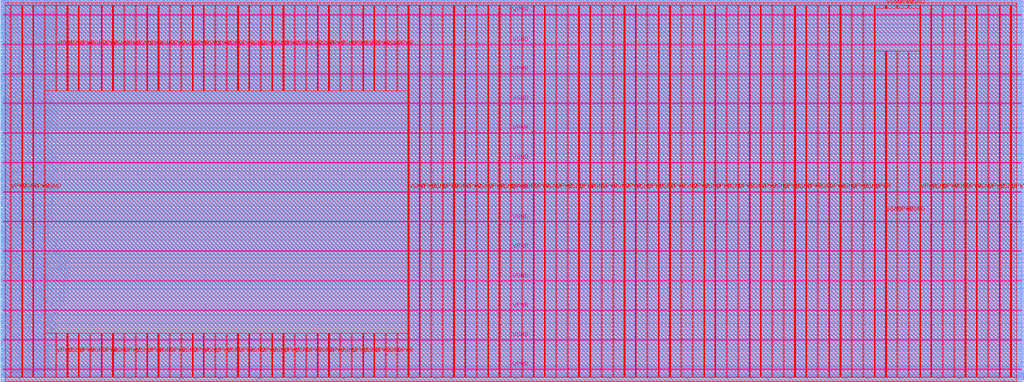
<source format=lef>
VERSION 5.7 ;
  NOWIREEXTENSIONATPIN ON ;
  DIVIDERCHAR "/" ;
  BUSBITCHARS "[]" ;
MACRO mgmt_core
  CLASS BLOCK ;
  FOREIGN mgmt_core ;
  ORIGIN 0.000 0.000 ;
  SIZE 2250.000 BY 840.000 ;
  PIN clock
    DIRECTION INPUT ;
    USE SIGNAL ;
    PORT
      LAYER met2 ;
        RECT 129.810 0.000 130.090 4.000 ;
    END
  END clock
  PIN core_clk
    DIRECTION OUTPUT TRISTATE ;
    USE SIGNAL ;
    PORT
      LAYER met2 ;
        RECT 1.930 836.000 2.210 840.000 ;
    END
  END core_clk
  PIN core_rstn
    DIRECTION OUTPUT TRISTATE ;
    USE SIGNAL ;
    PORT
      LAYER met2 ;
        RECT 5.610 836.000 5.890 840.000 ;
    END
  END core_rstn
  PIN flash_clk
    DIRECTION OUTPUT TRISTATE ;
    USE SIGNAL ;
    PORT
      LAYER met2 ;
        RECT 995.070 0.000 995.350 4.000 ;
    END
  END flash_clk
  PIN flash_clk_ieb
    DIRECTION OUTPUT TRISTATE ;
    USE SIGNAL ;
    PORT
      LAYER met2 ;
        RECT 1081.550 0.000 1081.830 4.000 ;
    END
  END flash_clk_ieb
  PIN flash_clk_oeb
    DIRECTION OUTPUT TRISTATE ;
    USE SIGNAL ;
    PORT
      LAYER met2 ;
        RECT 1168.030 0.000 1168.310 4.000 ;
    END
  END flash_clk_oeb
  PIN flash_csb
    DIRECTION OUTPUT TRISTATE ;
    USE SIGNAL ;
    PORT
      LAYER met2 ;
        RECT 735.170 0.000 735.450 4.000 ;
    END
  END flash_csb
  PIN flash_csb_ieb
    DIRECTION OUTPUT TRISTATE ;
    USE SIGNAL ;
    PORT
      LAYER met2 ;
        RECT 822.110 0.000 822.390 4.000 ;
    END
  END flash_csb_ieb
  PIN flash_csb_oeb
    DIRECTION OUTPUT TRISTATE ;
    USE SIGNAL ;
    PORT
      LAYER met2 ;
        RECT 908.590 0.000 908.870 4.000 ;
    END
  END flash_csb_oeb
  PIN flash_io0_di
    DIRECTION INPUT ;
    USE SIGNAL ;
    PORT
      LAYER met2 ;
        RECT 1254.510 0.000 1254.790 4.000 ;
    END
  END flash_io0_di
  PIN flash_io0_do
    DIRECTION OUTPUT TRISTATE ;
    USE SIGNAL ;
    PORT
      LAYER met2 ;
        RECT 1340.990 0.000 1341.270 4.000 ;
    END
  END flash_io0_do
  PIN flash_io0_ieb
    DIRECTION OUTPUT TRISTATE ;
    USE SIGNAL ;
    PORT
      LAYER met2 ;
        RECT 1427.470 0.000 1427.750 4.000 ;
    END
  END flash_io0_ieb
  PIN flash_io0_oeb
    DIRECTION OUTPUT TRISTATE ;
    USE SIGNAL ;
    PORT
      LAYER met2 ;
        RECT 1513.950 0.000 1514.230 4.000 ;
    END
  END flash_io0_oeb
  PIN flash_io1_di
    DIRECTION INPUT ;
    USE SIGNAL ;
    PORT
      LAYER met2 ;
        RECT 1600.890 0.000 1601.170 4.000 ;
    END
  END flash_io1_di
  PIN flash_io1_do
    DIRECTION OUTPUT TRISTATE ;
    USE SIGNAL ;
    PORT
      LAYER met2 ;
        RECT 1687.370 0.000 1687.650 4.000 ;
    END
  END flash_io1_do
  PIN flash_io1_ieb
    DIRECTION OUTPUT TRISTATE ;
    USE SIGNAL ;
    PORT
      LAYER met2 ;
        RECT 1773.850 0.000 1774.130 4.000 ;
    END
  END flash_io1_ieb
  PIN flash_io1_oeb
    DIRECTION OUTPUT TRISTATE ;
    USE SIGNAL ;
    PORT
      LAYER met2 ;
        RECT 1860.330 0.000 1860.610 4.000 ;
    END
  END flash_io1_oeb
  PIN flash_io2_oeb
    DIRECTION OUTPUT TRISTATE ;
    USE SIGNAL ;
    PORT
      LAYER met3 ;
        RECT 0.000 601.160 4.000 601.760 ;
    END
  END flash_io2_oeb
  PIN flash_io3_oeb
    DIRECTION OUTPUT TRISTATE ;
    USE SIGNAL ;
    PORT
      LAYER met3 ;
        RECT 0.000 597.760 4.000 598.360 ;
    END
  END flash_io3_oeb
  PIN gpio_in_pad
    DIRECTION INPUT ;
    USE SIGNAL ;
    PORT
      LAYER met2 ;
        RECT 216.290 0.000 216.570 4.000 ;
    END
  END gpio_in_pad
  PIN gpio_inenb_pad
    DIRECTION OUTPUT TRISTATE ;
    USE SIGNAL ;
    PORT
      LAYER met2 ;
        RECT 302.770 0.000 303.050 4.000 ;
    END
  END gpio_inenb_pad
  PIN gpio_mode0_pad
    DIRECTION OUTPUT TRISTATE ;
    USE SIGNAL ;
    PORT
      LAYER met2 ;
        RECT 389.250 0.000 389.530 4.000 ;
    END
  END gpio_mode0_pad
  PIN gpio_mode1_pad
    DIRECTION OUTPUT TRISTATE ;
    USE SIGNAL ;
    PORT
      LAYER met2 ;
        RECT 475.730 0.000 476.010 4.000 ;
    END
  END gpio_mode1_pad
  PIN gpio_out_pad
    DIRECTION OUTPUT TRISTATE ;
    USE SIGNAL ;
    PORT
      LAYER met2 ;
        RECT 562.210 0.000 562.490 4.000 ;
    END
  END gpio_out_pad
  PIN gpio_outenb_pad
    DIRECTION OUTPUT TRISTATE ;
    USE SIGNAL ;
    PORT
      LAYER met2 ;
        RECT 648.690 0.000 648.970 4.000 ;
    END
  END gpio_outenb_pad
  PIN jtag_out
    DIRECTION OUTPUT TRISTATE ;
    USE SIGNAL ;
    PORT
      LAYER met3 ;
        RECT 2246.000 319.640 2250.000 320.240 ;
    END
  END jtag_out
  PIN jtag_outenb
    DIRECTION OUTPUT TRISTATE ;
    USE SIGNAL ;
    PORT
      LAYER met3 ;
        RECT 2246.000 329.160 2250.000 329.760 ;
    END
  END jtag_outenb
  PIN la_iena[0]
    DIRECTION OUTPUT TRISTATE ;
    USE SIGNAL ;
    PORT
      LAYER met2 ;
        RECT 12.970 836.000 13.250 840.000 ;
    END
  END la_iena[0]
  PIN la_iena[100]
    DIRECTION OUTPUT TRISTATE ;
    USE SIGNAL ;
    PORT
      LAYER met2 ;
        RECT 1523.150 836.000 1523.430 840.000 ;
    END
  END la_iena[100]
  PIN la_iena[101]
    DIRECTION OUTPUT TRISTATE ;
    USE SIGNAL ;
    PORT
      LAYER met2 ;
        RECT 1537.870 836.000 1538.150 840.000 ;
    END
  END la_iena[101]
  PIN la_iena[102]
    DIRECTION OUTPUT TRISTATE ;
    USE SIGNAL ;
    PORT
      LAYER met2 ;
        RECT 1553.050 836.000 1553.330 840.000 ;
    END
  END la_iena[102]
  PIN la_iena[103]
    DIRECTION OUTPUT TRISTATE ;
    USE SIGNAL ;
    PORT
      LAYER met2 ;
        RECT 1568.230 836.000 1568.510 840.000 ;
    END
  END la_iena[103]
  PIN la_iena[104]
    DIRECTION OUTPUT TRISTATE ;
    USE SIGNAL ;
    PORT
      LAYER met2 ;
        RECT 1583.410 836.000 1583.690 840.000 ;
    END
  END la_iena[104]
  PIN la_iena[105]
    DIRECTION OUTPUT TRISTATE ;
    USE SIGNAL ;
    PORT
      LAYER met2 ;
        RECT 1598.590 836.000 1598.870 840.000 ;
    END
  END la_iena[105]
  PIN la_iena[106]
    DIRECTION OUTPUT TRISTATE ;
    USE SIGNAL ;
    PORT
      LAYER met2 ;
        RECT 1613.770 836.000 1614.050 840.000 ;
    END
  END la_iena[106]
  PIN la_iena[107]
    DIRECTION OUTPUT TRISTATE ;
    USE SIGNAL ;
    PORT
      LAYER met2 ;
        RECT 1628.490 836.000 1628.770 840.000 ;
    END
  END la_iena[107]
  PIN la_iena[108]
    DIRECTION OUTPUT TRISTATE ;
    USE SIGNAL ;
    PORT
      LAYER met2 ;
        RECT 1643.670 836.000 1643.950 840.000 ;
    END
  END la_iena[108]
  PIN la_iena[109]
    DIRECTION OUTPUT TRISTATE ;
    USE SIGNAL ;
    PORT
      LAYER met2 ;
        RECT 1658.850 836.000 1659.130 840.000 ;
    END
  END la_iena[109]
  PIN la_iena[10]
    DIRECTION OUTPUT TRISTATE ;
    USE SIGNAL ;
    PORT
      LAYER met2 ;
        RECT 163.850 836.000 164.130 840.000 ;
    END
  END la_iena[10]
  PIN la_iena[110]
    DIRECTION OUTPUT TRISTATE ;
    USE SIGNAL ;
    PORT
      LAYER met2 ;
        RECT 1674.030 836.000 1674.310 840.000 ;
    END
  END la_iena[110]
  PIN la_iena[111]
    DIRECTION OUTPUT TRISTATE ;
    USE SIGNAL ;
    PORT
      LAYER met2 ;
        RECT 1689.210 836.000 1689.490 840.000 ;
    END
  END la_iena[111]
  PIN la_iena[112]
    DIRECTION OUTPUT TRISTATE ;
    USE SIGNAL ;
    PORT
      LAYER met2 ;
        RECT 1704.390 836.000 1704.670 840.000 ;
    END
  END la_iena[112]
  PIN la_iena[113]
    DIRECTION OUTPUT TRISTATE ;
    USE SIGNAL ;
    PORT
      LAYER met2 ;
        RECT 1719.110 836.000 1719.390 840.000 ;
    END
  END la_iena[113]
  PIN la_iena[114]
    DIRECTION OUTPUT TRISTATE ;
    USE SIGNAL ;
    PORT
      LAYER met2 ;
        RECT 1734.290 836.000 1734.570 840.000 ;
    END
  END la_iena[114]
  PIN la_iena[115]
    DIRECTION OUTPUT TRISTATE ;
    USE SIGNAL ;
    PORT
      LAYER met2 ;
        RECT 1749.470 836.000 1749.750 840.000 ;
    END
  END la_iena[115]
  PIN la_iena[116]
    DIRECTION OUTPUT TRISTATE ;
    USE SIGNAL ;
    PORT
      LAYER met2 ;
        RECT 1764.650 836.000 1764.930 840.000 ;
    END
  END la_iena[116]
  PIN la_iena[117]
    DIRECTION OUTPUT TRISTATE ;
    USE SIGNAL ;
    PORT
      LAYER met2 ;
        RECT 1779.830 836.000 1780.110 840.000 ;
    END
  END la_iena[117]
  PIN la_iena[118]
    DIRECTION OUTPUT TRISTATE ;
    USE SIGNAL ;
    PORT
      LAYER met2 ;
        RECT 1795.010 836.000 1795.290 840.000 ;
    END
  END la_iena[118]
  PIN la_iena[119]
    DIRECTION OUTPUT TRISTATE ;
    USE SIGNAL ;
    PORT
      LAYER met2 ;
        RECT 1809.730 836.000 1810.010 840.000 ;
    END
  END la_iena[119]
  PIN la_iena[11]
    DIRECTION OUTPUT TRISTATE ;
    USE SIGNAL ;
    PORT
      LAYER met2 ;
        RECT 179.030 836.000 179.310 840.000 ;
    END
  END la_iena[11]
  PIN la_iena[120]
    DIRECTION OUTPUT TRISTATE ;
    USE SIGNAL ;
    PORT
      LAYER met2 ;
        RECT 1824.910 836.000 1825.190 840.000 ;
    END
  END la_iena[120]
  PIN la_iena[121]
    DIRECTION OUTPUT TRISTATE ;
    USE SIGNAL ;
    PORT
      LAYER met2 ;
        RECT 1840.090 836.000 1840.370 840.000 ;
    END
  END la_iena[121]
  PIN la_iena[122]
    DIRECTION OUTPUT TRISTATE ;
    USE SIGNAL ;
    PORT
      LAYER met2 ;
        RECT 1855.270 836.000 1855.550 840.000 ;
    END
  END la_iena[122]
  PIN la_iena[123]
    DIRECTION OUTPUT TRISTATE ;
    USE SIGNAL ;
    PORT
      LAYER met2 ;
        RECT 1870.450 836.000 1870.730 840.000 ;
    END
  END la_iena[123]
  PIN la_iena[124]
    DIRECTION OUTPUT TRISTATE ;
    USE SIGNAL ;
    PORT
      LAYER met2 ;
        RECT 1885.170 836.000 1885.450 840.000 ;
    END
  END la_iena[124]
  PIN la_iena[125]
    DIRECTION OUTPUT TRISTATE ;
    USE SIGNAL ;
    PORT
      LAYER met2 ;
        RECT 1900.350 836.000 1900.630 840.000 ;
    END
  END la_iena[125]
  PIN la_iena[126]
    DIRECTION OUTPUT TRISTATE ;
    USE SIGNAL ;
    PORT
      LAYER met2 ;
        RECT 1915.530 836.000 1915.810 840.000 ;
    END
  END la_iena[126]
  PIN la_iena[127]
    DIRECTION OUTPUT TRISTATE ;
    USE SIGNAL ;
    PORT
      LAYER met2 ;
        RECT 1930.710 836.000 1930.990 840.000 ;
    END
  END la_iena[127]
  PIN la_iena[12]
    DIRECTION OUTPUT TRISTATE ;
    USE SIGNAL ;
    PORT
      LAYER met2 ;
        RECT 194.210 836.000 194.490 840.000 ;
    END
  END la_iena[12]
  PIN la_iena[13]
    DIRECTION OUTPUT TRISTATE ;
    USE SIGNAL ;
    PORT
      LAYER met2 ;
        RECT 209.390 836.000 209.670 840.000 ;
    END
  END la_iena[13]
  PIN la_iena[14]
    DIRECTION OUTPUT TRISTATE ;
    USE SIGNAL ;
    PORT
      LAYER met2 ;
        RECT 224.570 836.000 224.850 840.000 ;
    END
  END la_iena[14]
  PIN la_iena[15]
    DIRECTION OUTPUT TRISTATE ;
    USE SIGNAL ;
    PORT
      LAYER met2 ;
        RECT 239.750 836.000 240.030 840.000 ;
    END
  END la_iena[15]
  PIN la_iena[16]
    DIRECTION OUTPUT TRISTATE ;
    USE SIGNAL ;
    PORT
      LAYER met2 ;
        RECT 254.470 836.000 254.750 840.000 ;
    END
  END la_iena[16]
  PIN la_iena[17]
    DIRECTION OUTPUT TRISTATE ;
    USE SIGNAL ;
    PORT
      LAYER met2 ;
        RECT 269.650 836.000 269.930 840.000 ;
    END
  END la_iena[17]
  PIN la_iena[18]
    DIRECTION OUTPUT TRISTATE ;
    USE SIGNAL ;
    PORT
      LAYER met2 ;
        RECT 284.830 836.000 285.110 840.000 ;
    END
  END la_iena[18]
  PIN la_iena[19]
    DIRECTION OUTPUT TRISTATE ;
    USE SIGNAL ;
    PORT
      LAYER met2 ;
        RECT 300.010 836.000 300.290 840.000 ;
    END
  END la_iena[19]
  PIN la_iena[1]
    DIRECTION OUTPUT TRISTATE ;
    USE SIGNAL ;
    PORT
      LAYER met2 ;
        RECT 28.150 836.000 28.430 840.000 ;
    END
  END la_iena[1]
  PIN la_iena[20]
    DIRECTION OUTPUT TRISTATE ;
    USE SIGNAL ;
    PORT
      LAYER met2 ;
        RECT 315.190 836.000 315.470 840.000 ;
    END
  END la_iena[20]
  PIN la_iena[21]
    DIRECTION OUTPUT TRISTATE ;
    USE SIGNAL ;
    PORT
      LAYER met2 ;
        RECT 329.910 836.000 330.190 840.000 ;
    END
  END la_iena[21]
  PIN la_iena[22]
    DIRECTION OUTPUT TRISTATE ;
    USE SIGNAL ;
    PORT
      LAYER met2 ;
        RECT 345.090 836.000 345.370 840.000 ;
    END
  END la_iena[22]
  PIN la_iena[23]
    DIRECTION OUTPUT TRISTATE ;
    USE SIGNAL ;
    PORT
      LAYER met2 ;
        RECT 360.270 836.000 360.550 840.000 ;
    END
  END la_iena[23]
  PIN la_iena[24]
    DIRECTION OUTPUT TRISTATE ;
    USE SIGNAL ;
    PORT
      LAYER met2 ;
        RECT 375.450 836.000 375.730 840.000 ;
    END
  END la_iena[24]
  PIN la_iena[25]
    DIRECTION OUTPUT TRISTATE ;
    USE SIGNAL ;
    PORT
      LAYER met2 ;
        RECT 390.630 836.000 390.910 840.000 ;
    END
  END la_iena[25]
  PIN la_iena[26]
    DIRECTION OUTPUT TRISTATE ;
    USE SIGNAL ;
    PORT
      LAYER met2 ;
        RECT 405.810 836.000 406.090 840.000 ;
    END
  END la_iena[26]
  PIN la_iena[27]
    DIRECTION OUTPUT TRISTATE ;
    USE SIGNAL ;
    PORT
      LAYER met2 ;
        RECT 420.530 836.000 420.810 840.000 ;
    END
  END la_iena[27]
  PIN la_iena[28]
    DIRECTION OUTPUT TRISTATE ;
    USE SIGNAL ;
    PORT
      LAYER met2 ;
        RECT 435.710 836.000 435.990 840.000 ;
    END
  END la_iena[28]
  PIN la_iena[29]
    DIRECTION OUTPUT TRISTATE ;
    USE SIGNAL ;
    PORT
      LAYER met2 ;
        RECT 450.890 836.000 451.170 840.000 ;
    END
  END la_iena[29]
  PIN la_iena[2]
    DIRECTION OUTPUT TRISTATE ;
    USE SIGNAL ;
    PORT
      LAYER met2 ;
        RECT 43.330 836.000 43.610 840.000 ;
    END
  END la_iena[2]
  PIN la_iena[30]
    DIRECTION OUTPUT TRISTATE ;
    USE SIGNAL ;
    PORT
      LAYER met2 ;
        RECT 466.070 836.000 466.350 840.000 ;
    END
  END la_iena[30]
  PIN la_iena[31]
    DIRECTION OUTPUT TRISTATE ;
    USE SIGNAL ;
    PORT
      LAYER met2 ;
        RECT 481.250 836.000 481.530 840.000 ;
    END
  END la_iena[31]
  PIN la_iena[32]
    DIRECTION OUTPUT TRISTATE ;
    USE SIGNAL ;
    PORT
      LAYER met2 ;
        RECT 496.430 836.000 496.710 840.000 ;
    END
  END la_iena[32]
  PIN la_iena[33]
    DIRECTION OUTPUT TRISTATE ;
    USE SIGNAL ;
    PORT
      LAYER met2 ;
        RECT 511.150 836.000 511.430 840.000 ;
    END
  END la_iena[33]
  PIN la_iena[34]
    DIRECTION OUTPUT TRISTATE ;
    USE SIGNAL ;
    PORT
      LAYER met2 ;
        RECT 526.330 836.000 526.610 840.000 ;
    END
  END la_iena[34]
  PIN la_iena[35]
    DIRECTION OUTPUT TRISTATE ;
    USE SIGNAL ;
    PORT
      LAYER met2 ;
        RECT 541.510 836.000 541.790 840.000 ;
    END
  END la_iena[35]
  PIN la_iena[36]
    DIRECTION OUTPUT TRISTATE ;
    USE SIGNAL ;
    PORT
      LAYER met2 ;
        RECT 556.690 836.000 556.970 840.000 ;
    END
  END la_iena[36]
  PIN la_iena[37]
    DIRECTION OUTPUT TRISTATE ;
    USE SIGNAL ;
    PORT
      LAYER met2 ;
        RECT 571.870 836.000 572.150 840.000 ;
    END
  END la_iena[37]
  PIN la_iena[38]
    DIRECTION OUTPUT TRISTATE ;
    USE SIGNAL ;
    PORT
      LAYER met2 ;
        RECT 586.590 836.000 586.870 840.000 ;
    END
  END la_iena[38]
  PIN la_iena[39]
    DIRECTION OUTPUT TRISTATE ;
    USE SIGNAL ;
    PORT
      LAYER met2 ;
        RECT 601.770 836.000 602.050 840.000 ;
    END
  END la_iena[39]
  PIN la_iena[3]
    DIRECTION OUTPUT TRISTATE ;
    USE SIGNAL ;
    PORT
      LAYER met2 ;
        RECT 58.510 836.000 58.790 840.000 ;
    END
  END la_iena[3]
  PIN la_iena[40]
    DIRECTION OUTPUT TRISTATE ;
    USE SIGNAL ;
    PORT
      LAYER met2 ;
        RECT 616.950 836.000 617.230 840.000 ;
    END
  END la_iena[40]
  PIN la_iena[41]
    DIRECTION OUTPUT TRISTATE ;
    USE SIGNAL ;
    PORT
      LAYER met2 ;
        RECT 632.130 836.000 632.410 840.000 ;
    END
  END la_iena[41]
  PIN la_iena[42]
    DIRECTION OUTPUT TRISTATE ;
    USE SIGNAL ;
    PORT
      LAYER met2 ;
        RECT 647.310 836.000 647.590 840.000 ;
    END
  END la_iena[42]
  PIN la_iena[43]
    DIRECTION OUTPUT TRISTATE ;
    USE SIGNAL ;
    PORT
      LAYER met2 ;
        RECT 662.490 836.000 662.770 840.000 ;
    END
  END la_iena[43]
  PIN la_iena[44]
    DIRECTION OUTPUT TRISTATE ;
    USE SIGNAL ;
    PORT
      LAYER met2 ;
        RECT 677.210 836.000 677.490 840.000 ;
    END
  END la_iena[44]
  PIN la_iena[45]
    DIRECTION OUTPUT TRISTATE ;
    USE SIGNAL ;
    PORT
      LAYER met2 ;
        RECT 692.390 836.000 692.670 840.000 ;
    END
  END la_iena[45]
  PIN la_iena[46]
    DIRECTION OUTPUT TRISTATE ;
    USE SIGNAL ;
    PORT
      LAYER met2 ;
        RECT 707.570 836.000 707.850 840.000 ;
    END
  END la_iena[46]
  PIN la_iena[47]
    DIRECTION OUTPUT TRISTATE ;
    USE SIGNAL ;
    PORT
      LAYER met2 ;
        RECT 722.750 836.000 723.030 840.000 ;
    END
  END la_iena[47]
  PIN la_iena[48]
    DIRECTION OUTPUT TRISTATE ;
    USE SIGNAL ;
    PORT
      LAYER met2 ;
        RECT 737.930 836.000 738.210 840.000 ;
    END
  END la_iena[48]
  PIN la_iena[49]
    DIRECTION OUTPUT TRISTATE ;
    USE SIGNAL ;
    PORT
      LAYER met2 ;
        RECT 753.110 836.000 753.390 840.000 ;
    END
  END la_iena[49]
  PIN la_iena[4]
    DIRECTION OUTPUT TRISTATE ;
    USE SIGNAL ;
    PORT
      LAYER met2 ;
        RECT 73.230 836.000 73.510 840.000 ;
    END
  END la_iena[4]
  PIN la_iena[50]
    DIRECTION OUTPUT TRISTATE ;
    USE SIGNAL ;
    PORT
      LAYER met2 ;
        RECT 767.830 836.000 768.110 840.000 ;
    END
  END la_iena[50]
  PIN la_iena[51]
    DIRECTION OUTPUT TRISTATE ;
    USE SIGNAL ;
    PORT
      LAYER met2 ;
        RECT 783.010 836.000 783.290 840.000 ;
    END
  END la_iena[51]
  PIN la_iena[52]
    DIRECTION OUTPUT TRISTATE ;
    USE SIGNAL ;
    PORT
      LAYER met2 ;
        RECT 798.190 836.000 798.470 840.000 ;
    END
  END la_iena[52]
  PIN la_iena[53]
    DIRECTION OUTPUT TRISTATE ;
    USE SIGNAL ;
    PORT
      LAYER met2 ;
        RECT 813.370 836.000 813.650 840.000 ;
    END
  END la_iena[53]
  PIN la_iena[54]
    DIRECTION OUTPUT TRISTATE ;
    USE SIGNAL ;
    PORT
      LAYER met2 ;
        RECT 828.550 836.000 828.830 840.000 ;
    END
  END la_iena[54]
  PIN la_iena[55]
    DIRECTION OUTPUT TRISTATE ;
    USE SIGNAL ;
    PORT
      LAYER met2 ;
        RECT 843.730 836.000 844.010 840.000 ;
    END
  END la_iena[55]
  PIN la_iena[56]
    DIRECTION OUTPUT TRISTATE ;
    USE SIGNAL ;
    PORT
      LAYER met2 ;
        RECT 858.450 836.000 858.730 840.000 ;
    END
  END la_iena[56]
  PIN la_iena[57]
    DIRECTION OUTPUT TRISTATE ;
    USE SIGNAL ;
    PORT
      LAYER met2 ;
        RECT 873.630 836.000 873.910 840.000 ;
    END
  END la_iena[57]
  PIN la_iena[58]
    DIRECTION OUTPUT TRISTATE ;
    USE SIGNAL ;
    PORT
      LAYER met2 ;
        RECT 888.810 836.000 889.090 840.000 ;
    END
  END la_iena[58]
  PIN la_iena[59]
    DIRECTION OUTPUT TRISTATE ;
    USE SIGNAL ;
    PORT
      LAYER met2 ;
        RECT 903.990 836.000 904.270 840.000 ;
    END
  END la_iena[59]
  PIN la_iena[5]
    DIRECTION OUTPUT TRISTATE ;
    USE SIGNAL ;
    PORT
      LAYER met2 ;
        RECT 88.410 836.000 88.690 840.000 ;
    END
  END la_iena[5]
  PIN la_iena[60]
    DIRECTION OUTPUT TRISTATE ;
    USE SIGNAL ;
    PORT
      LAYER met2 ;
        RECT 919.170 836.000 919.450 840.000 ;
    END
  END la_iena[60]
  PIN la_iena[61]
    DIRECTION OUTPUT TRISTATE ;
    USE SIGNAL ;
    PORT
      LAYER met2 ;
        RECT 933.890 836.000 934.170 840.000 ;
    END
  END la_iena[61]
  PIN la_iena[62]
    DIRECTION OUTPUT TRISTATE ;
    USE SIGNAL ;
    PORT
      LAYER met2 ;
        RECT 949.070 836.000 949.350 840.000 ;
    END
  END la_iena[62]
  PIN la_iena[63]
    DIRECTION OUTPUT TRISTATE ;
    USE SIGNAL ;
    PORT
      LAYER met2 ;
        RECT 964.250 836.000 964.530 840.000 ;
    END
  END la_iena[63]
  PIN la_iena[64]
    DIRECTION OUTPUT TRISTATE ;
    USE SIGNAL ;
    PORT
      LAYER met2 ;
        RECT 979.430 836.000 979.710 840.000 ;
    END
  END la_iena[64]
  PIN la_iena[65]
    DIRECTION OUTPUT TRISTATE ;
    USE SIGNAL ;
    PORT
      LAYER met2 ;
        RECT 994.610 836.000 994.890 840.000 ;
    END
  END la_iena[65]
  PIN la_iena[66]
    DIRECTION OUTPUT TRISTATE ;
    USE SIGNAL ;
    PORT
      LAYER met2 ;
        RECT 1009.790 836.000 1010.070 840.000 ;
    END
  END la_iena[66]
  PIN la_iena[67]
    DIRECTION OUTPUT TRISTATE ;
    USE SIGNAL ;
    PORT
      LAYER met2 ;
        RECT 1024.510 836.000 1024.790 840.000 ;
    END
  END la_iena[67]
  PIN la_iena[68]
    DIRECTION OUTPUT TRISTATE ;
    USE SIGNAL ;
    PORT
      LAYER met2 ;
        RECT 1039.690 836.000 1039.970 840.000 ;
    END
  END la_iena[68]
  PIN la_iena[69]
    DIRECTION OUTPUT TRISTATE ;
    USE SIGNAL ;
    PORT
      LAYER met2 ;
        RECT 1054.870 836.000 1055.150 840.000 ;
    END
  END la_iena[69]
  PIN la_iena[6]
    DIRECTION OUTPUT TRISTATE ;
    USE SIGNAL ;
    PORT
      LAYER met2 ;
        RECT 103.590 836.000 103.870 840.000 ;
    END
  END la_iena[6]
  PIN la_iena[70]
    DIRECTION OUTPUT TRISTATE ;
    USE SIGNAL ;
    PORT
      LAYER met2 ;
        RECT 1070.050 836.000 1070.330 840.000 ;
    END
  END la_iena[70]
  PIN la_iena[71]
    DIRECTION OUTPUT TRISTATE ;
    USE SIGNAL ;
    PORT
      LAYER met2 ;
        RECT 1085.230 836.000 1085.510 840.000 ;
    END
  END la_iena[71]
  PIN la_iena[72]
    DIRECTION OUTPUT TRISTATE ;
    USE SIGNAL ;
    PORT
      LAYER met2 ;
        RECT 1100.410 836.000 1100.690 840.000 ;
    END
  END la_iena[72]
  PIN la_iena[73]
    DIRECTION OUTPUT TRISTATE ;
    USE SIGNAL ;
    PORT
      LAYER met2 ;
        RECT 1115.130 836.000 1115.410 840.000 ;
    END
  END la_iena[73]
  PIN la_iena[74]
    DIRECTION OUTPUT TRISTATE ;
    USE SIGNAL ;
    PORT
      LAYER met2 ;
        RECT 1130.310 836.000 1130.590 840.000 ;
    END
  END la_iena[74]
  PIN la_iena[75]
    DIRECTION OUTPUT TRISTATE ;
    USE SIGNAL ;
    PORT
      LAYER met2 ;
        RECT 1145.490 836.000 1145.770 840.000 ;
    END
  END la_iena[75]
  PIN la_iena[76]
    DIRECTION OUTPUT TRISTATE ;
    USE SIGNAL ;
    PORT
      LAYER met2 ;
        RECT 1160.670 836.000 1160.950 840.000 ;
    END
  END la_iena[76]
  PIN la_iena[77]
    DIRECTION OUTPUT TRISTATE ;
    USE SIGNAL ;
    PORT
      LAYER met2 ;
        RECT 1175.850 836.000 1176.130 840.000 ;
    END
  END la_iena[77]
  PIN la_iena[78]
    DIRECTION OUTPUT TRISTATE ;
    USE SIGNAL ;
    PORT
      LAYER met2 ;
        RECT 1191.030 836.000 1191.310 840.000 ;
    END
  END la_iena[78]
  PIN la_iena[79]
    DIRECTION OUTPUT TRISTATE ;
    USE SIGNAL ;
    PORT
      LAYER met2 ;
        RECT 1205.750 836.000 1206.030 840.000 ;
    END
  END la_iena[79]
  PIN la_iena[7]
    DIRECTION OUTPUT TRISTATE ;
    USE SIGNAL ;
    PORT
      LAYER met2 ;
        RECT 118.770 836.000 119.050 840.000 ;
    END
  END la_iena[7]
  PIN la_iena[80]
    DIRECTION OUTPUT TRISTATE ;
    USE SIGNAL ;
    PORT
      LAYER met2 ;
        RECT 1220.930 836.000 1221.210 840.000 ;
    END
  END la_iena[80]
  PIN la_iena[81]
    DIRECTION OUTPUT TRISTATE ;
    USE SIGNAL ;
    PORT
      LAYER met2 ;
        RECT 1236.110 836.000 1236.390 840.000 ;
    END
  END la_iena[81]
  PIN la_iena[82]
    DIRECTION OUTPUT TRISTATE ;
    USE SIGNAL ;
    PORT
      LAYER met2 ;
        RECT 1251.290 836.000 1251.570 840.000 ;
    END
  END la_iena[82]
  PIN la_iena[83]
    DIRECTION OUTPUT TRISTATE ;
    USE SIGNAL ;
    PORT
      LAYER met2 ;
        RECT 1266.470 836.000 1266.750 840.000 ;
    END
  END la_iena[83]
  PIN la_iena[84]
    DIRECTION OUTPUT TRISTATE ;
    USE SIGNAL ;
    PORT
      LAYER met2 ;
        RECT 1281.190 836.000 1281.470 840.000 ;
    END
  END la_iena[84]
  PIN la_iena[85]
    DIRECTION OUTPUT TRISTATE ;
    USE SIGNAL ;
    PORT
      LAYER met2 ;
        RECT 1296.370 836.000 1296.650 840.000 ;
    END
  END la_iena[85]
  PIN la_iena[86]
    DIRECTION OUTPUT TRISTATE ;
    USE SIGNAL ;
    PORT
      LAYER met2 ;
        RECT 1311.550 836.000 1311.830 840.000 ;
    END
  END la_iena[86]
  PIN la_iena[87]
    DIRECTION OUTPUT TRISTATE ;
    USE SIGNAL ;
    PORT
      LAYER met2 ;
        RECT 1326.730 836.000 1327.010 840.000 ;
    END
  END la_iena[87]
  PIN la_iena[88]
    DIRECTION OUTPUT TRISTATE ;
    USE SIGNAL ;
    PORT
      LAYER met2 ;
        RECT 1341.910 836.000 1342.190 840.000 ;
    END
  END la_iena[88]
  PIN la_iena[89]
    DIRECTION OUTPUT TRISTATE ;
    USE SIGNAL ;
    PORT
      LAYER met2 ;
        RECT 1357.090 836.000 1357.370 840.000 ;
    END
  END la_iena[89]
  PIN la_iena[8]
    DIRECTION OUTPUT TRISTATE ;
    USE SIGNAL ;
    PORT
      LAYER met2 ;
        RECT 133.950 836.000 134.230 840.000 ;
    END
  END la_iena[8]
  PIN la_iena[90]
    DIRECTION OUTPUT TRISTATE ;
    USE SIGNAL ;
    PORT
      LAYER met2 ;
        RECT 1371.810 836.000 1372.090 840.000 ;
    END
  END la_iena[90]
  PIN la_iena[91]
    DIRECTION OUTPUT TRISTATE ;
    USE SIGNAL ;
    PORT
      LAYER met2 ;
        RECT 1386.990 836.000 1387.270 840.000 ;
    END
  END la_iena[91]
  PIN la_iena[92]
    DIRECTION OUTPUT TRISTATE ;
    USE SIGNAL ;
    PORT
      LAYER met2 ;
        RECT 1402.170 836.000 1402.450 840.000 ;
    END
  END la_iena[92]
  PIN la_iena[93]
    DIRECTION OUTPUT TRISTATE ;
    USE SIGNAL ;
    PORT
      LAYER met2 ;
        RECT 1417.350 836.000 1417.630 840.000 ;
    END
  END la_iena[93]
  PIN la_iena[94]
    DIRECTION OUTPUT TRISTATE ;
    USE SIGNAL ;
    PORT
      LAYER met2 ;
        RECT 1432.530 836.000 1432.810 840.000 ;
    END
  END la_iena[94]
  PIN la_iena[95]
    DIRECTION OUTPUT TRISTATE ;
    USE SIGNAL ;
    PORT
      LAYER met2 ;
        RECT 1447.710 836.000 1447.990 840.000 ;
    END
  END la_iena[95]
  PIN la_iena[96]
    DIRECTION OUTPUT TRISTATE ;
    USE SIGNAL ;
    PORT
      LAYER met2 ;
        RECT 1462.430 836.000 1462.710 840.000 ;
    END
  END la_iena[96]
  PIN la_iena[97]
    DIRECTION OUTPUT TRISTATE ;
    USE SIGNAL ;
    PORT
      LAYER met2 ;
        RECT 1477.610 836.000 1477.890 840.000 ;
    END
  END la_iena[97]
  PIN la_iena[98]
    DIRECTION OUTPUT TRISTATE ;
    USE SIGNAL ;
    PORT
      LAYER met2 ;
        RECT 1492.790 836.000 1493.070 840.000 ;
    END
  END la_iena[98]
  PIN la_iena[99]
    DIRECTION OUTPUT TRISTATE ;
    USE SIGNAL ;
    PORT
      LAYER met2 ;
        RECT 1507.970 836.000 1508.250 840.000 ;
    END
  END la_iena[99]
  PIN la_iena[9]
    DIRECTION OUTPUT TRISTATE ;
    USE SIGNAL ;
    PORT
      LAYER met2 ;
        RECT 149.130 836.000 149.410 840.000 ;
    END
  END la_iena[9]
  PIN la_input[0]
    DIRECTION INPUT ;
    USE SIGNAL ;
    PORT
      LAYER met2 ;
        RECT 16.650 836.000 16.930 840.000 ;
    END
  END la_input[0]
  PIN la_input[100]
    DIRECTION INPUT ;
    USE SIGNAL ;
    PORT
      LAYER met2 ;
        RECT 1526.830 836.000 1527.110 840.000 ;
    END
  END la_input[100]
  PIN la_input[101]
    DIRECTION INPUT ;
    USE SIGNAL ;
    PORT
      LAYER met2 ;
        RECT 1542.010 836.000 1542.290 840.000 ;
    END
  END la_input[101]
  PIN la_input[102]
    DIRECTION INPUT ;
    USE SIGNAL ;
    PORT
      LAYER met2 ;
        RECT 1557.190 836.000 1557.470 840.000 ;
    END
  END la_input[102]
  PIN la_input[103]
    DIRECTION INPUT ;
    USE SIGNAL ;
    PORT
      LAYER met2 ;
        RECT 1571.910 836.000 1572.190 840.000 ;
    END
  END la_input[103]
  PIN la_input[104]
    DIRECTION INPUT ;
    USE SIGNAL ;
    PORT
      LAYER met2 ;
        RECT 1587.090 836.000 1587.370 840.000 ;
    END
  END la_input[104]
  PIN la_input[105]
    DIRECTION INPUT ;
    USE SIGNAL ;
    PORT
      LAYER met2 ;
        RECT 1602.270 836.000 1602.550 840.000 ;
    END
  END la_input[105]
  PIN la_input[106]
    DIRECTION INPUT ;
    USE SIGNAL ;
    PORT
      LAYER met2 ;
        RECT 1617.450 836.000 1617.730 840.000 ;
    END
  END la_input[106]
  PIN la_input[107]
    DIRECTION INPUT ;
    USE SIGNAL ;
    PORT
      LAYER met2 ;
        RECT 1632.630 836.000 1632.910 840.000 ;
    END
  END la_input[107]
  PIN la_input[108]
    DIRECTION INPUT ;
    USE SIGNAL ;
    PORT
      LAYER met2 ;
        RECT 1647.350 836.000 1647.630 840.000 ;
    END
  END la_input[108]
  PIN la_input[109]
    DIRECTION INPUT ;
    USE SIGNAL ;
    PORT
      LAYER met2 ;
        RECT 1662.530 836.000 1662.810 840.000 ;
    END
  END la_input[109]
  PIN la_input[10]
    DIRECTION INPUT ;
    USE SIGNAL ;
    PORT
      LAYER met2 ;
        RECT 167.990 836.000 168.270 840.000 ;
    END
  END la_input[10]
  PIN la_input[110]
    DIRECTION INPUT ;
    USE SIGNAL ;
    PORT
      LAYER met2 ;
        RECT 1677.710 836.000 1677.990 840.000 ;
    END
  END la_input[110]
  PIN la_input[111]
    DIRECTION INPUT ;
    USE SIGNAL ;
    PORT
      LAYER met2 ;
        RECT 1692.890 836.000 1693.170 840.000 ;
    END
  END la_input[111]
  PIN la_input[112]
    DIRECTION INPUT ;
    USE SIGNAL ;
    PORT
      LAYER met2 ;
        RECT 1708.070 836.000 1708.350 840.000 ;
    END
  END la_input[112]
  PIN la_input[113]
    DIRECTION INPUT ;
    USE SIGNAL ;
    PORT
      LAYER met2 ;
        RECT 1723.250 836.000 1723.530 840.000 ;
    END
  END la_input[113]
  PIN la_input[114]
    DIRECTION INPUT ;
    USE SIGNAL ;
    PORT
      LAYER met2 ;
        RECT 1737.970 836.000 1738.250 840.000 ;
    END
  END la_input[114]
  PIN la_input[115]
    DIRECTION INPUT ;
    USE SIGNAL ;
    PORT
      LAYER met2 ;
        RECT 1753.150 836.000 1753.430 840.000 ;
    END
  END la_input[115]
  PIN la_input[116]
    DIRECTION INPUT ;
    USE SIGNAL ;
    PORT
      LAYER met2 ;
        RECT 1768.330 836.000 1768.610 840.000 ;
    END
  END la_input[116]
  PIN la_input[117]
    DIRECTION INPUT ;
    USE SIGNAL ;
    PORT
      LAYER met2 ;
        RECT 1783.510 836.000 1783.790 840.000 ;
    END
  END la_input[117]
  PIN la_input[118]
    DIRECTION INPUT ;
    USE SIGNAL ;
    PORT
      LAYER met2 ;
        RECT 1798.690 836.000 1798.970 840.000 ;
    END
  END la_input[118]
  PIN la_input[119]
    DIRECTION INPUT ;
    USE SIGNAL ;
    PORT
      LAYER met2 ;
        RECT 1813.870 836.000 1814.150 840.000 ;
    END
  END la_input[119]
  PIN la_input[11]
    DIRECTION INPUT ;
    USE SIGNAL ;
    PORT
      LAYER met2 ;
        RECT 182.710 836.000 182.990 840.000 ;
    END
  END la_input[11]
  PIN la_input[120]
    DIRECTION INPUT ;
    USE SIGNAL ;
    PORT
      LAYER met2 ;
        RECT 1828.590 836.000 1828.870 840.000 ;
    END
  END la_input[120]
  PIN la_input[121]
    DIRECTION INPUT ;
    USE SIGNAL ;
    PORT
      LAYER met2 ;
        RECT 1843.770 836.000 1844.050 840.000 ;
    END
  END la_input[121]
  PIN la_input[122]
    DIRECTION INPUT ;
    USE SIGNAL ;
    PORT
      LAYER met2 ;
        RECT 1858.950 836.000 1859.230 840.000 ;
    END
  END la_input[122]
  PIN la_input[123]
    DIRECTION INPUT ;
    USE SIGNAL ;
    PORT
      LAYER met2 ;
        RECT 1874.130 836.000 1874.410 840.000 ;
    END
  END la_input[123]
  PIN la_input[124]
    DIRECTION INPUT ;
    USE SIGNAL ;
    PORT
      LAYER met2 ;
        RECT 1889.310 836.000 1889.590 840.000 ;
    END
  END la_input[124]
  PIN la_input[125]
    DIRECTION INPUT ;
    USE SIGNAL ;
    PORT
      LAYER met2 ;
        RECT 1904.490 836.000 1904.770 840.000 ;
    END
  END la_input[125]
  PIN la_input[126]
    DIRECTION INPUT ;
    USE SIGNAL ;
    PORT
      LAYER met2 ;
        RECT 1919.210 836.000 1919.490 840.000 ;
    END
  END la_input[126]
  PIN la_input[127]
    DIRECTION INPUT ;
    USE SIGNAL ;
    PORT
      LAYER met2 ;
        RECT 1934.390 836.000 1934.670 840.000 ;
    END
  END la_input[127]
  PIN la_input[12]
    DIRECTION INPUT ;
    USE SIGNAL ;
    PORT
      LAYER met2 ;
        RECT 197.890 836.000 198.170 840.000 ;
    END
  END la_input[12]
  PIN la_input[13]
    DIRECTION INPUT ;
    USE SIGNAL ;
    PORT
      LAYER met2 ;
        RECT 213.070 836.000 213.350 840.000 ;
    END
  END la_input[13]
  PIN la_input[14]
    DIRECTION INPUT ;
    USE SIGNAL ;
    PORT
      LAYER met2 ;
        RECT 228.250 836.000 228.530 840.000 ;
    END
  END la_input[14]
  PIN la_input[15]
    DIRECTION INPUT ;
    USE SIGNAL ;
    PORT
      LAYER met2 ;
        RECT 243.430 836.000 243.710 840.000 ;
    END
  END la_input[15]
  PIN la_input[16]
    DIRECTION INPUT ;
    USE SIGNAL ;
    PORT
      LAYER met2 ;
        RECT 258.610 836.000 258.890 840.000 ;
    END
  END la_input[16]
  PIN la_input[17]
    DIRECTION INPUT ;
    USE SIGNAL ;
    PORT
      LAYER met2 ;
        RECT 273.330 836.000 273.610 840.000 ;
    END
  END la_input[17]
  PIN la_input[18]
    DIRECTION INPUT ;
    USE SIGNAL ;
    PORT
      LAYER met2 ;
        RECT 288.510 836.000 288.790 840.000 ;
    END
  END la_input[18]
  PIN la_input[19]
    DIRECTION INPUT ;
    USE SIGNAL ;
    PORT
      LAYER met2 ;
        RECT 303.690 836.000 303.970 840.000 ;
    END
  END la_input[19]
  PIN la_input[1]
    DIRECTION INPUT ;
    USE SIGNAL ;
    PORT
      LAYER met2 ;
        RECT 31.830 836.000 32.110 840.000 ;
    END
  END la_input[1]
  PIN la_input[20]
    DIRECTION INPUT ;
    USE SIGNAL ;
    PORT
      LAYER met2 ;
        RECT 318.870 836.000 319.150 840.000 ;
    END
  END la_input[20]
  PIN la_input[21]
    DIRECTION INPUT ;
    USE SIGNAL ;
    PORT
      LAYER met2 ;
        RECT 334.050 836.000 334.330 840.000 ;
    END
  END la_input[21]
  PIN la_input[22]
    DIRECTION INPUT ;
    USE SIGNAL ;
    PORT
      LAYER met2 ;
        RECT 348.770 836.000 349.050 840.000 ;
    END
  END la_input[22]
  PIN la_input[23]
    DIRECTION INPUT ;
    USE SIGNAL ;
    PORT
      LAYER met2 ;
        RECT 363.950 836.000 364.230 840.000 ;
    END
  END la_input[23]
  PIN la_input[24]
    DIRECTION INPUT ;
    USE SIGNAL ;
    PORT
      LAYER met2 ;
        RECT 379.130 836.000 379.410 840.000 ;
    END
  END la_input[24]
  PIN la_input[25]
    DIRECTION INPUT ;
    USE SIGNAL ;
    PORT
      LAYER met2 ;
        RECT 394.310 836.000 394.590 840.000 ;
    END
  END la_input[25]
  PIN la_input[26]
    DIRECTION INPUT ;
    USE SIGNAL ;
    PORT
      LAYER met2 ;
        RECT 409.490 836.000 409.770 840.000 ;
    END
  END la_input[26]
  PIN la_input[27]
    DIRECTION INPUT ;
    USE SIGNAL ;
    PORT
      LAYER met2 ;
        RECT 424.670 836.000 424.950 840.000 ;
    END
  END la_input[27]
  PIN la_input[28]
    DIRECTION INPUT ;
    USE SIGNAL ;
    PORT
      LAYER met2 ;
        RECT 439.390 836.000 439.670 840.000 ;
    END
  END la_input[28]
  PIN la_input[29]
    DIRECTION INPUT ;
    USE SIGNAL ;
    PORT
      LAYER met2 ;
        RECT 454.570 836.000 454.850 840.000 ;
    END
  END la_input[29]
  PIN la_input[2]
    DIRECTION INPUT ;
    USE SIGNAL ;
    PORT
      LAYER met2 ;
        RECT 47.010 836.000 47.290 840.000 ;
    END
  END la_input[2]
  PIN la_input[30]
    DIRECTION INPUT ;
    USE SIGNAL ;
    PORT
      LAYER met2 ;
        RECT 469.750 836.000 470.030 840.000 ;
    END
  END la_input[30]
  PIN la_input[31]
    DIRECTION INPUT ;
    USE SIGNAL ;
    PORT
      LAYER met2 ;
        RECT 484.930 836.000 485.210 840.000 ;
    END
  END la_input[31]
  PIN la_input[32]
    DIRECTION INPUT ;
    USE SIGNAL ;
    PORT
      LAYER met2 ;
        RECT 500.110 836.000 500.390 840.000 ;
    END
  END la_input[32]
  PIN la_input[33]
    DIRECTION INPUT ;
    USE SIGNAL ;
    PORT
      LAYER met2 ;
        RECT 515.290 836.000 515.570 840.000 ;
    END
  END la_input[33]
  PIN la_input[34]
    DIRECTION INPUT ;
    USE SIGNAL ;
    PORT
      LAYER met2 ;
        RECT 530.010 836.000 530.290 840.000 ;
    END
  END la_input[34]
  PIN la_input[35]
    DIRECTION INPUT ;
    USE SIGNAL ;
    PORT
      LAYER met2 ;
        RECT 545.190 836.000 545.470 840.000 ;
    END
  END la_input[35]
  PIN la_input[36]
    DIRECTION INPUT ;
    USE SIGNAL ;
    PORT
      LAYER met2 ;
        RECT 560.370 836.000 560.650 840.000 ;
    END
  END la_input[36]
  PIN la_input[37]
    DIRECTION INPUT ;
    USE SIGNAL ;
    PORT
      LAYER met2 ;
        RECT 575.550 836.000 575.830 840.000 ;
    END
  END la_input[37]
  PIN la_input[38]
    DIRECTION INPUT ;
    USE SIGNAL ;
    PORT
      LAYER met2 ;
        RECT 590.730 836.000 591.010 840.000 ;
    END
  END la_input[38]
  PIN la_input[39]
    DIRECTION INPUT ;
    USE SIGNAL ;
    PORT
      LAYER met2 ;
        RECT 605.910 836.000 606.190 840.000 ;
    END
  END la_input[39]
  PIN la_input[3]
    DIRECTION INPUT ;
    USE SIGNAL ;
    PORT
      LAYER met2 ;
        RECT 62.190 836.000 62.470 840.000 ;
    END
  END la_input[3]
  PIN la_input[40]
    DIRECTION INPUT ;
    USE SIGNAL ;
    PORT
      LAYER met2 ;
        RECT 620.630 836.000 620.910 840.000 ;
    END
  END la_input[40]
  PIN la_input[41]
    DIRECTION INPUT ;
    USE SIGNAL ;
    PORT
      LAYER met2 ;
        RECT 635.810 836.000 636.090 840.000 ;
    END
  END la_input[41]
  PIN la_input[42]
    DIRECTION INPUT ;
    USE SIGNAL ;
    PORT
      LAYER met2 ;
        RECT 650.990 836.000 651.270 840.000 ;
    END
  END la_input[42]
  PIN la_input[43]
    DIRECTION INPUT ;
    USE SIGNAL ;
    PORT
      LAYER met2 ;
        RECT 666.170 836.000 666.450 840.000 ;
    END
  END la_input[43]
  PIN la_input[44]
    DIRECTION INPUT ;
    USE SIGNAL ;
    PORT
      LAYER met2 ;
        RECT 681.350 836.000 681.630 840.000 ;
    END
  END la_input[44]
  PIN la_input[45]
    DIRECTION INPUT ;
    USE SIGNAL ;
    PORT
      LAYER met2 ;
        RECT 696.070 836.000 696.350 840.000 ;
    END
  END la_input[45]
  PIN la_input[46]
    DIRECTION INPUT ;
    USE SIGNAL ;
    PORT
      LAYER met2 ;
        RECT 711.250 836.000 711.530 840.000 ;
    END
  END la_input[46]
  PIN la_input[47]
    DIRECTION INPUT ;
    USE SIGNAL ;
    PORT
      LAYER met2 ;
        RECT 726.430 836.000 726.710 840.000 ;
    END
  END la_input[47]
  PIN la_input[48]
    DIRECTION INPUT ;
    USE SIGNAL ;
    PORT
      LAYER met2 ;
        RECT 741.610 836.000 741.890 840.000 ;
    END
  END la_input[48]
  PIN la_input[49]
    DIRECTION INPUT ;
    USE SIGNAL ;
    PORT
      LAYER met2 ;
        RECT 756.790 836.000 757.070 840.000 ;
    END
  END la_input[49]
  PIN la_input[4]
    DIRECTION INPUT ;
    USE SIGNAL ;
    PORT
      LAYER met2 ;
        RECT 77.370 836.000 77.650 840.000 ;
    END
  END la_input[4]
  PIN la_input[50]
    DIRECTION INPUT ;
    USE SIGNAL ;
    PORT
      LAYER met2 ;
        RECT 771.970 836.000 772.250 840.000 ;
    END
  END la_input[50]
  PIN la_input[51]
    DIRECTION INPUT ;
    USE SIGNAL ;
    PORT
      LAYER met2 ;
        RECT 786.690 836.000 786.970 840.000 ;
    END
  END la_input[51]
  PIN la_input[52]
    DIRECTION INPUT ;
    USE SIGNAL ;
    PORT
      LAYER met2 ;
        RECT 801.870 836.000 802.150 840.000 ;
    END
  END la_input[52]
  PIN la_input[53]
    DIRECTION INPUT ;
    USE SIGNAL ;
    PORT
      LAYER met2 ;
        RECT 817.050 836.000 817.330 840.000 ;
    END
  END la_input[53]
  PIN la_input[54]
    DIRECTION INPUT ;
    USE SIGNAL ;
    PORT
      LAYER met2 ;
        RECT 832.230 836.000 832.510 840.000 ;
    END
  END la_input[54]
  PIN la_input[55]
    DIRECTION INPUT ;
    USE SIGNAL ;
    PORT
      LAYER met2 ;
        RECT 847.410 836.000 847.690 840.000 ;
    END
  END la_input[55]
  PIN la_input[56]
    DIRECTION INPUT ;
    USE SIGNAL ;
    PORT
      LAYER met2 ;
        RECT 862.590 836.000 862.870 840.000 ;
    END
  END la_input[56]
  PIN la_input[57]
    DIRECTION INPUT ;
    USE SIGNAL ;
    PORT
      LAYER met2 ;
        RECT 877.310 836.000 877.590 840.000 ;
    END
  END la_input[57]
  PIN la_input[58]
    DIRECTION INPUT ;
    USE SIGNAL ;
    PORT
      LAYER met2 ;
        RECT 892.490 836.000 892.770 840.000 ;
    END
  END la_input[58]
  PIN la_input[59]
    DIRECTION INPUT ;
    USE SIGNAL ;
    PORT
      LAYER met2 ;
        RECT 907.670 836.000 907.950 840.000 ;
    END
  END la_input[59]
  PIN la_input[5]
    DIRECTION INPUT ;
    USE SIGNAL ;
    PORT
      LAYER met2 ;
        RECT 92.090 836.000 92.370 840.000 ;
    END
  END la_input[5]
  PIN la_input[60]
    DIRECTION INPUT ;
    USE SIGNAL ;
    PORT
      LAYER met2 ;
        RECT 922.850 836.000 923.130 840.000 ;
    END
  END la_input[60]
  PIN la_input[61]
    DIRECTION INPUT ;
    USE SIGNAL ;
    PORT
      LAYER met2 ;
        RECT 938.030 836.000 938.310 840.000 ;
    END
  END la_input[61]
  PIN la_input[62]
    DIRECTION INPUT ;
    USE SIGNAL ;
    PORT
      LAYER met2 ;
        RECT 953.210 836.000 953.490 840.000 ;
    END
  END la_input[62]
  PIN la_input[63]
    DIRECTION INPUT ;
    USE SIGNAL ;
    PORT
      LAYER met2 ;
        RECT 967.930 836.000 968.210 840.000 ;
    END
  END la_input[63]
  PIN la_input[64]
    DIRECTION INPUT ;
    USE SIGNAL ;
    PORT
      LAYER met2 ;
        RECT 983.110 836.000 983.390 840.000 ;
    END
  END la_input[64]
  PIN la_input[65]
    DIRECTION INPUT ;
    USE SIGNAL ;
    PORT
      LAYER met2 ;
        RECT 998.290 836.000 998.570 840.000 ;
    END
  END la_input[65]
  PIN la_input[66]
    DIRECTION INPUT ;
    USE SIGNAL ;
    PORT
      LAYER met2 ;
        RECT 1013.470 836.000 1013.750 840.000 ;
    END
  END la_input[66]
  PIN la_input[67]
    DIRECTION INPUT ;
    USE SIGNAL ;
    PORT
      LAYER met2 ;
        RECT 1028.650 836.000 1028.930 840.000 ;
    END
  END la_input[67]
  PIN la_input[68]
    DIRECTION INPUT ;
    USE SIGNAL ;
    PORT
      LAYER met2 ;
        RECT 1043.370 836.000 1043.650 840.000 ;
    END
  END la_input[68]
  PIN la_input[69]
    DIRECTION INPUT ;
    USE SIGNAL ;
    PORT
      LAYER met2 ;
        RECT 1058.550 836.000 1058.830 840.000 ;
    END
  END la_input[69]
  PIN la_input[6]
    DIRECTION INPUT ;
    USE SIGNAL ;
    PORT
      LAYER met2 ;
        RECT 107.270 836.000 107.550 840.000 ;
    END
  END la_input[6]
  PIN la_input[70]
    DIRECTION INPUT ;
    USE SIGNAL ;
    PORT
      LAYER met2 ;
        RECT 1073.730 836.000 1074.010 840.000 ;
    END
  END la_input[70]
  PIN la_input[71]
    DIRECTION INPUT ;
    USE SIGNAL ;
    PORT
      LAYER met2 ;
        RECT 1088.910 836.000 1089.190 840.000 ;
    END
  END la_input[71]
  PIN la_input[72]
    DIRECTION INPUT ;
    USE SIGNAL ;
    PORT
      LAYER met2 ;
        RECT 1104.090 836.000 1104.370 840.000 ;
    END
  END la_input[72]
  PIN la_input[73]
    DIRECTION INPUT ;
    USE SIGNAL ;
    PORT
      LAYER met2 ;
        RECT 1119.270 836.000 1119.550 840.000 ;
    END
  END la_input[73]
  PIN la_input[74]
    DIRECTION INPUT ;
    USE SIGNAL ;
    PORT
      LAYER met2 ;
        RECT 1133.990 836.000 1134.270 840.000 ;
    END
  END la_input[74]
  PIN la_input[75]
    DIRECTION INPUT ;
    USE SIGNAL ;
    PORT
      LAYER met2 ;
        RECT 1149.170 836.000 1149.450 840.000 ;
    END
  END la_input[75]
  PIN la_input[76]
    DIRECTION INPUT ;
    USE SIGNAL ;
    PORT
      LAYER met2 ;
        RECT 1164.350 836.000 1164.630 840.000 ;
    END
  END la_input[76]
  PIN la_input[77]
    DIRECTION INPUT ;
    USE SIGNAL ;
    PORT
      LAYER met2 ;
        RECT 1179.530 836.000 1179.810 840.000 ;
    END
  END la_input[77]
  PIN la_input[78]
    DIRECTION INPUT ;
    USE SIGNAL ;
    PORT
      LAYER met2 ;
        RECT 1194.710 836.000 1194.990 840.000 ;
    END
  END la_input[78]
  PIN la_input[79]
    DIRECTION INPUT ;
    USE SIGNAL ;
    PORT
      LAYER met2 ;
        RECT 1209.890 836.000 1210.170 840.000 ;
    END
  END la_input[79]
  PIN la_input[7]
    DIRECTION INPUT ;
    USE SIGNAL ;
    PORT
      LAYER met2 ;
        RECT 122.450 836.000 122.730 840.000 ;
    END
  END la_input[7]
  PIN la_input[80]
    DIRECTION INPUT ;
    USE SIGNAL ;
    PORT
      LAYER met2 ;
        RECT 1224.610 836.000 1224.890 840.000 ;
    END
  END la_input[80]
  PIN la_input[81]
    DIRECTION INPUT ;
    USE SIGNAL ;
    PORT
      LAYER met2 ;
        RECT 1239.790 836.000 1240.070 840.000 ;
    END
  END la_input[81]
  PIN la_input[82]
    DIRECTION INPUT ;
    USE SIGNAL ;
    PORT
      LAYER met2 ;
        RECT 1254.970 836.000 1255.250 840.000 ;
    END
  END la_input[82]
  PIN la_input[83]
    DIRECTION INPUT ;
    USE SIGNAL ;
    PORT
      LAYER met2 ;
        RECT 1270.150 836.000 1270.430 840.000 ;
    END
  END la_input[83]
  PIN la_input[84]
    DIRECTION INPUT ;
    USE SIGNAL ;
    PORT
      LAYER met2 ;
        RECT 1285.330 836.000 1285.610 840.000 ;
    END
  END la_input[84]
  PIN la_input[85]
    DIRECTION INPUT ;
    USE SIGNAL ;
    PORT
      LAYER met2 ;
        RECT 1300.050 836.000 1300.330 840.000 ;
    END
  END la_input[85]
  PIN la_input[86]
    DIRECTION INPUT ;
    USE SIGNAL ;
    PORT
      LAYER met2 ;
        RECT 1315.230 836.000 1315.510 840.000 ;
    END
  END la_input[86]
  PIN la_input[87]
    DIRECTION INPUT ;
    USE SIGNAL ;
    PORT
      LAYER met2 ;
        RECT 1330.410 836.000 1330.690 840.000 ;
    END
  END la_input[87]
  PIN la_input[88]
    DIRECTION INPUT ;
    USE SIGNAL ;
    PORT
      LAYER met2 ;
        RECT 1345.590 836.000 1345.870 840.000 ;
    END
  END la_input[88]
  PIN la_input[89]
    DIRECTION INPUT ;
    USE SIGNAL ;
    PORT
      LAYER met2 ;
        RECT 1360.770 836.000 1361.050 840.000 ;
    END
  END la_input[89]
  PIN la_input[8]
    DIRECTION INPUT ;
    USE SIGNAL ;
    PORT
      LAYER met2 ;
        RECT 137.630 836.000 137.910 840.000 ;
    END
  END la_input[8]
  PIN la_input[90]
    DIRECTION INPUT ;
    USE SIGNAL ;
    PORT
      LAYER met2 ;
        RECT 1375.950 836.000 1376.230 840.000 ;
    END
  END la_input[90]
  PIN la_input[91]
    DIRECTION INPUT ;
    USE SIGNAL ;
    PORT
      LAYER met2 ;
        RECT 1390.670 836.000 1390.950 840.000 ;
    END
  END la_input[91]
  PIN la_input[92]
    DIRECTION INPUT ;
    USE SIGNAL ;
    PORT
      LAYER met2 ;
        RECT 1405.850 836.000 1406.130 840.000 ;
    END
  END la_input[92]
  PIN la_input[93]
    DIRECTION INPUT ;
    USE SIGNAL ;
    PORT
      LAYER met2 ;
        RECT 1421.030 836.000 1421.310 840.000 ;
    END
  END la_input[93]
  PIN la_input[94]
    DIRECTION INPUT ;
    USE SIGNAL ;
    PORT
      LAYER met2 ;
        RECT 1436.210 836.000 1436.490 840.000 ;
    END
  END la_input[94]
  PIN la_input[95]
    DIRECTION INPUT ;
    USE SIGNAL ;
    PORT
      LAYER met2 ;
        RECT 1451.390 836.000 1451.670 840.000 ;
    END
  END la_input[95]
  PIN la_input[96]
    DIRECTION INPUT ;
    USE SIGNAL ;
    PORT
      LAYER met2 ;
        RECT 1466.570 836.000 1466.850 840.000 ;
    END
  END la_input[96]
  PIN la_input[97]
    DIRECTION INPUT ;
    USE SIGNAL ;
    PORT
      LAYER met2 ;
        RECT 1481.290 836.000 1481.570 840.000 ;
    END
  END la_input[97]
  PIN la_input[98]
    DIRECTION INPUT ;
    USE SIGNAL ;
    PORT
      LAYER met2 ;
        RECT 1496.470 836.000 1496.750 840.000 ;
    END
  END la_input[98]
  PIN la_input[99]
    DIRECTION INPUT ;
    USE SIGNAL ;
    PORT
      LAYER met2 ;
        RECT 1511.650 836.000 1511.930 840.000 ;
    END
  END la_input[99]
  PIN la_input[9]
    DIRECTION INPUT ;
    USE SIGNAL ;
    PORT
      LAYER met2 ;
        RECT 152.810 836.000 153.090 840.000 ;
    END
  END la_input[9]
  PIN la_oenb[0]
    DIRECTION OUTPUT TRISTATE ;
    USE SIGNAL ;
    PORT
      LAYER met2 ;
        RECT 20.790 836.000 21.070 840.000 ;
    END
  END la_oenb[0]
  PIN la_oenb[100]
    DIRECTION OUTPUT TRISTATE ;
    USE SIGNAL ;
    PORT
      LAYER met2 ;
        RECT 1530.510 836.000 1530.790 840.000 ;
    END
  END la_oenb[100]
  PIN la_oenb[101]
    DIRECTION OUTPUT TRISTATE ;
    USE SIGNAL ;
    PORT
      LAYER met2 ;
        RECT 1545.690 836.000 1545.970 840.000 ;
    END
  END la_oenb[101]
  PIN la_oenb[102]
    DIRECTION OUTPUT TRISTATE ;
    USE SIGNAL ;
    PORT
      LAYER met2 ;
        RECT 1560.870 836.000 1561.150 840.000 ;
    END
  END la_oenb[102]
  PIN la_oenb[103]
    DIRECTION OUTPUT TRISTATE ;
    USE SIGNAL ;
    PORT
      LAYER met2 ;
        RECT 1576.050 836.000 1576.330 840.000 ;
    END
  END la_oenb[103]
  PIN la_oenb[104]
    DIRECTION OUTPUT TRISTATE ;
    USE SIGNAL ;
    PORT
      LAYER met2 ;
        RECT 1590.770 836.000 1591.050 840.000 ;
    END
  END la_oenb[104]
  PIN la_oenb[105]
    DIRECTION OUTPUT TRISTATE ;
    USE SIGNAL ;
    PORT
      LAYER met2 ;
        RECT 1605.950 836.000 1606.230 840.000 ;
    END
  END la_oenb[105]
  PIN la_oenb[106]
    DIRECTION OUTPUT TRISTATE ;
    USE SIGNAL ;
    PORT
      LAYER met2 ;
        RECT 1621.130 836.000 1621.410 840.000 ;
    END
  END la_oenb[106]
  PIN la_oenb[107]
    DIRECTION OUTPUT TRISTATE ;
    USE SIGNAL ;
    PORT
      LAYER met2 ;
        RECT 1636.310 836.000 1636.590 840.000 ;
    END
  END la_oenb[107]
  PIN la_oenb[108]
    DIRECTION OUTPUT TRISTATE ;
    USE SIGNAL ;
    PORT
      LAYER met2 ;
        RECT 1651.490 836.000 1651.770 840.000 ;
    END
  END la_oenb[108]
  PIN la_oenb[109]
    DIRECTION OUTPUT TRISTATE ;
    USE SIGNAL ;
    PORT
      LAYER met2 ;
        RECT 1666.670 836.000 1666.950 840.000 ;
    END
  END la_oenb[109]
  PIN la_oenb[10]
    DIRECTION OUTPUT TRISTATE ;
    USE SIGNAL ;
    PORT
      LAYER met2 ;
        RECT 171.670 836.000 171.950 840.000 ;
    END
  END la_oenb[10]
  PIN la_oenb[110]
    DIRECTION OUTPUT TRISTATE ;
    USE SIGNAL ;
    PORT
      LAYER met2 ;
        RECT 1681.390 836.000 1681.670 840.000 ;
    END
  END la_oenb[110]
  PIN la_oenb[111]
    DIRECTION OUTPUT TRISTATE ;
    USE SIGNAL ;
    PORT
      LAYER met2 ;
        RECT 1696.570 836.000 1696.850 840.000 ;
    END
  END la_oenb[111]
  PIN la_oenb[112]
    DIRECTION OUTPUT TRISTATE ;
    USE SIGNAL ;
    PORT
      LAYER met2 ;
        RECT 1711.750 836.000 1712.030 840.000 ;
    END
  END la_oenb[112]
  PIN la_oenb[113]
    DIRECTION OUTPUT TRISTATE ;
    USE SIGNAL ;
    PORT
      LAYER met2 ;
        RECT 1726.930 836.000 1727.210 840.000 ;
    END
  END la_oenb[113]
  PIN la_oenb[114]
    DIRECTION OUTPUT TRISTATE ;
    USE SIGNAL ;
    PORT
      LAYER met2 ;
        RECT 1742.110 836.000 1742.390 840.000 ;
    END
  END la_oenb[114]
  PIN la_oenb[115]
    DIRECTION OUTPUT TRISTATE ;
    USE SIGNAL ;
    PORT
      LAYER met2 ;
        RECT 1756.830 836.000 1757.110 840.000 ;
    END
  END la_oenb[115]
  PIN la_oenb[116]
    DIRECTION OUTPUT TRISTATE ;
    USE SIGNAL ;
    PORT
      LAYER met2 ;
        RECT 1772.010 836.000 1772.290 840.000 ;
    END
  END la_oenb[116]
  PIN la_oenb[117]
    DIRECTION OUTPUT TRISTATE ;
    USE SIGNAL ;
    PORT
      LAYER met2 ;
        RECT 1787.190 836.000 1787.470 840.000 ;
    END
  END la_oenb[117]
  PIN la_oenb[118]
    DIRECTION OUTPUT TRISTATE ;
    USE SIGNAL ;
    PORT
      LAYER met2 ;
        RECT 1802.370 836.000 1802.650 840.000 ;
    END
  END la_oenb[118]
  PIN la_oenb[119]
    DIRECTION OUTPUT TRISTATE ;
    USE SIGNAL ;
    PORT
      LAYER met2 ;
        RECT 1817.550 836.000 1817.830 840.000 ;
    END
  END la_oenb[119]
  PIN la_oenb[11]
    DIRECTION OUTPUT TRISTATE ;
    USE SIGNAL ;
    PORT
      LAYER met2 ;
        RECT 186.850 836.000 187.130 840.000 ;
    END
  END la_oenb[11]
  PIN la_oenb[120]
    DIRECTION OUTPUT TRISTATE ;
    USE SIGNAL ;
    PORT
      LAYER met2 ;
        RECT 1832.730 836.000 1833.010 840.000 ;
    END
  END la_oenb[120]
  PIN la_oenb[121]
    DIRECTION OUTPUT TRISTATE ;
    USE SIGNAL ;
    PORT
      LAYER met2 ;
        RECT 1847.450 836.000 1847.730 840.000 ;
    END
  END la_oenb[121]
  PIN la_oenb[122]
    DIRECTION OUTPUT TRISTATE ;
    USE SIGNAL ;
    PORT
      LAYER met2 ;
        RECT 1862.630 836.000 1862.910 840.000 ;
    END
  END la_oenb[122]
  PIN la_oenb[123]
    DIRECTION OUTPUT TRISTATE ;
    USE SIGNAL ;
    PORT
      LAYER met2 ;
        RECT 1877.810 836.000 1878.090 840.000 ;
    END
  END la_oenb[123]
  PIN la_oenb[124]
    DIRECTION OUTPUT TRISTATE ;
    USE SIGNAL ;
    PORT
      LAYER met2 ;
        RECT 1892.990 836.000 1893.270 840.000 ;
    END
  END la_oenb[124]
  PIN la_oenb[125]
    DIRECTION OUTPUT TRISTATE ;
    USE SIGNAL ;
    PORT
      LAYER met2 ;
        RECT 1908.170 836.000 1908.450 840.000 ;
    END
  END la_oenb[125]
  PIN la_oenb[126]
    DIRECTION OUTPUT TRISTATE ;
    USE SIGNAL ;
    PORT
      LAYER met2 ;
        RECT 1923.350 836.000 1923.630 840.000 ;
    END
  END la_oenb[126]
  PIN la_oenb[127]
    DIRECTION OUTPUT TRISTATE ;
    USE SIGNAL ;
    PORT
      LAYER met2 ;
        RECT 1938.070 836.000 1938.350 840.000 ;
    END
  END la_oenb[127]
  PIN la_oenb[12]
    DIRECTION OUTPUT TRISTATE ;
    USE SIGNAL ;
    PORT
      LAYER met2 ;
        RECT 201.570 836.000 201.850 840.000 ;
    END
  END la_oenb[12]
  PIN la_oenb[13]
    DIRECTION OUTPUT TRISTATE ;
    USE SIGNAL ;
    PORT
      LAYER met2 ;
        RECT 216.750 836.000 217.030 840.000 ;
    END
  END la_oenb[13]
  PIN la_oenb[14]
    DIRECTION OUTPUT TRISTATE ;
    USE SIGNAL ;
    PORT
      LAYER met2 ;
        RECT 231.930 836.000 232.210 840.000 ;
    END
  END la_oenb[14]
  PIN la_oenb[15]
    DIRECTION OUTPUT TRISTATE ;
    USE SIGNAL ;
    PORT
      LAYER met2 ;
        RECT 247.110 836.000 247.390 840.000 ;
    END
  END la_oenb[15]
  PIN la_oenb[16]
    DIRECTION OUTPUT TRISTATE ;
    USE SIGNAL ;
    PORT
      LAYER met2 ;
        RECT 262.290 836.000 262.570 840.000 ;
    END
  END la_oenb[16]
  PIN la_oenb[17]
    DIRECTION OUTPUT TRISTATE ;
    USE SIGNAL ;
    PORT
      LAYER met2 ;
        RECT 277.470 836.000 277.750 840.000 ;
    END
  END la_oenb[17]
  PIN la_oenb[18]
    DIRECTION OUTPUT TRISTATE ;
    USE SIGNAL ;
    PORT
      LAYER met2 ;
        RECT 292.190 836.000 292.470 840.000 ;
    END
  END la_oenb[18]
  PIN la_oenb[19]
    DIRECTION OUTPUT TRISTATE ;
    USE SIGNAL ;
    PORT
      LAYER met2 ;
        RECT 307.370 836.000 307.650 840.000 ;
    END
  END la_oenb[19]
  PIN la_oenb[1]
    DIRECTION OUTPUT TRISTATE ;
    USE SIGNAL ;
    PORT
      LAYER met2 ;
        RECT 35.510 836.000 35.790 840.000 ;
    END
  END la_oenb[1]
  PIN la_oenb[20]
    DIRECTION OUTPUT TRISTATE ;
    USE SIGNAL ;
    PORT
      LAYER met2 ;
        RECT 322.550 836.000 322.830 840.000 ;
    END
  END la_oenb[20]
  PIN la_oenb[21]
    DIRECTION OUTPUT TRISTATE ;
    USE SIGNAL ;
    PORT
      LAYER met2 ;
        RECT 337.730 836.000 338.010 840.000 ;
    END
  END la_oenb[21]
  PIN la_oenb[22]
    DIRECTION OUTPUT TRISTATE ;
    USE SIGNAL ;
    PORT
      LAYER met2 ;
        RECT 352.910 836.000 353.190 840.000 ;
    END
  END la_oenb[22]
  PIN la_oenb[23]
    DIRECTION OUTPUT TRISTATE ;
    USE SIGNAL ;
    PORT
      LAYER met2 ;
        RECT 368.090 836.000 368.370 840.000 ;
    END
  END la_oenb[23]
  PIN la_oenb[24]
    DIRECTION OUTPUT TRISTATE ;
    USE SIGNAL ;
    PORT
      LAYER met2 ;
        RECT 382.810 836.000 383.090 840.000 ;
    END
  END la_oenb[24]
  PIN la_oenb[25]
    DIRECTION OUTPUT TRISTATE ;
    USE SIGNAL ;
    PORT
      LAYER met2 ;
        RECT 397.990 836.000 398.270 840.000 ;
    END
  END la_oenb[25]
  PIN la_oenb[26]
    DIRECTION OUTPUT TRISTATE ;
    USE SIGNAL ;
    PORT
      LAYER met2 ;
        RECT 413.170 836.000 413.450 840.000 ;
    END
  END la_oenb[26]
  PIN la_oenb[27]
    DIRECTION OUTPUT TRISTATE ;
    USE SIGNAL ;
    PORT
      LAYER met2 ;
        RECT 428.350 836.000 428.630 840.000 ;
    END
  END la_oenb[27]
  PIN la_oenb[28]
    DIRECTION OUTPUT TRISTATE ;
    USE SIGNAL ;
    PORT
      LAYER met2 ;
        RECT 443.530 836.000 443.810 840.000 ;
    END
  END la_oenb[28]
  PIN la_oenb[29]
    DIRECTION OUTPUT TRISTATE ;
    USE SIGNAL ;
    PORT
      LAYER met2 ;
        RECT 458.250 836.000 458.530 840.000 ;
    END
  END la_oenb[29]
  PIN la_oenb[2]
    DIRECTION OUTPUT TRISTATE ;
    USE SIGNAL ;
    PORT
      LAYER met2 ;
        RECT 50.690 836.000 50.970 840.000 ;
    END
  END la_oenb[2]
  PIN la_oenb[30]
    DIRECTION OUTPUT TRISTATE ;
    USE SIGNAL ;
    PORT
      LAYER met2 ;
        RECT 473.430 836.000 473.710 840.000 ;
    END
  END la_oenb[30]
  PIN la_oenb[31]
    DIRECTION OUTPUT TRISTATE ;
    USE SIGNAL ;
    PORT
      LAYER met2 ;
        RECT 488.610 836.000 488.890 840.000 ;
    END
  END la_oenb[31]
  PIN la_oenb[32]
    DIRECTION OUTPUT TRISTATE ;
    USE SIGNAL ;
    PORT
      LAYER met2 ;
        RECT 503.790 836.000 504.070 840.000 ;
    END
  END la_oenb[32]
  PIN la_oenb[33]
    DIRECTION OUTPUT TRISTATE ;
    USE SIGNAL ;
    PORT
      LAYER met2 ;
        RECT 518.970 836.000 519.250 840.000 ;
    END
  END la_oenb[33]
  PIN la_oenb[34]
    DIRECTION OUTPUT TRISTATE ;
    USE SIGNAL ;
    PORT
      LAYER met2 ;
        RECT 534.150 836.000 534.430 840.000 ;
    END
  END la_oenb[34]
  PIN la_oenb[35]
    DIRECTION OUTPUT TRISTATE ;
    USE SIGNAL ;
    PORT
      LAYER met2 ;
        RECT 548.870 836.000 549.150 840.000 ;
    END
  END la_oenb[35]
  PIN la_oenb[36]
    DIRECTION OUTPUT TRISTATE ;
    USE SIGNAL ;
    PORT
      LAYER met2 ;
        RECT 564.050 836.000 564.330 840.000 ;
    END
  END la_oenb[36]
  PIN la_oenb[37]
    DIRECTION OUTPUT TRISTATE ;
    USE SIGNAL ;
    PORT
      LAYER met2 ;
        RECT 579.230 836.000 579.510 840.000 ;
    END
  END la_oenb[37]
  PIN la_oenb[38]
    DIRECTION OUTPUT TRISTATE ;
    USE SIGNAL ;
    PORT
      LAYER met2 ;
        RECT 594.410 836.000 594.690 840.000 ;
    END
  END la_oenb[38]
  PIN la_oenb[39]
    DIRECTION OUTPUT TRISTATE ;
    USE SIGNAL ;
    PORT
      LAYER met2 ;
        RECT 609.590 836.000 609.870 840.000 ;
    END
  END la_oenb[39]
  PIN la_oenb[3]
    DIRECTION OUTPUT TRISTATE ;
    USE SIGNAL ;
    PORT
      LAYER met2 ;
        RECT 65.870 836.000 66.150 840.000 ;
    END
  END la_oenb[3]
  PIN la_oenb[40]
    DIRECTION OUTPUT TRISTATE ;
    USE SIGNAL ;
    PORT
      LAYER met2 ;
        RECT 624.770 836.000 625.050 840.000 ;
    END
  END la_oenb[40]
  PIN la_oenb[41]
    DIRECTION OUTPUT TRISTATE ;
    USE SIGNAL ;
    PORT
      LAYER met2 ;
        RECT 639.490 836.000 639.770 840.000 ;
    END
  END la_oenb[41]
  PIN la_oenb[42]
    DIRECTION OUTPUT TRISTATE ;
    USE SIGNAL ;
    PORT
      LAYER met2 ;
        RECT 654.670 836.000 654.950 840.000 ;
    END
  END la_oenb[42]
  PIN la_oenb[43]
    DIRECTION OUTPUT TRISTATE ;
    USE SIGNAL ;
    PORT
      LAYER met2 ;
        RECT 669.850 836.000 670.130 840.000 ;
    END
  END la_oenb[43]
  PIN la_oenb[44]
    DIRECTION OUTPUT TRISTATE ;
    USE SIGNAL ;
    PORT
      LAYER met2 ;
        RECT 685.030 836.000 685.310 840.000 ;
    END
  END la_oenb[44]
  PIN la_oenb[45]
    DIRECTION OUTPUT TRISTATE ;
    USE SIGNAL ;
    PORT
      LAYER met2 ;
        RECT 700.210 836.000 700.490 840.000 ;
    END
  END la_oenb[45]
  PIN la_oenb[46]
    DIRECTION OUTPUT TRISTATE ;
    USE SIGNAL ;
    PORT
      LAYER met2 ;
        RECT 715.390 836.000 715.670 840.000 ;
    END
  END la_oenb[46]
  PIN la_oenb[47]
    DIRECTION OUTPUT TRISTATE ;
    USE SIGNAL ;
    PORT
      LAYER met2 ;
        RECT 730.110 836.000 730.390 840.000 ;
    END
  END la_oenb[47]
  PIN la_oenb[48]
    DIRECTION OUTPUT TRISTATE ;
    USE SIGNAL ;
    PORT
      LAYER met2 ;
        RECT 745.290 836.000 745.570 840.000 ;
    END
  END la_oenb[48]
  PIN la_oenb[49]
    DIRECTION OUTPUT TRISTATE ;
    USE SIGNAL ;
    PORT
      LAYER met2 ;
        RECT 760.470 836.000 760.750 840.000 ;
    END
  END la_oenb[49]
  PIN la_oenb[4]
    DIRECTION OUTPUT TRISTATE ;
    USE SIGNAL ;
    PORT
      LAYER met2 ;
        RECT 81.050 836.000 81.330 840.000 ;
    END
  END la_oenb[4]
  PIN la_oenb[50]
    DIRECTION OUTPUT TRISTATE ;
    USE SIGNAL ;
    PORT
      LAYER met2 ;
        RECT 775.650 836.000 775.930 840.000 ;
    END
  END la_oenb[50]
  PIN la_oenb[51]
    DIRECTION OUTPUT TRISTATE ;
    USE SIGNAL ;
    PORT
      LAYER met2 ;
        RECT 790.830 836.000 791.110 840.000 ;
    END
  END la_oenb[51]
  PIN la_oenb[52]
    DIRECTION OUTPUT TRISTATE ;
    USE SIGNAL ;
    PORT
      LAYER met2 ;
        RECT 805.550 836.000 805.830 840.000 ;
    END
  END la_oenb[52]
  PIN la_oenb[53]
    DIRECTION OUTPUT TRISTATE ;
    USE SIGNAL ;
    PORT
      LAYER met2 ;
        RECT 820.730 836.000 821.010 840.000 ;
    END
  END la_oenb[53]
  PIN la_oenb[54]
    DIRECTION OUTPUT TRISTATE ;
    USE SIGNAL ;
    PORT
      LAYER met2 ;
        RECT 835.910 836.000 836.190 840.000 ;
    END
  END la_oenb[54]
  PIN la_oenb[55]
    DIRECTION OUTPUT TRISTATE ;
    USE SIGNAL ;
    PORT
      LAYER met2 ;
        RECT 851.090 836.000 851.370 840.000 ;
    END
  END la_oenb[55]
  PIN la_oenb[56]
    DIRECTION OUTPUT TRISTATE ;
    USE SIGNAL ;
    PORT
      LAYER met2 ;
        RECT 866.270 836.000 866.550 840.000 ;
    END
  END la_oenb[56]
  PIN la_oenb[57]
    DIRECTION OUTPUT TRISTATE ;
    USE SIGNAL ;
    PORT
      LAYER met2 ;
        RECT 881.450 836.000 881.730 840.000 ;
    END
  END la_oenb[57]
  PIN la_oenb[58]
    DIRECTION OUTPUT TRISTATE ;
    USE SIGNAL ;
    PORT
      LAYER met2 ;
        RECT 896.170 836.000 896.450 840.000 ;
    END
  END la_oenb[58]
  PIN la_oenb[59]
    DIRECTION OUTPUT TRISTATE ;
    USE SIGNAL ;
    PORT
      LAYER met2 ;
        RECT 911.350 836.000 911.630 840.000 ;
    END
  END la_oenb[59]
  PIN la_oenb[5]
    DIRECTION OUTPUT TRISTATE ;
    USE SIGNAL ;
    PORT
      LAYER met2 ;
        RECT 96.230 836.000 96.510 840.000 ;
    END
  END la_oenb[5]
  PIN la_oenb[60]
    DIRECTION OUTPUT TRISTATE ;
    USE SIGNAL ;
    PORT
      LAYER met2 ;
        RECT 926.530 836.000 926.810 840.000 ;
    END
  END la_oenb[60]
  PIN la_oenb[61]
    DIRECTION OUTPUT TRISTATE ;
    USE SIGNAL ;
    PORT
      LAYER met2 ;
        RECT 941.710 836.000 941.990 840.000 ;
    END
  END la_oenb[61]
  PIN la_oenb[62]
    DIRECTION OUTPUT TRISTATE ;
    USE SIGNAL ;
    PORT
      LAYER met2 ;
        RECT 956.890 836.000 957.170 840.000 ;
    END
  END la_oenb[62]
  PIN la_oenb[63]
    DIRECTION OUTPUT TRISTATE ;
    USE SIGNAL ;
    PORT
      LAYER met2 ;
        RECT 972.070 836.000 972.350 840.000 ;
    END
  END la_oenb[63]
  PIN la_oenb[64]
    DIRECTION OUTPUT TRISTATE ;
    USE SIGNAL ;
    PORT
      LAYER met2 ;
        RECT 986.790 836.000 987.070 840.000 ;
    END
  END la_oenb[64]
  PIN la_oenb[65]
    DIRECTION OUTPUT TRISTATE ;
    USE SIGNAL ;
    PORT
      LAYER met2 ;
        RECT 1001.970 836.000 1002.250 840.000 ;
    END
  END la_oenb[65]
  PIN la_oenb[66]
    DIRECTION OUTPUT TRISTATE ;
    USE SIGNAL ;
    PORT
      LAYER met2 ;
        RECT 1017.150 836.000 1017.430 840.000 ;
    END
  END la_oenb[66]
  PIN la_oenb[67]
    DIRECTION OUTPUT TRISTATE ;
    USE SIGNAL ;
    PORT
      LAYER met2 ;
        RECT 1032.330 836.000 1032.610 840.000 ;
    END
  END la_oenb[67]
  PIN la_oenb[68]
    DIRECTION OUTPUT TRISTATE ;
    USE SIGNAL ;
    PORT
      LAYER met2 ;
        RECT 1047.510 836.000 1047.790 840.000 ;
    END
  END la_oenb[68]
  PIN la_oenb[69]
    DIRECTION OUTPUT TRISTATE ;
    USE SIGNAL ;
    PORT
      LAYER met2 ;
        RECT 1062.230 836.000 1062.510 840.000 ;
    END
  END la_oenb[69]
  PIN la_oenb[6]
    DIRECTION OUTPUT TRISTATE ;
    USE SIGNAL ;
    PORT
      LAYER met2 ;
        RECT 110.950 836.000 111.230 840.000 ;
    END
  END la_oenb[6]
  PIN la_oenb[70]
    DIRECTION OUTPUT TRISTATE ;
    USE SIGNAL ;
    PORT
      LAYER met2 ;
        RECT 1077.410 836.000 1077.690 840.000 ;
    END
  END la_oenb[70]
  PIN la_oenb[71]
    DIRECTION OUTPUT TRISTATE ;
    USE SIGNAL ;
    PORT
      LAYER met2 ;
        RECT 1092.590 836.000 1092.870 840.000 ;
    END
  END la_oenb[71]
  PIN la_oenb[72]
    DIRECTION OUTPUT TRISTATE ;
    USE SIGNAL ;
    PORT
      LAYER met2 ;
        RECT 1107.770 836.000 1108.050 840.000 ;
    END
  END la_oenb[72]
  PIN la_oenb[73]
    DIRECTION OUTPUT TRISTATE ;
    USE SIGNAL ;
    PORT
      LAYER met2 ;
        RECT 1122.950 836.000 1123.230 840.000 ;
    END
  END la_oenb[73]
  PIN la_oenb[74]
    DIRECTION OUTPUT TRISTATE ;
    USE SIGNAL ;
    PORT
      LAYER met2 ;
        RECT 1138.130 836.000 1138.410 840.000 ;
    END
  END la_oenb[74]
  PIN la_oenb[75]
    DIRECTION OUTPUT TRISTATE ;
    USE SIGNAL ;
    PORT
      LAYER met2 ;
        RECT 1152.850 836.000 1153.130 840.000 ;
    END
  END la_oenb[75]
  PIN la_oenb[76]
    DIRECTION OUTPUT TRISTATE ;
    USE SIGNAL ;
    PORT
      LAYER met2 ;
        RECT 1168.030 836.000 1168.310 840.000 ;
    END
  END la_oenb[76]
  PIN la_oenb[77]
    DIRECTION OUTPUT TRISTATE ;
    USE SIGNAL ;
    PORT
      LAYER met2 ;
        RECT 1183.210 836.000 1183.490 840.000 ;
    END
  END la_oenb[77]
  PIN la_oenb[78]
    DIRECTION OUTPUT TRISTATE ;
    USE SIGNAL ;
    PORT
      LAYER met2 ;
        RECT 1198.390 836.000 1198.670 840.000 ;
    END
  END la_oenb[78]
  PIN la_oenb[79]
    DIRECTION OUTPUT TRISTATE ;
    USE SIGNAL ;
    PORT
      LAYER met2 ;
        RECT 1213.570 836.000 1213.850 840.000 ;
    END
  END la_oenb[79]
  PIN la_oenb[7]
    DIRECTION OUTPUT TRISTATE ;
    USE SIGNAL ;
    PORT
      LAYER met2 ;
        RECT 126.130 836.000 126.410 840.000 ;
    END
  END la_oenb[7]
  PIN la_oenb[80]
    DIRECTION OUTPUT TRISTATE ;
    USE SIGNAL ;
    PORT
      LAYER met2 ;
        RECT 1228.750 836.000 1229.030 840.000 ;
    END
  END la_oenb[80]
  PIN la_oenb[81]
    DIRECTION OUTPUT TRISTATE ;
    USE SIGNAL ;
    PORT
      LAYER met2 ;
        RECT 1243.470 836.000 1243.750 840.000 ;
    END
  END la_oenb[81]
  PIN la_oenb[82]
    DIRECTION OUTPUT TRISTATE ;
    USE SIGNAL ;
    PORT
      LAYER met2 ;
        RECT 1258.650 836.000 1258.930 840.000 ;
    END
  END la_oenb[82]
  PIN la_oenb[83]
    DIRECTION OUTPUT TRISTATE ;
    USE SIGNAL ;
    PORT
      LAYER met2 ;
        RECT 1273.830 836.000 1274.110 840.000 ;
    END
  END la_oenb[83]
  PIN la_oenb[84]
    DIRECTION OUTPUT TRISTATE ;
    USE SIGNAL ;
    PORT
      LAYER met2 ;
        RECT 1289.010 836.000 1289.290 840.000 ;
    END
  END la_oenb[84]
  PIN la_oenb[85]
    DIRECTION OUTPUT TRISTATE ;
    USE SIGNAL ;
    PORT
      LAYER met2 ;
        RECT 1304.190 836.000 1304.470 840.000 ;
    END
  END la_oenb[85]
  PIN la_oenb[86]
    DIRECTION OUTPUT TRISTATE ;
    USE SIGNAL ;
    PORT
      LAYER met2 ;
        RECT 1319.370 836.000 1319.650 840.000 ;
    END
  END la_oenb[86]
  PIN la_oenb[87]
    DIRECTION OUTPUT TRISTATE ;
    USE SIGNAL ;
    PORT
      LAYER met2 ;
        RECT 1334.090 836.000 1334.370 840.000 ;
    END
  END la_oenb[87]
  PIN la_oenb[88]
    DIRECTION OUTPUT TRISTATE ;
    USE SIGNAL ;
    PORT
      LAYER met2 ;
        RECT 1349.270 836.000 1349.550 840.000 ;
    END
  END la_oenb[88]
  PIN la_oenb[89]
    DIRECTION OUTPUT TRISTATE ;
    USE SIGNAL ;
    PORT
      LAYER met2 ;
        RECT 1364.450 836.000 1364.730 840.000 ;
    END
  END la_oenb[89]
  PIN la_oenb[8]
    DIRECTION OUTPUT TRISTATE ;
    USE SIGNAL ;
    PORT
      LAYER met2 ;
        RECT 141.310 836.000 141.590 840.000 ;
    END
  END la_oenb[8]
  PIN la_oenb[90]
    DIRECTION OUTPUT TRISTATE ;
    USE SIGNAL ;
    PORT
      LAYER met2 ;
        RECT 1379.630 836.000 1379.910 840.000 ;
    END
  END la_oenb[90]
  PIN la_oenb[91]
    DIRECTION OUTPUT TRISTATE ;
    USE SIGNAL ;
    PORT
      LAYER met2 ;
        RECT 1394.810 836.000 1395.090 840.000 ;
    END
  END la_oenb[91]
  PIN la_oenb[92]
    DIRECTION OUTPUT TRISTATE ;
    USE SIGNAL ;
    PORT
      LAYER met2 ;
        RECT 1409.530 836.000 1409.810 840.000 ;
    END
  END la_oenb[92]
  PIN la_oenb[93]
    DIRECTION OUTPUT TRISTATE ;
    USE SIGNAL ;
    PORT
      LAYER met2 ;
        RECT 1424.710 836.000 1424.990 840.000 ;
    END
  END la_oenb[93]
  PIN la_oenb[94]
    DIRECTION OUTPUT TRISTATE ;
    USE SIGNAL ;
    PORT
      LAYER met2 ;
        RECT 1439.890 836.000 1440.170 840.000 ;
    END
  END la_oenb[94]
  PIN la_oenb[95]
    DIRECTION OUTPUT TRISTATE ;
    USE SIGNAL ;
    PORT
      LAYER met2 ;
        RECT 1455.070 836.000 1455.350 840.000 ;
    END
  END la_oenb[95]
  PIN la_oenb[96]
    DIRECTION OUTPUT TRISTATE ;
    USE SIGNAL ;
    PORT
      LAYER met2 ;
        RECT 1470.250 836.000 1470.530 840.000 ;
    END
  END la_oenb[96]
  PIN la_oenb[97]
    DIRECTION OUTPUT TRISTATE ;
    USE SIGNAL ;
    PORT
      LAYER met2 ;
        RECT 1485.430 836.000 1485.710 840.000 ;
    END
  END la_oenb[97]
  PIN la_oenb[98]
    DIRECTION OUTPUT TRISTATE ;
    USE SIGNAL ;
    PORT
      LAYER met2 ;
        RECT 1500.150 836.000 1500.430 840.000 ;
    END
  END la_oenb[98]
  PIN la_oenb[99]
    DIRECTION OUTPUT TRISTATE ;
    USE SIGNAL ;
    PORT
      LAYER met2 ;
        RECT 1515.330 836.000 1515.610 840.000 ;
    END
  END la_oenb[99]
  PIN la_oenb[9]
    DIRECTION OUTPUT TRISTATE ;
    USE SIGNAL ;
    PORT
      LAYER met2 ;
        RECT 156.490 836.000 156.770 840.000 ;
    END
  END la_oenb[9]
  PIN la_output[0]
    DIRECTION OUTPUT TRISTATE ;
    USE SIGNAL ;
    PORT
      LAYER met2 ;
        RECT 24.470 836.000 24.750 840.000 ;
    END
  END la_output[0]
  PIN la_output[100]
    DIRECTION OUTPUT TRISTATE ;
    USE SIGNAL ;
    PORT
      LAYER met2 ;
        RECT 1534.190 836.000 1534.470 840.000 ;
    END
  END la_output[100]
  PIN la_output[101]
    DIRECTION OUTPUT TRISTATE ;
    USE SIGNAL ;
    PORT
      LAYER met2 ;
        RECT 1549.370 836.000 1549.650 840.000 ;
    END
  END la_output[101]
  PIN la_output[102]
    DIRECTION OUTPUT TRISTATE ;
    USE SIGNAL ;
    PORT
      LAYER met2 ;
        RECT 1564.550 836.000 1564.830 840.000 ;
    END
  END la_output[102]
  PIN la_output[103]
    DIRECTION OUTPUT TRISTATE ;
    USE SIGNAL ;
    PORT
      LAYER met2 ;
        RECT 1579.730 836.000 1580.010 840.000 ;
    END
  END la_output[103]
  PIN la_output[104]
    DIRECTION OUTPUT TRISTATE ;
    USE SIGNAL ;
    PORT
      LAYER met2 ;
        RECT 1594.910 836.000 1595.190 840.000 ;
    END
  END la_output[104]
  PIN la_output[105]
    DIRECTION OUTPUT TRISTATE ;
    USE SIGNAL ;
    PORT
      LAYER met2 ;
        RECT 1609.630 836.000 1609.910 840.000 ;
    END
  END la_output[105]
  PIN la_output[106]
    DIRECTION OUTPUT TRISTATE ;
    USE SIGNAL ;
    PORT
      LAYER met2 ;
        RECT 1624.810 836.000 1625.090 840.000 ;
    END
  END la_output[106]
  PIN la_output[107]
    DIRECTION OUTPUT TRISTATE ;
    USE SIGNAL ;
    PORT
      LAYER met2 ;
        RECT 1639.990 836.000 1640.270 840.000 ;
    END
  END la_output[107]
  PIN la_output[108]
    DIRECTION OUTPUT TRISTATE ;
    USE SIGNAL ;
    PORT
      LAYER met2 ;
        RECT 1655.170 836.000 1655.450 840.000 ;
    END
  END la_output[108]
  PIN la_output[109]
    DIRECTION OUTPUT TRISTATE ;
    USE SIGNAL ;
    PORT
      LAYER met2 ;
        RECT 1670.350 836.000 1670.630 840.000 ;
    END
  END la_output[109]
  PIN la_output[10]
    DIRECTION OUTPUT TRISTATE ;
    USE SIGNAL ;
    PORT
      LAYER met2 ;
        RECT 175.350 836.000 175.630 840.000 ;
    END
  END la_output[10]
  PIN la_output[110]
    DIRECTION OUTPUT TRISTATE ;
    USE SIGNAL ;
    PORT
      LAYER met2 ;
        RECT 1685.530 836.000 1685.810 840.000 ;
    END
  END la_output[110]
  PIN la_output[111]
    DIRECTION OUTPUT TRISTATE ;
    USE SIGNAL ;
    PORT
      LAYER met2 ;
        RECT 1700.250 836.000 1700.530 840.000 ;
    END
  END la_output[111]
  PIN la_output[112]
    DIRECTION OUTPUT TRISTATE ;
    USE SIGNAL ;
    PORT
      LAYER met2 ;
        RECT 1715.430 836.000 1715.710 840.000 ;
    END
  END la_output[112]
  PIN la_output[113]
    DIRECTION OUTPUT TRISTATE ;
    USE SIGNAL ;
    PORT
      LAYER met2 ;
        RECT 1730.610 836.000 1730.890 840.000 ;
    END
  END la_output[113]
  PIN la_output[114]
    DIRECTION OUTPUT TRISTATE ;
    USE SIGNAL ;
    PORT
      LAYER met2 ;
        RECT 1745.790 836.000 1746.070 840.000 ;
    END
  END la_output[114]
  PIN la_output[115]
    DIRECTION OUTPUT TRISTATE ;
    USE SIGNAL ;
    PORT
      LAYER met2 ;
        RECT 1760.970 836.000 1761.250 840.000 ;
    END
  END la_output[115]
  PIN la_output[116]
    DIRECTION OUTPUT TRISTATE ;
    USE SIGNAL ;
    PORT
      LAYER met2 ;
        RECT 1775.690 836.000 1775.970 840.000 ;
    END
  END la_output[116]
  PIN la_output[117]
    DIRECTION OUTPUT TRISTATE ;
    USE SIGNAL ;
    PORT
      LAYER met2 ;
        RECT 1790.870 836.000 1791.150 840.000 ;
    END
  END la_output[117]
  PIN la_output[118]
    DIRECTION OUTPUT TRISTATE ;
    USE SIGNAL ;
    PORT
      LAYER met2 ;
        RECT 1806.050 836.000 1806.330 840.000 ;
    END
  END la_output[118]
  PIN la_output[119]
    DIRECTION OUTPUT TRISTATE ;
    USE SIGNAL ;
    PORT
      LAYER met2 ;
        RECT 1821.230 836.000 1821.510 840.000 ;
    END
  END la_output[119]
  PIN la_output[11]
    DIRECTION OUTPUT TRISTATE ;
    USE SIGNAL ;
    PORT
      LAYER met2 ;
        RECT 190.530 836.000 190.810 840.000 ;
    END
  END la_output[11]
  PIN la_output[120]
    DIRECTION OUTPUT TRISTATE ;
    USE SIGNAL ;
    PORT
      LAYER met2 ;
        RECT 1836.410 836.000 1836.690 840.000 ;
    END
  END la_output[120]
  PIN la_output[121]
    DIRECTION OUTPUT TRISTATE ;
    USE SIGNAL ;
    PORT
      LAYER met2 ;
        RECT 1851.590 836.000 1851.870 840.000 ;
    END
  END la_output[121]
  PIN la_output[122]
    DIRECTION OUTPUT TRISTATE ;
    USE SIGNAL ;
    PORT
      LAYER met2 ;
        RECT 1866.310 836.000 1866.590 840.000 ;
    END
  END la_output[122]
  PIN la_output[123]
    DIRECTION OUTPUT TRISTATE ;
    USE SIGNAL ;
    PORT
      LAYER met2 ;
        RECT 1881.490 836.000 1881.770 840.000 ;
    END
  END la_output[123]
  PIN la_output[124]
    DIRECTION OUTPUT TRISTATE ;
    USE SIGNAL ;
    PORT
      LAYER met2 ;
        RECT 1896.670 836.000 1896.950 840.000 ;
    END
  END la_output[124]
  PIN la_output[125]
    DIRECTION OUTPUT TRISTATE ;
    USE SIGNAL ;
    PORT
      LAYER met2 ;
        RECT 1911.850 836.000 1912.130 840.000 ;
    END
  END la_output[125]
  PIN la_output[126]
    DIRECTION OUTPUT TRISTATE ;
    USE SIGNAL ;
    PORT
      LAYER met2 ;
        RECT 1927.030 836.000 1927.310 840.000 ;
    END
  END la_output[126]
  PIN la_output[127]
    DIRECTION OUTPUT TRISTATE ;
    USE SIGNAL ;
    PORT
      LAYER met2 ;
        RECT 1942.210 836.000 1942.490 840.000 ;
    END
  END la_output[127]
  PIN la_output[12]
    DIRECTION OUTPUT TRISTATE ;
    USE SIGNAL ;
    PORT
      LAYER met2 ;
        RECT 205.710 836.000 205.990 840.000 ;
    END
  END la_output[12]
  PIN la_output[13]
    DIRECTION OUTPUT TRISTATE ;
    USE SIGNAL ;
    PORT
      LAYER met2 ;
        RECT 220.430 836.000 220.710 840.000 ;
    END
  END la_output[13]
  PIN la_output[14]
    DIRECTION OUTPUT TRISTATE ;
    USE SIGNAL ;
    PORT
      LAYER met2 ;
        RECT 235.610 836.000 235.890 840.000 ;
    END
  END la_output[14]
  PIN la_output[15]
    DIRECTION OUTPUT TRISTATE ;
    USE SIGNAL ;
    PORT
      LAYER met2 ;
        RECT 250.790 836.000 251.070 840.000 ;
    END
  END la_output[15]
  PIN la_output[16]
    DIRECTION OUTPUT TRISTATE ;
    USE SIGNAL ;
    PORT
      LAYER met2 ;
        RECT 265.970 836.000 266.250 840.000 ;
    END
  END la_output[16]
  PIN la_output[17]
    DIRECTION OUTPUT TRISTATE ;
    USE SIGNAL ;
    PORT
      LAYER met2 ;
        RECT 281.150 836.000 281.430 840.000 ;
    END
  END la_output[17]
  PIN la_output[18]
    DIRECTION OUTPUT TRISTATE ;
    USE SIGNAL ;
    PORT
      LAYER met2 ;
        RECT 296.330 836.000 296.610 840.000 ;
    END
  END la_output[18]
  PIN la_output[19]
    DIRECTION OUTPUT TRISTATE ;
    USE SIGNAL ;
    PORT
      LAYER met2 ;
        RECT 311.050 836.000 311.330 840.000 ;
    END
  END la_output[19]
  PIN la_output[1]
    DIRECTION OUTPUT TRISTATE ;
    USE SIGNAL ;
    PORT
      LAYER met2 ;
        RECT 39.650 836.000 39.930 840.000 ;
    END
  END la_output[1]
  PIN la_output[20]
    DIRECTION OUTPUT TRISTATE ;
    USE SIGNAL ;
    PORT
      LAYER met2 ;
        RECT 326.230 836.000 326.510 840.000 ;
    END
  END la_output[20]
  PIN la_output[21]
    DIRECTION OUTPUT TRISTATE ;
    USE SIGNAL ;
    PORT
      LAYER met2 ;
        RECT 341.410 836.000 341.690 840.000 ;
    END
  END la_output[21]
  PIN la_output[22]
    DIRECTION OUTPUT TRISTATE ;
    USE SIGNAL ;
    PORT
      LAYER met2 ;
        RECT 356.590 836.000 356.870 840.000 ;
    END
  END la_output[22]
  PIN la_output[23]
    DIRECTION OUTPUT TRISTATE ;
    USE SIGNAL ;
    PORT
      LAYER met2 ;
        RECT 371.770 836.000 372.050 840.000 ;
    END
  END la_output[23]
  PIN la_output[24]
    DIRECTION OUTPUT TRISTATE ;
    USE SIGNAL ;
    PORT
      LAYER met2 ;
        RECT 386.950 836.000 387.230 840.000 ;
    END
  END la_output[24]
  PIN la_output[25]
    DIRECTION OUTPUT TRISTATE ;
    USE SIGNAL ;
    PORT
      LAYER met2 ;
        RECT 401.670 836.000 401.950 840.000 ;
    END
  END la_output[25]
  PIN la_output[26]
    DIRECTION OUTPUT TRISTATE ;
    USE SIGNAL ;
    PORT
      LAYER met2 ;
        RECT 416.850 836.000 417.130 840.000 ;
    END
  END la_output[26]
  PIN la_output[27]
    DIRECTION OUTPUT TRISTATE ;
    USE SIGNAL ;
    PORT
      LAYER met2 ;
        RECT 432.030 836.000 432.310 840.000 ;
    END
  END la_output[27]
  PIN la_output[28]
    DIRECTION OUTPUT TRISTATE ;
    USE SIGNAL ;
    PORT
      LAYER met2 ;
        RECT 447.210 836.000 447.490 840.000 ;
    END
  END la_output[28]
  PIN la_output[29]
    DIRECTION OUTPUT TRISTATE ;
    USE SIGNAL ;
    PORT
      LAYER met2 ;
        RECT 462.390 836.000 462.670 840.000 ;
    END
  END la_output[29]
  PIN la_output[2]
    DIRECTION OUTPUT TRISTATE ;
    USE SIGNAL ;
    PORT
      LAYER met2 ;
        RECT 54.370 836.000 54.650 840.000 ;
    END
  END la_output[2]
  PIN la_output[30]
    DIRECTION OUTPUT TRISTATE ;
    USE SIGNAL ;
    PORT
      LAYER met2 ;
        RECT 477.570 836.000 477.850 840.000 ;
    END
  END la_output[30]
  PIN la_output[31]
    DIRECTION OUTPUT TRISTATE ;
    USE SIGNAL ;
    PORT
      LAYER met2 ;
        RECT 492.290 836.000 492.570 840.000 ;
    END
  END la_output[31]
  PIN la_output[32]
    DIRECTION OUTPUT TRISTATE ;
    USE SIGNAL ;
    PORT
      LAYER met2 ;
        RECT 507.470 836.000 507.750 840.000 ;
    END
  END la_output[32]
  PIN la_output[33]
    DIRECTION OUTPUT TRISTATE ;
    USE SIGNAL ;
    PORT
      LAYER met2 ;
        RECT 522.650 836.000 522.930 840.000 ;
    END
  END la_output[33]
  PIN la_output[34]
    DIRECTION OUTPUT TRISTATE ;
    USE SIGNAL ;
    PORT
      LAYER met2 ;
        RECT 537.830 836.000 538.110 840.000 ;
    END
  END la_output[34]
  PIN la_output[35]
    DIRECTION OUTPUT TRISTATE ;
    USE SIGNAL ;
    PORT
      LAYER met2 ;
        RECT 553.010 836.000 553.290 840.000 ;
    END
  END la_output[35]
  PIN la_output[36]
    DIRECTION OUTPUT TRISTATE ;
    USE SIGNAL ;
    PORT
      LAYER met2 ;
        RECT 567.730 836.000 568.010 840.000 ;
    END
  END la_output[36]
  PIN la_output[37]
    DIRECTION OUTPUT TRISTATE ;
    USE SIGNAL ;
    PORT
      LAYER met2 ;
        RECT 582.910 836.000 583.190 840.000 ;
    END
  END la_output[37]
  PIN la_output[38]
    DIRECTION OUTPUT TRISTATE ;
    USE SIGNAL ;
    PORT
      LAYER met2 ;
        RECT 598.090 836.000 598.370 840.000 ;
    END
  END la_output[38]
  PIN la_output[39]
    DIRECTION OUTPUT TRISTATE ;
    USE SIGNAL ;
    PORT
      LAYER met2 ;
        RECT 613.270 836.000 613.550 840.000 ;
    END
  END la_output[39]
  PIN la_output[3]
    DIRECTION OUTPUT TRISTATE ;
    USE SIGNAL ;
    PORT
      LAYER met2 ;
        RECT 69.550 836.000 69.830 840.000 ;
    END
  END la_output[3]
  PIN la_output[40]
    DIRECTION OUTPUT TRISTATE ;
    USE SIGNAL ;
    PORT
      LAYER met2 ;
        RECT 628.450 836.000 628.730 840.000 ;
    END
  END la_output[40]
  PIN la_output[41]
    DIRECTION OUTPUT TRISTATE ;
    USE SIGNAL ;
    PORT
      LAYER met2 ;
        RECT 643.630 836.000 643.910 840.000 ;
    END
  END la_output[41]
  PIN la_output[42]
    DIRECTION OUTPUT TRISTATE ;
    USE SIGNAL ;
    PORT
      LAYER met2 ;
        RECT 658.350 836.000 658.630 840.000 ;
    END
  END la_output[42]
  PIN la_output[43]
    DIRECTION OUTPUT TRISTATE ;
    USE SIGNAL ;
    PORT
      LAYER met2 ;
        RECT 673.530 836.000 673.810 840.000 ;
    END
  END la_output[43]
  PIN la_output[44]
    DIRECTION OUTPUT TRISTATE ;
    USE SIGNAL ;
    PORT
      LAYER met2 ;
        RECT 688.710 836.000 688.990 840.000 ;
    END
  END la_output[44]
  PIN la_output[45]
    DIRECTION OUTPUT TRISTATE ;
    USE SIGNAL ;
    PORT
      LAYER met2 ;
        RECT 703.890 836.000 704.170 840.000 ;
    END
  END la_output[45]
  PIN la_output[46]
    DIRECTION OUTPUT TRISTATE ;
    USE SIGNAL ;
    PORT
      LAYER met2 ;
        RECT 719.070 836.000 719.350 840.000 ;
    END
  END la_output[46]
  PIN la_output[47]
    DIRECTION OUTPUT TRISTATE ;
    USE SIGNAL ;
    PORT
      LAYER met2 ;
        RECT 734.250 836.000 734.530 840.000 ;
    END
  END la_output[47]
  PIN la_output[48]
    DIRECTION OUTPUT TRISTATE ;
    USE SIGNAL ;
    PORT
      LAYER met2 ;
        RECT 748.970 836.000 749.250 840.000 ;
    END
  END la_output[48]
  PIN la_output[49]
    DIRECTION OUTPUT TRISTATE ;
    USE SIGNAL ;
    PORT
      LAYER met2 ;
        RECT 764.150 836.000 764.430 840.000 ;
    END
  END la_output[49]
  PIN la_output[4]
    DIRECTION OUTPUT TRISTATE ;
    USE SIGNAL ;
    PORT
      LAYER met2 ;
        RECT 84.730 836.000 85.010 840.000 ;
    END
  END la_output[4]
  PIN la_output[50]
    DIRECTION OUTPUT TRISTATE ;
    USE SIGNAL ;
    PORT
      LAYER met2 ;
        RECT 779.330 836.000 779.610 840.000 ;
    END
  END la_output[50]
  PIN la_output[51]
    DIRECTION OUTPUT TRISTATE ;
    USE SIGNAL ;
    PORT
      LAYER met2 ;
        RECT 794.510 836.000 794.790 840.000 ;
    END
  END la_output[51]
  PIN la_output[52]
    DIRECTION OUTPUT TRISTATE ;
    USE SIGNAL ;
    PORT
      LAYER met2 ;
        RECT 809.690 836.000 809.970 840.000 ;
    END
  END la_output[52]
  PIN la_output[53]
    DIRECTION OUTPUT TRISTATE ;
    USE SIGNAL ;
    PORT
      LAYER met2 ;
        RECT 824.410 836.000 824.690 840.000 ;
    END
  END la_output[53]
  PIN la_output[54]
    DIRECTION OUTPUT TRISTATE ;
    USE SIGNAL ;
    PORT
      LAYER met2 ;
        RECT 839.590 836.000 839.870 840.000 ;
    END
  END la_output[54]
  PIN la_output[55]
    DIRECTION OUTPUT TRISTATE ;
    USE SIGNAL ;
    PORT
      LAYER met2 ;
        RECT 854.770 836.000 855.050 840.000 ;
    END
  END la_output[55]
  PIN la_output[56]
    DIRECTION OUTPUT TRISTATE ;
    USE SIGNAL ;
    PORT
      LAYER met2 ;
        RECT 869.950 836.000 870.230 840.000 ;
    END
  END la_output[56]
  PIN la_output[57]
    DIRECTION OUTPUT TRISTATE ;
    USE SIGNAL ;
    PORT
      LAYER met2 ;
        RECT 885.130 836.000 885.410 840.000 ;
    END
  END la_output[57]
  PIN la_output[58]
    DIRECTION OUTPUT TRISTATE ;
    USE SIGNAL ;
    PORT
      LAYER met2 ;
        RECT 900.310 836.000 900.590 840.000 ;
    END
  END la_output[58]
  PIN la_output[59]
    DIRECTION OUTPUT TRISTATE ;
    USE SIGNAL ;
    PORT
      LAYER met2 ;
        RECT 915.030 836.000 915.310 840.000 ;
    END
  END la_output[59]
  PIN la_output[5]
    DIRECTION OUTPUT TRISTATE ;
    USE SIGNAL ;
    PORT
      LAYER met2 ;
        RECT 99.910 836.000 100.190 840.000 ;
    END
  END la_output[5]
  PIN la_output[60]
    DIRECTION OUTPUT TRISTATE ;
    USE SIGNAL ;
    PORT
      LAYER met2 ;
        RECT 930.210 836.000 930.490 840.000 ;
    END
  END la_output[60]
  PIN la_output[61]
    DIRECTION OUTPUT TRISTATE ;
    USE SIGNAL ;
    PORT
      LAYER met2 ;
        RECT 945.390 836.000 945.670 840.000 ;
    END
  END la_output[61]
  PIN la_output[62]
    DIRECTION OUTPUT TRISTATE ;
    USE SIGNAL ;
    PORT
      LAYER met2 ;
        RECT 960.570 836.000 960.850 840.000 ;
    END
  END la_output[62]
  PIN la_output[63]
    DIRECTION OUTPUT TRISTATE ;
    USE SIGNAL ;
    PORT
      LAYER met2 ;
        RECT 975.750 836.000 976.030 840.000 ;
    END
  END la_output[63]
  PIN la_output[64]
    DIRECTION OUTPUT TRISTATE ;
    USE SIGNAL ;
    PORT
      LAYER met2 ;
        RECT 990.930 836.000 991.210 840.000 ;
    END
  END la_output[64]
  PIN la_output[65]
    DIRECTION OUTPUT TRISTATE ;
    USE SIGNAL ;
    PORT
      LAYER met2 ;
        RECT 1005.650 836.000 1005.930 840.000 ;
    END
  END la_output[65]
  PIN la_output[66]
    DIRECTION OUTPUT TRISTATE ;
    USE SIGNAL ;
    PORT
      LAYER met2 ;
        RECT 1020.830 836.000 1021.110 840.000 ;
    END
  END la_output[66]
  PIN la_output[67]
    DIRECTION OUTPUT TRISTATE ;
    USE SIGNAL ;
    PORT
      LAYER met2 ;
        RECT 1036.010 836.000 1036.290 840.000 ;
    END
  END la_output[67]
  PIN la_output[68]
    DIRECTION OUTPUT TRISTATE ;
    USE SIGNAL ;
    PORT
      LAYER met2 ;
        RECT 1051.190 836.000 1051.470 840.000 ;
    END
  END la_output[68]
  PIN la_output[69]
    DIRECTION OUTPUT TRISTATE ;
    USE SIGNAL ;
    PORT
      LAYER met2 ;
        RECT 1066.370 836.000 1066.650 840.000 ;
    END
  END la_output[69]
  PIN la_output[6]
    DIRECTION OUTPUT TRISTATE ;
    USE SIGNAL ;
    PORT
      LAYER met2 ;
        RECT 115.090 836.000 115.370 840.000 ;
    END
  END la_output[6]
  PIN la_output[70]
    DIRECTION OUTPUT TRISTATE ;
    USE SIGNAL ;
    PORT
      LAYER met2 ;
        RECT 1081.550 836.000 1081.830 840.000 ;
    END
  END la_output[70]
  PIN la_output[71]
    DIRECTION OUTPUT TRISTATE ;
    USE SIGNAL ;
    PORT
      LAYER met2 ;
        RECT 1096.270 836.000 1096.550 840.000 ;
    END
  END la_output[71]
  PIN la_output[72]
    DIRECTION OUTPUT TRISTATE ;
    USE SIGNAL ;
    PORT
      LAYER met2 ;
        RECT 1111.450 836.000 1111.730 840.000 ;
    END
  END la_output[72]
  PIN la_output[73]
    DIRECTION OUTPUT TRISTATE ;
    USE SIGNAL ;
    PORT
      LAYER met2 ;
        RECT 1126.630 836.000 1126.910 840.000 ;
    END
  END la_output[73]
  PIN la_output[74]
    DIRECTION OUTPUT TRISTATE ;
    USE SIGNAL ;
    PORT
      LAYER met2 ;
        RECT 1141.810 836.000 1142.090 840.000 ;
    END
  END la_output[74]
  PIN la_output[75]
    DIRECTION OUTPUT TRISTATE ;
    USE SIGNAL ;
    PORT
      LAYER met2 ;
        RECT 1156.990 836.000 1157.270 840.000 ;
    END
  END la_output[75]
  PIN la_output[76]
    DIRECTION OUTPUT TRISTATE ;
    USE SIGNAL ;
    PORT
      LAYER met2 ;
        RECT 1171.710 836.000 1171.990 840.000 ;
    END
  END la_output[76]
  PIN la_output[77]
    DIRECTION OUTPUT TRISTATE ;
    USE SIGNAL ;
    PORT
      LAYER met2 ;
        RECT 1186.890 836.000 1187.170 840.000 ;
    END
  END la_output[77]
  PIN la_output[78]
    DIRECTION OUTPUT TRISTATE ;
    USE SIGNAL ;
    PORT
      LAYER met2 ;
        RECT 1202.070 836.000 1202.350 840.000 ;
    END
  END la_output[78]
  PIN la_output[79]
    DIRECTION OUTPUT TRISTATE ;
    USE SIGNAL ;
    PORT
      LAYER met2 ;
        RECT 1217.250 836.000 1217.530 840.000 ;
    END
  END la_output[79]
  PIN la_output[7]
    DIRECTION OUTPUT TRISTATE ;
    USE SIGNAL ;
    PORT
      LAYER met2 ;
        RECT 130.270 836.000 130.550 840.000 ;
    END
  END la_output[7]
  PIN la_output[80]
    DIRECTION OUTPUT TRISTATE ;
    USE SIGNAL ;
    PORT
      LAYER met2 ;
        RECT 1232.430 836.000 1232.710 840.000 ;
    END
  END la_output[80]
  PIN la_output[81]
    DIRECTION OUTPUT TRISTATE ;
    USE SIGNAL ;
    PORT
      LAYER met2 ;
        RECT 1247.610 836.000 1247.890 840.000 ;
    END
  END la_output[81]
  PIN la_output[82]
    DIRECTION OUTPUT TRISTATE ;
    USE SIGNAL ;
    PORT
      LAYER met2 ;
        RECT 1262.330 836.000 1262.610 840.000 ;
    END
  END la_output[82]
  PIN la_output[83]
    DIRECTION OUTPUT TRISTATE ;
    USE SIGNAL ;
    PORT
      LAYER met2 ;
        RECT 1277.510 836.000 1277.790 840.000 ;
    END
  END la_output[83]
  PIN la_output[84]
    DIRECTION OUTPUT TRISTATE ;
    USE SIGNAL ;
    PORT
      LAYER met2 ;
        RECT 1292.690 836.000 1292.970 840.000 ;
    END
  END la_output[84]
  PIN la_output[85]
    DIRECTION OUTPUT TRISTATE ;
    USE SIGNAL ;
    PORT
      LAYER met2 ;
        RECT 1307.870 836.000 1308.150 840.000 ;
    END
  END la_output[85]
  PIN la_output[86]
    DIRECTION OUTPUT TRISTATE ;
    USE SIGNAL ;
    PORT
      LAYER met2 ;
        RECT 1323.050 836.000 1323.330 840.000 ;
    END
  END la_output[86]
  PIN la_output[87]
    DIRECTION OUTPUT TRISTATE ;
    USE SIGNAL ;
    PORT
      LAYER met2 ;
        RECT 1338.230 836.000 1338.510 840.000 ;
    END
  END la_output[87]
  PIN la_output[88]
    DIRECTION OUTPUT TRISTATE ;
    USE SIGNAL ;
    PORT
      LAYER met2 ;
        RECT 1352.950 836.000 1353.230 840.000 ;
    END
  END la_output[88]
  PIN la_output[89]
    DIRECTION OUTPUT TRISTATE ;
    USE SIGNAL ;
    PORT
      LAYER met2 ;
        RECT 1368.130 836.000 1368.410 840.000 ;
    END
  END la_output[89]
  PIN la_output[8]
    DIRECTION OUTPUT TRISTATE ;
    USE SIGNAL ;
    PORT
      LAYER met2 ;
        RECT 144.990 836.000 145.270 840.000 ;
    END
  END la_output[8]
  PIN la_output[90]
    DIRECTION OUTPUT TRISTATE ;
    USE SIGNAL ;
    PORT
      LAYER met2 ;
        RECT 1383.310 836.000 1383.590 840.000 ;
    END
  END la_output[90]
  PIN la_output[91]
    DIRECTION OUTPUT TRISTATE ;
    USE SIGNAL ;
    PORT
      LAYER met2 ;
        RECT 1398.490 836.000 1398.770 840.000 ;
    END
  END la_output[91]
  PIN la_output[92]
    DIRECTION OUTPUT TRISTATE ;
    USE SIGNAL ;
    PORT
      LAYER met2 ;
        RECT 1413.670 836.000 1413.950 840.000 ;
    END
  END la_output[92]
  PIN la_output[93]
    DIRECTION OUTPUT TRISTATE ;
    USE SIGNAL ;
    PORT
      LAYER met2 ;
        RECT 1428.850 836.000 1429.130 840.000 ;
    END
  END la_output[93]
  PIN la_output[94]
    DIRECTION OUTPUT TRISTATE ;
    USE SIGNAL ;
    PORT
      LAYER met2 ;
        RECT 1443.570 836.000 1443.850 840.000 ;
    END
  END la_output[94]
  PIN la_output[95]
    DIRECTION OUTPUT TRISTATE ;
    USE SIGNAL ;
    PORT
      LAYER met2 ;
        RECT 1458.750 836.000 1459.030 840.000 ;
    END
  END la_output[95]
  PIN la_output[96]
    DIRECTION OUTPUT TRISTATE ;
    USE SIGNAL ;
    PORT
      LAYER met2 ;
        RECT 1473.930 836.000 1474.210 840.000 ;
    END
  END la_output[96]
  PIN la_output[97]
    DIRECTION OUTPUT TRISTATE ;
    USE SIGNAL ;
    PORT
      LAYER met2 ;
        RECT 1489.110 836.000 1489.390 840.000 ;
    END
  END la_output[97]
  PIN la_output[98]
    DIRECTION OUTPUT TRISTATE ;
    USE SIGNAL ;
    PORT
      LAYER met2 ;
        RECT 1504.290 836.000 1504.570 840.000 ;
    END
  END la_output[98]
  PIN la_output[99]
    DIRECTION OUTPUT TRISTATE ;
    USE SIGNAL ;
    PORT
      LAYER met2 ;
        RECT 1519.010 836.000 1519.290 840.000 ;
    END
  END la_output[99]
  PIN la_output[9]
    DIRECTION OUTPUT TRISTATE ;
    USE SIGNAL ;
    PORT
      LAYER met2 ;
        RECT 160.170 836.000 160.450 840.000 ;
    END
  END la_output[9]
  PIN mask_rev[0]
    DIRECTION INPUT ;
    USE SIGNAL ;
    PORT
      LAYER met3 ;
        RECT 2246.000 4.800 2250.000 5.400 ;
    END
  END mask_rev[0]
  PIN mask_rev[10]
    DIRECTION INPUT ;
    USE SIGNAL ;
    PORT
      LAYER met3 ;
        RECT 2246.000 100.000 2250.000 100.600 ;
    END
  END mask_rev[10]
  PIN mask_rev[11]
    DIRECTION INPUT ;
    USE SIGNAL ;
    PORT
      LAYER met3 ;
        RECT 2246.000 109.520 2250.000 110.120 ;
    END
  END mask_rev[11]
  PIN mask_rev[12]
    DIRECTION INPUT ;
    USE SIGNAL ;
    PORT
      LAYER met3 ;
        RECT 2246.000 119.040 2250.000 119.640 ;
    END
  END mask_rev[12]
  PIN mask_rev[13]
    DIRECTION INPUT ;
    USE SIGNAL ;
    PORT
      LAYER met3 ;
        RECT 2246.000 128.560 2250.000 129.160 ;
    END
  END mask_rev[13]
  PIN mask_rev[14]
    DIRECTION INPUT ;
    USE SIGNAL ;
    PORT
      LAYER met3 ;
        RECT 2246.000 138.080 2250.000 138.680 ;
    END
  END mask_rev[14]
  PIN mask_rev[15]
    DIRECTION INPUT ;
    USE SIGNAL ;
    PORT
      LAYER met3 ;
        RECT 2246.000 147.600 2250.000 148.200 ;
    END
  END mask_rev[15]
  PIN mask_rev[16]
    DIRECTION INPUT ;
    USE SIGNAL ;
    PORT
      LAYER met3 ;
        RECT 2246.000 157.120 2250.000 157.720 ;
    END
  END mask_rev[16]
  PIN mask_rev[17]
    DIRECTION INPUT ;
    USE SIGNAL ;
    PORT
      LAYER met3 ;
        RECT 2246.000 166.640 2250.000 167.240 ;
    END
  END mask_rev[17]
  PIN mask_rev[18]
    DIRECTION INPUT ;
    USE SIGNAL ;
    PORT
      LAYER met3 ;
        RECT 2246.000 176.160 2250.000 176.760 ;
    END
  END mask_rev[18]
  PIN mask_rev[19]
    DIRECTION INPUT ;
    USE SIGNAL ;
    PORT
      LAYER met3 ;
        RECT 2246.000 185.680 2250.000 186.280 ;
    END
  END mask_rev[19]
  PIN mask_rev[1]
    DIRECTION INPUT ;
    USE SIGNAL ;
    PORT
      LAYER met3 ;
        RECT 2246.000 14.320 2250.000 14.920 ;
    END
  END mask_rev[1]
  PIN mask_rev[20]
    DIRECTION INPUT ;
    USE SIGNAL ;
    PORT
      LAYER met3 ;
        RECT 2246.000 195.200 2250.000 195.800 ;
    END
  END mask_rev[20]
  PIN mask_rev[21]
    DIRECTION INPUT ;
    USE SIGNAL ;
    PORT
      LAYER met3 ;
        RECT 2246.000 204.720 2250.000 205.320 ;
    END
  END mask_rev[21]
  PIN mask_rev[22]
    DIRECTION INPUT ;
    USE SIGNAL ;
    PORT
      LAYER met3 ;
        RECT 2246.000 214.240 2250.000 214.840 ;
    END
  END mask_rev[22]
  PIN mask_rev[23]
    DIRECTION INPUT ;
    USE SIGNAL ;
    PORT
      LAYER met3 ;
        RECT 2246.000 223.760 2250.000 224.360 ;
    END
  END mask_rev[23]
  PIN mask_rev[24]
    DIRECTION INPUT ;
    USE SIGNAL ;
    PORT
      LAYER met3 ;
        RECT 2246.000 233.280 2250.000 233.880 ;
    END
  END mask_rev[24]
  PIN mask_rev[25]
    DIRECTION INPUT ;
    USE SIGNAL ;
    PORT
      LAYER met3 ;
        RECT 2246.000 242.800 2250.000 243.400 ;
    END
  END mask_rev[25]
  PIN mask_rev[26]
    DIRECTION INPUT ;
    USE SIGNAL ;
    PORT
      LAYER met3 ;
        RECT 2246.000 252.320 2250.000 252.920 ;
    END
  END mask_rev[26]
  PIN mask_rev[27]
    DIRECTION INPUT ;
    USE SIGNAL ;
    PORT
      LAYER met3 ;
        RECT 2246.000 261.840 2250.000 262.440 ;
    END
  END mask_rev[27]
  PIN mask_rev[28]
    DIRECTION INPUT ;
    USE SIGNAL ;
    PORT
      LAYER met3 ;
        RECT 2246.000 271.360 2250.000 271.960 ;
    END
  END mask_rev[28]
  PIN mask_rev[29]
    DIRECTION INPUT ;
    USE SIGNAL ;
    PORT
      LAYER met3 ;
        RECT 2246.000 280.880 2250.000 281.480 ;
    END
  END mask_rev[29]
  PIN mask_rev[2]
    DIRECTION INPUT ;
    USE SIGNAL ;
    PORT
      LAYER met3 ;
        RECT 2246.000 23.840 2250.000 24.440 ;
    END
  END mask_rev[2]
  PIN mask_rev[30]
    DIRECTION INPUT ;
    USE SIGNAL ;
    PORT
      LAYER met3 ;
        RECT 2246.000 291.080 2250.000 291.680 ;
    END
  END mask_rev[30]
  PIN mask_rev[31]
    DIRECTION INPUT ;
    USE SIGNAL ;
    PORT
      LAYER met3 ;
        RECT 2246.000 300.600 2250.000 301.200 ;
    END
  END mask_rev[31]
  PIN mask_rev[3]
    DIRECTION INPUT ;
    USE SIGNAL ;
    PORT
      LAYER met3 ;
        RECT 2246.000 33.360 2250.000 33.960 ;
    END
  END mask_rev[3]
  PIN mask_rev[4]
    DIRECTION INPUT ;
    USE SIGNAL ;
    PORT
      LAYER met3 ;
        RECT 2246.000 42.880 2250.000 43.480 ;
    END
  END mask_rev[4]
  PIN mask_rev[5]
    DIRECTION INPUT ;
    USE SIGNAL ;
    PORT
      LAYER met3 ;
        RECT 2246.000 52.400 2250.000 53.000 ;
    END
  END mask_rev[5]
  PIN mask_rev[6]
    DIRECTION INPUT ;
    USE SIGNAL ;
    PORT
      LAYER met3 ;
        RECT 2246.000 61.920 2250.000 62.520 ;
    END
  END mask_rev[6]
  PIN mask_rev[7]
    DIRECTION INPUT ;
    USE SIGNAL ;
    PORT
      LAYER met3 ;
        RECT 2246.000 71.440 2250.000 72.040 ;
    END
  END mask_rev[7]
  PIN mask_rev[8]
    DIRECTION INPUT ;
    USE SIGNAL ;
    PORT
      LAYER met3 ;
        RECT 2246.000 80.960 2250.000 81.560 ;
    END
  END mask_rev[8]
  PIN mask_rev[9]
    DIRECTION INPUT ;
    USE SIGNAL ;
    PORT
      LAYER met3 ;
        RECT 2246.000 90.480 2250.000 91.080 ;
    END
  END mask_rev[9]
  PIN mgmt_addr[0]
    DIRECTION OUTPUT TRISTATE ;
    USE SIGNAL ;
    PORT
      LAYER met3 ;
        RECT 0.000 301.280 4.000 301.880 ;
    END
  END mgmt_addr[0]
  PIN mgmt_addr[1]
    DIRECTION OUTPUT TRISTATE ;
    USE SIGNAL ;
    PORT
      LAYER met3 ;
        RECT 0.000 305.360 4.000 305.960 ;
    END
  END mgmt_addr[1]
  PIN mgmt_addr[2]
    DIRECTION OUTPUT TRISTATE ;
    USE SIGNAL ;
    PORT
      LAYER met3 ;
        RECT 0.000 308.760 4.000 309.360 ;
    END
  END mgmt_addr[2]
  PIN mgmt_addr[3]
    DIRECTION OUTPUT TRISTATE ;
    USE SIGNAL ;
    PORT
      LAYER met3 ;
        RECT 0.000 312.840 4.000 313.440 ;
    END
  END mgmt_addr[3]
  PIN mgmt_addr[4]
    DIRECTION OUTPUT TRISTATE ;
    USE SIGNAL ;
    PORT
      LAYER met3 ;
        RECT 0.000 316.240 4.000 316.840 ;
    END
  END mgmt_addr[4]
  PIN mgmt_addr[5]
    DIRECTION OUTPUT TRISTATE ;
    USE SIGNAL ;
    PORT
      LAYER met3 ;
        RECT 0.000 320.320 4.000 320.920 ;
    END
  END mgmt_addr[5]
  PIN mgmt_addr[6]
    DIRECTION OUTPUT TRISTATE ;
    USE SIGNAL ;
    PORT
      LAYER met3 ;
        RECT 0.000 324.400 4.000 325.000 ;
    END
  END mgmt_addr[6]
  PIN mgmt_addr[7]
    DIRECTION OUTPUT TRISTATE ;
    USE SIGNAL ;
    PORT
      LAYER met3 ;
        RECT 0.000 327.800 4.000 328.400 ;
    END
  END mgmt_addr[7]
  PIN mgmt_addr_ro[0]
    DIRECTION OUTPUT TRISTATE ;
    USE SIGNAL ;
    PORT
      LAYER met3 ;
        RECT 0.000 270.680 4.000 271.280 ;
    END
  END mgmt_addr_ro[0]
  PIN mgmt_addr_ro[1]
    DIRECTION OUTPUT TRISTATE ;
    USE SIGNAL ;
    PORT
      LAYER met3 ;
        RECT 0.000 274.760 4.000 275.360 ;
    END
  END mgmt_addr_ro[1]
  PIN mgmt_addr_ro[2]
    DIRECTION OUTPUT TRISTATE ;
    USE SIGNAL ;
    PORT
      LAYER met3 ;
        RECT 0.000 278.160 4.000 278.760 ;
    END
  END mgmt_addr_ro[2]
  PIN mgmt_addr_ro[3]
    DIRECTION OUTPUT TRISTATE ;
    USE SIGNAL ;
    PORT
      LAYER met3 ;
        RECT 0.000 282.240 4.000 282.840 ;
    END
  END mgmt_addr_ro[3]
  PIN mgmt_addr_ro[4]
    DIRECTION OUTPUT TRISTATE ;
    USE SIGNAL ;
    PORT
      LAYER met3 ;
        RECT 0.000 286.320 4.000 286.920 ;
    END
  END mgmt_addr_ro[4]
  PIN mgmt_addr_ro[5]
    DIRECTION OUTPUT TRISTATE ;
    USE SIGNAL ;
    PORT
      LAYER met3 ;
        RECT 0.000 289.720 4.000 290.320 ;
    END
  END mgmt_addr_ro[5]
  PIN mgmt_addr_ro[6]
    DIRECTION OUTPUT TRISTATE ;
    USE SIGNAL ;
    PORT
      LAYER met3 ;
        RECT 0.000 293.800 4.000 294.400 ;
    END
  END mgmt_addr_ro[6]
  PIN mgmt_addr_ro[7]
    DIRECTION OUTPUT TRISTATE ;
    USE SIGNAL ;
    PORT
      LAYER met3 ;
        RECT 0.000 297.200 4.000 297.800 ;
    END
  END mgmt_addr_ro[7]
  PIN mgmt_ena[0]
    DIRECTION OUTPUT TRISTATE ;
    USE SIGNAL ;
    PORT
      LAYER met3 ;
        RECT 0.000 1.400 4.000 2.000 ;
    END
  END mgmt_ena[0]
  PIN mgmt_ena[1]
    DIRECTION OUTPUT TRISTATE ;
    USE SIGNAL ;
    PORT
      LAYER met3 ;
        RECT 0.000 453.600 4.000 454.200 ;
    END
  END mgmt_ena[1]
  PIN mgmt_ena_ro
    DIRECTION OUTPUT TRISTATE ;
    USE SIGNAL ;
    PORT
      LAYER met3 ;
        RECT 0.000 4.800 4.000 5.400 ;
    END
  END mgmt_ena_ro
  PIN mgmt_in_data[0]
    DIRECTION INPUT ;
    USE SIGNAL ;
    PORT
      LAYER met3 ;
        RECT 2246.000 386.280 2250.000 386.880 ;
    END
  END mgmt_in_data[0]
  PIN mgmt_in_data[10]
    DIRECTION INPUT ;
    USE SIGNAL ;
    PORT
      LAYER met3 ;
        RECT 2246.000 577.360 2250.000 577.960 ;
    END
  END mgmt_in_data[10]
  PIN mgmt_in_data[11]
    DIRECTION INPUT ;
    USE SIGNAL ;
    PORT
      LAYER met3 ;
        RECT 2246.000 596.400 2250.000 597.000 ;
    END
  END mgmt_in_data[11]
  PIN mgmt_in_data[12]
    DIRECTION INPUT ;
    USE SIGNAL ;
    PORT
      LAYER met3 ;
        RECT 2246.000 615.440 2250.000 616.040 ;
    END
  END mgmt_in_data[12]
  PIN mgmt_in_data[13]
    DIRECTION INPUT ;
    USE SIGNAL ;
    PORT
      LAYER met3 ;
        RECT 2246.000 634.480 2250.000 635.080 ;
    END
  END mgmt_in_data[13]
  PIN mgmt_in_data[14]
    DIRECTION INPUT ;
    USE SIGNAL ;
    PORT
      LAYER met3 ;
        RECT 2246.000 653.520 2250.000 654.120 ;
    END
  END mgmt_in_data[14]
  PIN mgmt_in_data[15]
    DIRECTION INPUT ;
    USE SIGNAL ;
    PORT
      LAYER met3 ;
        RECT 2246.000 672.560 2250.000 673.160 ;
    END
  END mgmt_in_data[15]
  PIN mgmt_in_data[16]
    DIRECTION INPUT ;
    USE SIGNAL ;
    PORT
      LAYER met3 ;
        RECT 2246.000 691.600 2250.000 692.200 ;
    END
  END mgmt_in_data[16]
  PIN mgmt_in_data[17]
    DIRECTION INPUT ;
    USE SIGNAL ;
    PORT
      LAYER met3 ;
        RECT 2246.000 710.640 2250.000 711.240 ;
    END
  END mgmt_in_data[17]
  PIN mgmt_in_data[18]
    DIRECTION INPUT ;
    USE SIGNAL ;
    PORT
      LAYER met3 ;
        RECT 2246.000 729.680 2250.000 730.280 ;
    END
  END mgmt_in_data[18]
  PIN mgmt_in_data[19]
    DIRECTION INPUT ;
    USE SIGNAL ;
    PORT
      LAYER met3 ;
        RECT 2246.000 748.720 2250.000 749.320 ;
    END
  END mgmt_in_data[19]
  PIN mgmt_in_data[1]
    DIRECTION INPUT ;
    USE SIGNAL ;
    PORT
      LAYER met3 ;
        RECT 2246.000 405.320 2250.000 405.920 ;
    END
  END mgmt_in_data[1]
  PIN mgmt_in_data[20]
    DIRECTION INPUT ;
    USE SIGNAL ;
    PORT
      LAYER met3 ;
        RECT 2246.000 767.760 2250.000 768.360 ;
    END
  END mgmt_in_data[20]
  PIN mgmt_in_data[21]
    DIRECTION INPUT ;
    USE SIGNAL ;
    PORT
      LAYER met3 ;
        RECT 2246.000 786.800 2250.000 787.400 ;
    END
  END mgmt_in_data[21]
  PIN mgmt_in_data[22]
    DIRECTION INPUT ;
    USE SIGNAL ;
    PORT
      LAYER met3 ;
        RECT 2246.000 805.840 2250.000 806.440 ;
    END
  END mgmt_in_data[22]
  PIN mgmt_in_data[23]
    DIRECTION INPUT ;
    USE SIGNAL ;
    PORT
      LAYER met3 ;
        RECT 2246.000 824.880 2250.000 825.480 ;
    END
  END mgmt_in_data[23]
  PIN mgmt_in_data[24]
    DIRECTION INPUT ;
    USE SIGNAL ;
    PORT
      LAYER met3 ;
        RECT 0.000 734.440 4.000 735.040 ;
    END
  END mgmt_in_data[24]
  PIN mgmt_in_data[25]
    DIRECTION INPUT ;
    USE SIGNAL ;
    PORT
      LAYER met3 ;
        RECT 0.000 741.920 4.000 742.520 ;
    END
  END mgmt_in_data[25]
  PIN mgmt_in_data[26]
    DIRECTION INPUT ;
    USE SIGNAL ;
    PORT
      LAYER met3 ;
        RECT 0.000 749.400 4.000 750.000 ;
    END
  END mgmt_in_data[26]
  PIN mgmt_in_data[27]
    DIRECTION INPUT ;
    USE SIGNAL ;
    PORT
      LAYER met3 ;
        RECT 0.000 757.560 4.000 758.160 ;
    END
  END mgmt_in_data[27]
  PIN mgmt_in_data[28]
    DIRECTION INPUT ;
    USE SIGNAL ;
    PORT
      LAYER met3 ;
        RECT 0.000 765.040 4.000 765.640 ;
    END
  END mgmt_in_data[28]
  PIN mgmt_in_data[29]
    DIRECTION INPUT ;
    USE SIGNAL ;
    PORT
      LAYER met3 ;
        RECT 0.000 772.520 4.000 773.120 ;
    END
  END mgmt_in_data[29]
  PIN mgmt_in_data[2]
    DIRECTION INPUT ;
    USE SIGNAL ;
    PORT
      LAYER met3 ;
        RECT 2246.000 424.360 2250.000 424.960 ;
    END
  END mgmt_in_data[2]
  PIN mgmt_in_data[30]
    DIRECTION INPUT ;
    USE SIGNAL ;
    PORT
      LAYER met3 ;
        RECT 0.000 780.000 4.000 780.600 ;
    END
  END mgmt_in_data[30]
  PIN mgmt_in_data[31]
    DIRECTION INPUT ;
    USE SIGNAL ;
    PORT
      LAYER met3 ;
        RECT 0.000 787.480 4.000 788.080 ;
    END
  END mgmt_in_data[31]
  PIN mgmt_in_data[32]
    DIRECTION INPUT ;
    USE SIGNAL ;
    PORT
      LAYER met3 ;
        RECT 0.000 794.960 4.000 795.560 ;
    END
  END mgmt_in_data[32]
  PIN mgmt_in_data[33]
    DIRECTION INPUT ;
    USE SIGNAL ;
    PORT
      LAYER met3 ;
        RECT 0.000 803.120 4.000 803.720 ;
    END
  END mgmt_in_data[33]
  PIN mgmt_in_data[34]
    DIRECTION INPUT ;
    USE SIGNAL ;
    PORT
      LAYER met3 ;
        RECT 0.000 810.600 4.000 811.200 ;
    END
  END mgmt_in_data[34]
  PIN mgmt_in_data[35]
    DIRECTION INPUT ;
    USE SIGNAL ;
    PORT
      LAYER met3 ;
        RECT 0.000 818.080 4.000 818.680 ;
    END
  END mgmt_in_data[35]
  PIN mgmt_in_data[36]
    DIRECTION INPUT ;
    USE SIGNAL ;
    PORT
      LAYER met3 ;
        RECT 0.000 825.560 4.000 826.160 ;
    END
  END mgmt_in_data[36]
  PIN mgmt_in_data[37]
    DIRECTION INPUT ;
    USE SIGNAL ;
    PORT
      LAYER met3 ;
        RECT 0.000 833.040 4.000 833.640 ;
    END
  END mgmt_in_data[37]
  PIN mgmt_in_data[3]
    DIRECTION INPUT ;
    USE SIGNAL ;
    PORT
      LAYER met3 ;
        RECT 2246.000 443.400 2250.000 444.000 ;
    END
  END mgmt_in_data[3]
  PIN mgmt_in_data[4]
    DIRECTION INPUT ;
    USE SIGNAL ;
    PORT
      LAYER met3 ;
        RECT 2246.000 462.440 2250.000 463.040 ;
    END
  END mgmt_in_data[4]
  PIN mgmt_in_data[5]
    DIRECTION INPUT ;
    USE SIGNAL ;
    PORT
      LAYER met3 ;
        RECT 2246.000 481.480 2250.000 482.080 ;
    END
  END mgmt_in_data[5]
  PIN mgmt_in_data[6]
    DIRECTION INPUT ;
    USE SIGNAL ;
    PORT
      LAYER met3 ;
        RECT 2246.000 500.520 2250.000 501.120 ;
    END
  END mgmt_in_data[6]
  PIN mgmt_in_data[7]
    DIRECTION INPUT ;
    USE SIGNAL ;
    PORT
      LAYER met3 ;
        RECT 2246.000 519.560 2250.000 520.160 ;
    END
  END mgmt_in_data[7]
  PIN mgmt_in_data[8]
    DIRECTION INPUT ;
    USE SIGNAL ;
    PORT
      LAYER met3 ;
        RECT 2246.000 538.600 2250.000 539.200 ;
    END
  END mgmt_in_data[8]
  PIN mgmt_in_data[9]
    DIRECTION INPUT ;
    USE SIGNAL ;
    PORT
      LAYER met3 ;
        RECT 2246.000 557.640 2250.000 558.240 ;
    END
  END mgmt_in_data[9]
  PIN mgmt_out_data[0]
    DIRECTION OUTPUT TRISTATE ;
    USE SIGNAL ;
    PORT
      LAYER met3 ;
        RECT 2246.000 395.800 2250.000 396.400 ;
    END
  END mgmt_out_data[0]
  PIN mgmt_out_data[10]
    DIRECTION OUTPUT TRISTATE ;
    USE SIGNAL ;
    PORT
      LAYER met3 ;
        RECT 2246.000 586.880 2250.000 587.480 ;
    END
  END mgmt_out_data[10]
  PIN mgmt_out_data[11]
    DIRECTION OUTPUT TRISTATE ;
    USE SIGNAL ;
    PORT
      LAYER met3 ;
        RECT 2246.000 605.920 2250.000 606.520 ;
    END
  END mgmt_out_data[11]
  PIN mgmt_out_data[12]
    DIRECTION OUTPUT TRISTATE ;
    USE SIGNAL ;
    PORT
      LAYER met3 ;
        RECT 2246.000 624.960 2250.000 625.560 ;
    END
  END mgmt_out_data[12]
  PIN mgmt_out_data[13]
    DIRECTION OUTPUT TRISTATE ;
    USE SIGNAL ;
    PORT
      LAYER met3 ;
        RECT 2246.000 644.000 2250.000 644.600 ;
    END
  END mgmt_out_data[13]
  PIN mgmt_out_data[14]
    DIRECTION OUTPUT TRISTATE ;
    USE SIGNAL ;
    PORT
      LAYER met3 ;
        RECT 2246.000 663.040 2250.000 663.640 ;
    END
  END mgmt_out_data[14]
  PIN mgmt_out_data[15]
    DIRECTION OUTPUT TRISTATE ;
    USE SIGNAL ;
    PORT
      LAYER met3 ;
        RECT 2246.000 682.080 2250.000 682.680 ;
    END
  END mgmt_out_data[15]
  PIN mgmt_out_data[16]
    DIRECTION OUTPUT TRISTATE ;
    USE SIGNAL ;
    PORT
      LAYER met3 ;
        RECT 2246.000 701.120 2250.000 701.720 ;
    END
  END mgmt_out_data[16]
  PIN mgmt_out_data[17]
    DIRECTION OUTPUT TRISTATE ;
    USE SIGNAL ;
    PORT
      LAYER met3 ;
        RECT 2246.000 720.160 2250.000 720.760 ;
    END
  END mgmt_out_data[17]
  PIN mgmt_out_data[18]
    DIRECTION OUTPUT TRISTATE ;
    USE SIGNAL ;
    PORT
      LAYER met3 ;
        RECT 2246.000 739.200 2250.000 739.800 ;
    END
  END mgmt_out_data[18]
  PIN mgmt_out_data[19]
    DIRECTION OUTPUT TRISTATE ;
    USE SIGNAL ;
    PORT
      LAYER met3 ;
        RECT 2246.000 758.240 2250.000 758.840 ;
    END
  END mgmt_out_data[19]
  PIN mgmt_out_data[1]
    DIRECTION OUTPUT TRISTATE ;
    USE SIGNAL ;
    PORT
      LAYER met3 ;
        RECT 2246.000 414.840 2250.000 415.440 ;
    END
  END mgmt_out_data[1]
  PIN mgmt_out_data[20]
    DIRECTION OUTPUT TRISTATE ;
    USE SIGNAL ;
    PORT
      LAYER met3 ;
        RECT 2246.000 777.280 2250.000 777.880 ;
    END
  END mgmt_out_data[20]
  PIN mgmt_out_data[21]
    DIRECTION OUTPUT TRISTATE ;
    USE SIGNAL ;
    PORT
      LAYER met3 ;
        RECT 2246.000 796.320 2250.000 796.920 ;
    END
  END mgmt_out_data[21]
  PIN mgmt_out_data[22]
    DIRECTION OUTPUT TRISTATE ;
    USE SIGNAL ;
    PORT
      LAYER met3 ;
        RECT 2246.000 815.360 2250.000 815.960 ;
    END
  END mgmt_out_data[22]
  PIN mgmt_out_data[23]
    DIRECTION OUTPUT TRISTATE ;
    USE SIGNAL ;
    PORT
      LAYER met3 ;
        RECT 2246.000 834.400 2250.000 835.000 ;
    END
  END mgmt_out_data[23]
  PIN mgmt_out_data[24]
    DIRECTION OUTPUT TRISTATE ;
    USE SIGNAL ;
    PORT
      LAYER met3 ;
        RECT 0.000 738.520 4.000 739.120 ;
    END
  END mgmt_out_data[24]
  PIN mgmt_out_data[25]
    DIRECTION OUTPUT TRISTATE ;
    USE SIGNAL ;
    PORT
      LAYER met3 ;
        RECT 0.000 746.000 4.000 746.600 ;
    END
  END mgmt_out_data[25]
  PIN mgmt_out_data[26]
    DIRECTION OUTPUT TRISTATE ;
    USE SIGNAL ;
    PORT
      LAYER met3 ;
        RECT 0.000 753.480 4.000 754.080 ;
    END
  END mgmt_out_data[26]
  PIN mgmt_out_data[27]
    DIRECTION OUTPUT TRISTATE ;
    USE SIGNAL ;
    PORT
      LAYER met3 ;
        RECT 0.000 760.960 4.000 761.560 ;
    END
  END mgmt_out_data[27]
  PIN mgmt_out_data[28]
    DIRECTION OUTPUT TRISTATE ;
    USE SIGNAL ;
    PORT
      LAYER met3 ;
        RECT 0.000 768.440 4.000 769.040 ;
    END
  END mgmt_out_data[28]
  PIN mgmt_out_data[29]
    DIRECTION OUTPUT TRISTATE ;
    USE SIGNAL ;
    PORT
      LAYER met3 ;
        RECT 0.000 776.600 4.000 777.200 ;
    END
  END mgmt_out_data[29]
  PIN mgmt_out_data[2]
    DIRECTION OUTPUT TRISTATE ;
    USE SIGNAL ;
    PORT
      LAYER met3 ;
        RECT 2246.000 433.880 2250.000 434.480 ;
    END
  END mgmt_out_data[2]
  PIN mgmt_out_data[30]
    DIRECTION OUTPUT TRISTATE ;
    USE SIGNAL ;
    PORT
      LAYER met3 ;
        RECT 0.000 784.080 4.000 784.680 ;
    END
  END mgmt_out_data[30]
  PIN mgmt_out_data[31]
    DIRECTION OUTPUT TRISTATE ;
    USE SIGNAL ;
    PORT
      LAYER met3 ;
        RECT 0.000 791.560 4.000 792.160 ;
    END
  END mgmt_out_data[31]
  PIN mgmt_out_data[32]
    DIRECTION OUTPUT TRISTATE ;
    USE SIGNAL ;
    PORT
      LAYER met3 ;
        RECT 0.000 799.040 4.000 799.640 ;
    END
  END mgmt_out_data[32]
  PIN mgmt_out_data[33]
    DIRECTION OUTPUT TRISTATE ;
    USE SIGNAL ;
    PORT
      LAYER met3 ;
        RECT 0.000 806.520 4.000 807.120 ;
    END
  END mgmt_out_data[33]
  PIN mgmt_out_data[34]
    DIRECTION OUTPUT TRISTATE ;
    USE SIGNAL ;
    PORT
      LAYER met3 ;
        RECT 0.000 814.000 4.000 814.600 ;
    END
  END mgmt_out_data[34]
  PIN mgmt_out_data[35]
    DIRECTION OUTPUT TRISTATE ;
    USE SIGNAL ;
    PORT
      LAYER met3 ;
        RECT 0.000 822.160 4.000 822.760 ;
    END
  END mgmt_out_data[35]
  PIN mgmt_out_data[36]
    DIRECTION OUTPUT TRISTATE ;
    USE SIGNAL ;
    PORT
      LAYER met3 ;
        RECT 0.000 829.640 4.000 830.240 ;
    END
  END mgmt_out_data[36]
  PIN mgmt_out_data[37]
    DIRECTION OUTPUT TRISTATE ;
    USE SIGNAL ;
    PORT
      LAYER met3 ;
        RECT 0.000 837.120 4.000 837.720 ;
    END
  END mgmt_out_data[37]
  PIN mgmt_out_data[3]
    DIRECTION OUTPUT TRISTATE ;
    USE SIGNAL ;
    PORT
      LAYER met3 ;
        RECT 2246.000 452.920 2250.000 453.520 ;
    END
  END mgmt_out_data[3]
  PIN mgmt_out_data[4]
    DIRECTION OUTPUT TRISTATE ;
    USE SIGNAL ;
    PORT
      LAYER met3 ;
        RECT 2246.000 471.960 2250.000 472.560 ;
    END
  END mgmt_out_data[4]
  PIN mgmt_out_data[5]
    DIRECTION OUTPUT TRISTATE ;
    USE SIGNAL ;
    PORT
      LAYER met3 ;
        RECT 2246.000 491.000 2250.000 491.600 ;
    END
  END mgmt_out_data[5]
  PIN mgmt_out_data[6]
    DIRECTION OUTPUT TRISTATE ;
    USE SIGNAL ;
    PORT
      LAYER met3 ;
        RECT 2246.000 510.040 2250.000 510.640 ;
    END
  END mgmt_out_data[6]
  PIN mgmt_out_data[7]
    DIRECTION OUTPUT TRISTATE ;
    USE SIGNAL ;
    PORT
      LAYER met3 ;
        RECT 2246.000 529.080 2250.000 529.680 ;
    END
  END mgmt_out_data[7]
  PIN mgmt_out_data[8]
    DIRECTION OUTPUT TRISTATE ;
    USE SIGNAL ;
    PORT
      LAYER met3 ;
        RECT 2246.000 548.120 2250.000 548.720 ;
    END
  END mgmt_out_data[8]
  PIN mgmt_out_data[9]
    DIRECTION OUTPUT TRISTATE ;
    USE SIGNAL ;
    PORT
      LAYER met3 ;
        RECT 2246.000 567.840 2250.000 568.440 ;
    END
  END mgmt_out_data[9]
  PIN mgmt_rdata[0]
    DIRECTION INPUT ;
    USE SIGNAL ;
    PORT
      LAYER met3 ;
        RECT 0.000 27.920 4.000 28.520 ;
    END
  END mgmt_rdata[0]
  PIN mgmt_rdata[10]
    DIRECTION INPUT ;
    USE SIGNAL ;
    PORT
      LAYER met3 ;
        RECT 0.000 66.000 4.000 66.600 ;
    END
  END mgmt_rdata[10]
  PIN mgmt_rdata[11]
    DIRECTION INPUT ;
    USE SIGNAL ;
    PORT
      LAYER met3 ;
        RECT 0.000 69.400 4.000 70.000 ;
    END
  END mgmt_rdata[11]
  PIN mgmt_rdata[12]
    DIRECTION INPUT ;
    USE SIGNAL ;
    PORT
      LAYER met3 ;
        RECT 0.000 73.480 4.000 74.080 ;
    END
  END mgmt_rdata[12]
  PIN mgmt_rdata[13]
    DIRECTION INPUT ;
    USE SIGNAL ;
    PORT
      LAYER met3 ;
        RECT 0.000 76.880 4.000 77.480 ;
    END
  END mgmt_rdata[13]
  PIN mgmt_rdata[14]
    DIRECTION INPUT ;
    USE SIGNAL ;
    PORT
      LAYER met3 ;
        RECT 0.000 80.960 4.000 81.560 ;
    END
  END mgmt_rdata[14]
  PIN mgmt_rdata[15]
    DIRECTION INPUT ;
    USE SIGNAL ;
    PORT
      LAYER met3 ;
        RECT 0.000 84.360 4.000 84.960 ;
    END
  END mgmt_rdata[15]
  PIN mgmt_rdata[16]
    DIRECTION INPUT ;
    USE SIGNAL ;
    PORT
      LAYER met3 ;
        RECT 0.000 88.440 4.000 89.040 ;
    END
  END mgmt_rdata[16]
  PIN mgmt_rdata[17]
    DIRECTION INPUT ;
    USE SIGNAL ;
    PORT
      LAYER met3 ;
        RECT 0.000 92.520 4.000 93.120 ;
    END
  END mgmt_rdata[17]
  PIN mgmt_rdata[18]
    DIRECTION INPUT ;
    USE SIGNAL ;
    PORT
      LAYER met3 ;
        RECT 0.000 95.920 4.000 96.520 ;
    END
  END mgmt_rdata[18]
  PIN mgmt_rdata[19]
    DIRECTION INPUT ;
    USE SIGNAL ;
    PORT
      LAYER met3 ;
        RECT 0.000 100.000 4.000 100.600 ;
    END
  END mgmt_rdata[19]
  PIN mgmt_rdata[1]
    DIRECTION INPUT ;
    USE SIGNAL ;
    PORT
      LAYER met3 ;
        RECT 0.000 31.320 4.000 31.920 ;
    END
  END mgmt_rdata[1]
  PIN mgmt_rdata[20]
    DIRECTION INPUT ;
    USE SIGNAL ;
    PORT
      LAYER met3 ;
        RECT 0.000 103.400 4.000 104.000 ;
    END
  END mgmt_rdata[20]
  PIN mgmt_rdata[21]
    DIRECTION INPUT ;
    USE SIGNAL ;
    PORT
      LAYER met3 ;
        RECT 0.000 107.480 4.000 108.080 ;
    END
  END mgmt_rdata[21]
  PIN mgmt_rdata[22]
    DIRECTION INPUT ;
    USE SIGNAL ;
    PORT
      LAYER met3 ;
        RECT 0.000 111.560 4.000 112.160 ;
    END
  END mgmt_rdata[22]
  PIN mgmt_rdata[23]
    DIRECTION INPUT ;
    USE SIGNAL ;
    PORT
      LAYER met3 ;
        RECT 0.000 114.960 4.000 115.560 ;
    END
  END mgmt_rdata[23]
  PIN mgmt_rdata[24]
    DIRECTION INPUT ;
    USE SIGNAL ;
    PORT
      LAYER met3 ;
        RECT 0.000 119.040 4.000 119.640 ;
    END
  END mgmt_rdata[24]
  PIN mgmt_rdata[25]
    DIRECTION INPUT ;
    USE SIGNAL ;
    PORT
      LAYER met3 ;
        RECT 0.000 122.440 4.000 123.040 ;
    END
  END mgmt_rdata[25]
  PIN mgmt_rdata[26]
    DIRECTION INPUT ;
    USE SIGNAL ;
    PORT
      LAYER met3 ;
        RECT 0.000 126.520 4.000 127.120 ;
    END
  END mgmt_rdata[26]
  PIN mgmt_rdata[27]
    DIRECTION INPUT ;
    USE SIGNAL ;
    PORT
      LAYER met3 ;
        RECT 0.000 130.600 4.000 131.200 ;
    END
  END mgmt_rdata[27]
  PIN mgmt_rdata[28]
    DIRECTION INPUT ;
    USE SIGNAL ;
    PORT
      LAYER met3 ;
        RECT 0.000 134.000 4.000 134.600 ;
    END
  END mgmt_rdata[28]
  PIN mgmt_rdata[29]
    DIRECTION INPUT ;
    USE SIGNAL ;
    PORT
      LAYER met3 ;
        RECT 0.000 138.080 4.000 138.680 ;
    END
  END mgmt_rdata[29]
  PIN mgmt_rdata[2]
    DIRECTION INPUT ;
    USE SIGNAL ;
    PORT
      LAYER met3 ;
        RECT 0.000 35.400 4.000 36.000 ;
    END
  END mgmt_rdata[2]
  PIN mgmt_rdata[30]
    DIRECTION INPUT ;
    USE SIGNAL ;
    PORT
      LAYER met3 ;
        RECT 0.000 141.480 4.000 142.080 ;
    END
  END mgmt_rdata[30]
  PIN mgmt_rdata[31]
    DIRECTION INPUT ;
    USE SIGNAL ;
    PORT
      LAYER met3 ;
        RECT 0.000 145.560 4.000 146.160 ;
    END
  END mgmt_rdata[31]
  PIN mgmt_rdata[32]
    DIRECTION INPUT ;
    USE SIGNAL ;
    PORT
      LAYER met3 ;
        RECT 0.000 476.040 4.000 476.640 ;
    END
  END mgmt_rdata[32]
  PIN mgmt_rdata[33]
    DIRECTION INPUT ;
    USE SIGNAL ;
    PORT
      LAYER met3 ;
        RECT 0.000 480.120 4.000 480.720 ;
    END
  END mgmt_rdata[33]
  PIN mgmt_rdata[34]
    DIRECTION INPUT ;
    USE SIGNAL ;
    PORT
      LAYER met3 ;
        RECT 0.000 483.520 4.000 484.120 ;
    END
  END mgmt_rdata[34]
  PIN mgmt_rdata[35]
    DIRECTION INPUT ;
    USE SIGNAL ;
    PORT
      LAYER met3 ;
        RECT 0.000 487.600 4.000 488.200 ;
    END
  END mgmt_rdata[35]
  PIN mgmt_rdata[36]
    DIRECTION INPUT ;
    USE SIGNAL ;
    PORT
      LAYER met3 ;
        RECT 0.000 491.000 4.000 491.600 ;
    END
  END mgmt_rdata[36]
  PIN mgmt_rdata[37]
    DIRECTION INPUT ;
    USE SIGNAL ;
    PORT
      LAYER met3 ;
        RECT 0.000 495.080 4.000 495.680 ;
    END
  END mgmt_rdata[37]
  PIN mgmt_rdata[38]
    DIRECTION INPUT ;
    USE SIGNAL ;
    PORT
      LAYER met3 ;
        RECT 0.000 499.160 4.000 499.760 ;
    END
  END mgmt_rdata[38]
  PIN mgmt_rdata[39]
    DIRECTION INPUT ;
    USE SIGNAL ;
    PORT
      LAYER met3 ;
        RECT 0.000 502.560 4.000 503.160 ;
    END
  END mgmt_rdata[39]
  PIN mgmt_rdata[3]
    DIRECTION INPUT ;
    USE SIGNAL ;
    PORT
      LAYER met3 ;
        RECT 0.000 38.800 4.000 39.400 ;
    END
  END mgmt_rdata[3]
  PIN mgmt_rdata[40]
    DIRECTION INPUT ;
    USE SIGNAL ;
    PORT
      LAYER met3 ;
        RECT 0.000 506.640 4.000 507.240 ;
    END
  END mgmt_rdata[40]
  PIN mgmt_rdata[41]
    DIRECTION INPUT ;
    USE SIGNAL ;
    PORT
      LAYER met3 ;
        RECT 0.000 510.040 4.000 510.640 ;
    END
  END mgmt_rdata[41]
  PIN mgmt_rdata[42]
    DIRECTION INPUT ;
    USE SIGNAL ;
    PORT
      LAYER met3 ;
        RECT 0.000 514.120 4.000 514.720 ;
    END
  END mgmt_rdata[42]
  PIN mgmt_rdata[43]
    DIRECTION INPUT ;
    USE SIGNAL ;
    PORT
      LAYER met3 ;
        RECT 0.000 518.200 4.000 518.800 ;
    END
  END mgmt_rdata[43]
  PIN mgmt_rdata[44]
    DIRECTION INPUT ;
    USE SIGNAL ;
    PORT
      LAYER met3 ;
        RECT 0.000 521.600 4.000 522.200 ;
    END
  END mgmt_rdata[44]
  PIN mgmt_rdata[45]
    DIRECTION INPUT ;
    USE SIGNAL ;
    PORT
      LAYER met3 ;
        RECT 0.000 525.680 4.000 526.280 ;
    END
  END mgmt_rdata[45]
  PIN mgmt_rdata[46]
    DIRECTION INPUT ;
    USE SIGNAL ;
    PORT
      LAYER met3 ;
        RECT 0.000 529.080 4.000 529.680 ;
    END
  END mgmt_rdata[46]
  PIN mgmt_rdata[47]
    DIRECTION INPUT ;
    USE SIGNAL ;
    PORT
      LAYER met3 ;
        RECT 0.000 533.160 4.000 533.760 ;
    END
  END mgmt_rdata[47]
  PIN mgmt_rdata[48]
    DIRECTION INPUT ;
    USE SIGNAL ;
    PORT
      LAYER met3 ;
        RECT 0.000 536.560 4.000 537.160 ;
    END
  END mgmt_rdata[48]
  PIN mgmt_rdata[49]
    DIRECTION INPUT ;
    USE SIGNAL ;
    PORT
      LAYER met3 ;
        RECT 0.000 540.640 4.000 541.240 ;
    END
  END mgmt_rdata[49]
  PIN mgmt_rdata[4]
    DIRECTION INPUT ;
    USE SIGNAL ;
    PORT
      LAYER met3 ;
        RECT 0.000 42.880 4.000 43.480 ;
    END
  END mgmt_rdata[4]
  PIN mgmt_rdata[50]
    DIRECTION INPUT ;
    USE SIGNAL ;
    PORT
      LAYER met3 ;
        RECT 0.000 544.720 4.000 545.320 ;
    END
  END mgmt_rdata[50]
  PIN mgmt_rdata[51]
    DIRECTION INPUT ;
    USE SIGNAL ;
    PORT
      LAYER met3 ;
        RECT 0.000 548.120 4.000 548.720 ;
    END
  END mgmt_rdata[51]
  PIN mgmt_rdata[52]
    DIRECTION INPUT ;
    USE SIGNAL ;
    PORT
      LAYER met3 ;
        RECT 0.000 552.200 4.000 552.800 ;
    END
  END mgmt_rdata[52]
  PIN mgmt_rdata[53]
    DIRECTION INPUT ;
    USE SIGNAL ;
    PORT
      LAYER met3 ;
        RECT 0.000 555.600 4.000 556.200 ;
    END
  END mgmt_rdata[53]
  PIN mgmt_rdata[54]
    DIRECTION INPUT ;
    USE SIGNAL ;
    PORT
      LAYER met3 ;
        RECT 0.000 559.680 4.000 560.280 ;
    END
  END mgmt_rdata[54]
  PIN mgmt_rdata[55]
    DIRECTION INPUT ;
    USE SIGNAL ;
    PORT
      LAYER met3 ;
        RECT 0.000 563.760 4.000 564.360 ;
    END
  END mgmt_rdata[55]
  PIN mgmt_rdata[56]
    DIRECTION INPUT ;
    USE SIGNAL ;
    PORT
      LAYER met3 ;
        RECT 0.000 567.160 4.000 567.760 ;
    END
  END mgmt_rdata[56]
  PIN mgmt_rdata[57]
    DIRECTION INPUT ;
    USE SIGNAL ;
    PORT
      LAYER met3 ;
        RECT 0.000 571.240 4.000 571.840 ;
    END
  END mgmt_rdata[57]
  PIN mgmt_rdata[58]
    DIRECTION INPUT ;
    USE SIGNAL ;
    PORT
      LAYER met3 ;
        RECT 0.000 574.640 4.000 575.240 ;
    END
  END mgmt_rdata[58]
  PIN mgmt_rdata[59]
    DIRECTION INPUT ;
    USE SIGNAL ;
    PORT
      LAYER met3 ;
        RECT 0.000 578.720 4.000 579.320 ;
    END
  END mgmt_rdata[59]
  PIN mgmt_rdata[5]
    DIRECTION INPUT ;
    USE SIGNAL ;
    PORT
      LAYER met3 ;
        RECT 0.000 46.960 4.000 47.560 ;
    END
  END mgmt_rdata[5]
  PIN mgmt_rdata[60]
    DIRECTION INPUT ;
    USE SIGNAL ;
    PORT
      LAYER met3 ;
        RECT 0.000 582.800 4.000 583.400 ;
    END
  END mgmt_rdata[60]
  PIN mgmt_rdata[61]
    DIRECTION INPUT ;
    USE SIGNAL ;
    PORT
      LAYER met3 ;
        RECT 0.000 586.200 4.000 586.800 ;
    END
  END mgmt_rdata[61]
  PIN mgmt_rdata[62]
    DIRECTION INPUT ;
    USE SIGNAL ;
    PORT
      LAYER met3 ;
        RECT 0.000 590.280 4.000 590.880 ;
    END
  END mgmt_rdata[62]
  PIN mgmt_rdata[63]
    DIRECTION INPUT ;
    USE SIGNAL ;
    PORT
      LAYER met3 ;
        RECT 0.000 593.680 4.000 594.280 ;
    END
  END mgmt_rdata[63]
  PIN mgmt_rdata[6]
    DIRECTION INPUT ;
    USE SIGNAL ;
    PORT
      LAYER met3 ;
        RECT 0.000 50.360 4.000 50.960 ;
    END
  END mgmt_rdata[6]
  PIN mgmt_rdata[7]
    DIRECTION INPUT ;
    USE SIGNAL ;
    PORT
      LAYER met3 ;
        RECT 0.000 54.440 4.000 55.040 ;
    END
  END mgmt_rdata[7]
  PIN mgmt_rdata[8]
    DIRECTION INPUT ;
    USE SIGNAL ;
    PORT
      LAYER met3 ;
        RECT 0.000 57.840 4.000 58.440 ;
    END
  END mgmt_rdata[8]
  PIN mgmt_rdata[9]
    DIRECTION INPUT ;
    USE SIGNAL ;
    PORT
      LAYER met3 ;
        RECT 0.000 61.920 4.000 62.520 ;
    END
  END mgmt_rdata[9]
  PIN mgmt_rdata_ro[0]
    DIRECTION INPUT ;
    USE SIGNAL ;
    PORT
      LAYER met3 ;
        RECT 0.000 148.960 4.000 149.560 ;
    END
  END mgmt_rdata_ro[0]
  PIN mgmt_rdata_ro[10]
    DIRECTION INPUT ;
    USE SIGNAL ;
    PORT
      LAYER met3 ;
        RECT 0.000 187.040 4.000 187.640 ;
    END
  END mgmt_rdata_ro[10]
  PIN mgmt_rdata_ro[11]
    DIRECTION INPUT ;
    USE SIGNAL ;
    PORT
      LAYER met3 ;
        RECT 0.000 191.120 4.000 191.720 ;
    END
  END mgmt_rdata_ro[11]
  PIN mgmt_rdata_ro[12]
    DIRECTION INPUT ;
    USE SIGNAL ;
    PORT
      LAYER met3 ;
        RECT 0.000 195.200 4.000 195.800 ;
    END
  END mgmt_rdata_ro[12]
  PIN mgmt_rdata_ro[13]
    DIRECTION INPUT ;
    USE SIGNAL ;
    PORT
      LAYER met3 ;
        RECT 0.000 198.600 4.000 199.200 ;
    END
  END mgmt_rdata_ro[13]
  PIN mgmt_rdata_ro[14]
    DIRECTION INPUT ;
    USE SIGNAL ;
    PORT
      LAYER met3 ;
        RECT 0.000 202.680 4.000 203.280 ;
    END
  END mgmt_rdata_ro[14]
  PIN mgmt_rdata_ro[15]
    DIRECTION INPUT ;
    USE SIGNAL ;
    PORT
      LAYER met3 ;
        RECT 0.000 206.080 4.000 206.680 ;
    END
  END mgmt_rdata_ro[15]
  PIN mgmt_rdata_ro[16]
    DIRECTION INPUT ;
    USE SIGNAL ;
    PORT
      LAYER met3 ;
        RECT 0.000 210.160 4.000 210.760 ;
    END
  END mgmt_rdata_ro[16]
  PIN mgmt_rdata_ro[17]
    DIRECTION INPUT ;
    USE SIGNAL ;
    PORT
      LAYER met3 ;
        RECT 0.000 213.560 4.000 214.160 ;
    END
  END mgmt_rdata_ro[17]
  PIN mgmt_rdata_ro[18]
    DIRECTION INPUT ;
    USE SIGNAL ;
    PORT
      LAYER met3 ;
        RECT 0.000 217.640 4.000 218.240 ;
    END
  END mgmt_rdata_ro[18]
  PIN mgmt_rdata_ro[19]
    DIRECTION INPUT ;
    USE SIGNAL ;
    PORT
      LAYER met3 ;
        RECT 0.000 221.720 4.000 222.320 ;
    END
  END mgmt_rdata_ro[19]
  PIN mgmt_rdata_ro[1]
    DIRECTION INPUT ;
    USE SIGNAL ;
    PORT
      LAYER met3 ;
        RECT 0.000 153.040 4.000 153.640 ;
    END
  END mgmt_rdata_ro[1]
  PIN mgmt_rdata_ro[20]
    DIRECTION INPUT ;
    USE SIGNAL ;
    PORT
      LAYER met3 ;
        RECT 0.000 225.120 4.000 225.720 ;
    END
  END mgmt_rdata_ro[20]
  PIN mgmt_rdata_ro[21]
    DIRECTION INPUT ;
    USE SIGNAL ;
    PORT
      LAYER met3 ;
        RECT 0.000 229.200 4.000 229.800 ;
    END
  END mgmt_rdata_ro[21]
  PIN mgmt_rdata_ro[22]
    DIRECTION INPUT ;
    USE SIGNAL ;
    PORT
      LAYER met3 ;
        RECT 0.000 232.600 4.000 233.200 ;
    END
  END mgmt_rdata_ro[22]
  PIN mgmt_rdata_ro[23]
    DIRECTION INPUT ;
    USE SIGNAL ;
    PORT
      LAYER met3 ;
        RECT 0.000 236.680 4.000 237.280 ;
    END
  END mgmt_rdata_ro[23]
  PIN mgmt_rdata_ro[24]
    DIRECTION INPUT ;
    USE SIGNAL ;
    PORT
      LAYER met3 ;
        RECT 0.000 240.760 4.000 241.360 ;
    END
  END mgmt_rdata_ro[24]
  PIN mgmt_rdata_ro[25]
    DIRECTION INPUT ;
    USE SIGNAL ;
    PORT
      LAYER met3 ;
        RECT 0.000 244.160 4.000 244.760 ;
    END
  END mgmt_rdata_ro[25]
  PIN mgmt_rdata_ro[26]
    DIRECTION INPUT ;
    USE SIGNAL ;
    PORT
      LAYER met3 ;
        RECT 0.000 248.240 4.000 248.840 ;
    END
  END mgmt_rdata_ro[26]
  PIN mgmt_rdata_ro[27]
    DIRECTION INPUT ;
    USE SIGNAL ;
    PORT
      LAYER met3 ;
        RECT 0.000 251.640 4.000 252.240 ;
    END
  END mgmt_rdata_ro[27]
  PIN mgmt_rdata_ro[28]
    DIRECTION INPUT ;
    USE SIGNAL ;
    PORT
      LAYER met3 ;
        RECT 0.000 255.720 4.000 256.320 ;
    END
  END mgmt_rdata_ro[28]
  PIN mgmt_rdata_ro[29]
    DIRECTION INPUT ;
    USE SIGNAL ;
    PORT
      LAYER met3 ;
        RECT 0.000 259.800 4.000 260.400 ;
    END
  END mgmt_rdata_ro[29]
  PIN mgmt_rdata_ro[2]
    DIRECTION INPUT ;
    USE SIGNAL ;
    PORT
      LAYER met3 ;
        RECT 0.000 157.120 4.000 157.720 ;
    END
  END mgmt_rdata_ro[2]
  PIN mgmt_rdata_ro[30]
    DIRECTION INPUT ;
    USE SIGNAL ;
    PORT
      LAYER met3 ;
        RECT 0.000 263.200 4.000 263.800 ;
    END
  END mgmt_rdata_ro[30]
  PIN mgmt_rdata_ro[31]
    DIRECTION INPUT ;
    USE SIGNAL ;
    PORT
      LAYER met3 ;
        RECT 0.000 267.280 4.000 267.880 ;
    END
  END mgmt_rdata_ro[31]
  PIN mgmt_rdata_ro[3]
    DIRECTION INPUT ;
    USE SIGNAL ;
    PORT
      LAYER met3 ;
        RECT 0.000 160.520 4.000 161.120 ;
    END
  END mgmt_rdata_ro[3]
  PIN mgmt_rdata_ro[4]
    DIRECTION INPUT ;
    USE SIGNAL ;
    PORT
      LAYER met3 ;
        RECT 0.000 164.600 4.000 165.200 ;
    END
  END mgmt_rdata_ro[4]
  PIN mgmt_rdata_ro[5]
    DIRECTION INPUT ;
    USE SIGNAL ;
    PORT
      LAYER met3 ;
        RECT 0.000 168.000 4.000 168.600 ;
    END
  END mgmt_rdata_ro[5]
  PIN mgmt_rdata_ro[6]
    DIRECTION INPUT ;
    USE SIGNAL ;
    PORT
      LAYER met3 ;
        RECT 0.000 172.080 4.000 172.680 ;
    END
  END mgmt_rdata_ro[6]
  PIN mgmt_rdata_ro[7]
    DIRECTION INPUT ;
    USE SIGNAL ;
    PORT
      LAYER met3 ;
        RECT 0.000 176.160 4.000 176.760 ;
    END
  END mgmt_rdata_ro[7]
  PIN mgmt_rdata_ro[8]
    DIRECTION INPUT ;
    USE SIGNAL ;
    PORT
      LAYER met3 ;
        RECT 0.000 179.560 4.000 180.160 ;
    END
  END mgmt_rdata_ro[8]
  PIN mgmt_rdata_ro[9]
    DIRECTION INPUT ;
    USE SIGNAL ;
    PORT
      LAYER met3 ;
        RECT 0.000 183.640 4.000 184.240 ;
    END
  END mgmt_rdata_ro[9]
  PIN mgmt_wdata[0]
    DIRECTION OUTPUT TRISTATE ;
    USE SIGNAL ;
    PORT
      LAYER met3 ;
        RECT 0.000 331.880 4.000 332.480 ;
    END
  END mgmt_wdata[0]
  PIN mgmt_wdata[10]
    DIRECTION OUTPUT TRISTATE ;
    USE SIGNAL ;
    PORT
      LAYER met3 ;
        RECT 0.000 369.960 4.000 370.560 ;
    END
  END mgmt_wdata[10]
  PIN mgmt_wdata[11]
    DIRECTION OUTPUT TRISTATE ;
    USE SIGNAL ;
    PORT
      LAYER met3 ;
        RECT 0.000 373.360 4.000 373.960 ;
    END
  END mgmt_wdata[11]
  PIN mgmt_wdata[12]
    DIRECTION OUTPUT TRISTATE ;
    USE SIGNAL ;
    PORT
      LAYER met3 ;
        RECT 0.000 377.440 4.000 378.040 ;
    END
  END mgmt_wdata[12]
  PIN mgmt_wdata[13]
    DIRECTION OUTPUT TRISTATE ;
    USE SIGNAL ;
    PORT
      LAYER met3 ;
        RECT 0.000 380.840 4.000 381.440 ;
    END
  END mgmt_wdata[13]
  PIN mgmt_wdata[14]
    DIRECTION OUTPUT TRISTATE ;
    USE SIGNAL ;
    PORT
      LAYER met3 ;
        RECT 0.000 384.920 4.000 385.520 ;
    END
  END mgmt_wdata[14]
  PIN mgmt_wdata[15]
    DIRECTION OUTPUT TRISTATE ;
    USE SIGNAL ;
    PORT
      LAYER met3 ;
        RECT 0.000 389.000 4.000 389.600 ;
    END
  END mgmt_wdata[15]
  PIN mgmt_wdata[16]
    DIRECTION OUTPUT TRISTATE ;
    USE SIGNAL ;
    PORT
      LAYER met3 ;
        RECT 0.000 392.400 4.000 393.000 ;
    END
  END mgmt_wdata[16]
  PIN mgmt_wdata[17]
    DIRECTION OUTPUT TRISTATE ;
    USE SIGNAL ;
    PORT
      LAYER met3 ;
        RECT 0.000 396.480 4.000 397.080 ;
    END
  END mgmt_wdata[17]
  PIN mgmt_wdata[18]
    DIRECTION OUTPUT TRISTATE ;
    USE SIGNAL ;
    PORT
      LAYER met3 ;
        RECT 0.000 399.880 4.000 400.480 ;
    END
  END mgmt_wdata[18]
  PIN mgmt_wdata[19]
    DIRECTION OUTPUT TRISTATE ;
    USE SIGNAL ;
    PORT
      LAYER met3 ;
        RECT 0.000 403.960 4.000 404.560 ;
    END
  END mgmt_wdata[19]
  PIN mgmt_wdata[1]
    DIRECTION OUTPUT TRISTATE ;
    USE SIGNAL ;
    PORT
      LAYER met3 ;
        RECT 0.000 335.280 4.000 335.880 ;
    END
  END mgmt_wdata[1]
  PIN mgmt_wdata[20]
    DIRECTION OUTPUT TRISTATE ;
    USE SIGNAL ;
    PORT
      LAYER met3 ;
        RECT 0.000 407.360 4.000 407.960 ;
    END
  END mgmt_wdata[20]
  PIN mgmt_wdata[21]
    DIRECTION OUTPUT TRISTATE ;
    USE SIGNAL ;
    PORT
      LAYER met3 ;
        RECT 0.000 411.440 4.000 412.040 ;
    END
  END mgmt_wdata[21]
  PIN mgmt_wdata[22]
    DIRECTION OUTPUT TRISTATE ;
    USE SIGNAL ;
    PORT
      LAYER met3 ;
        RECT 0.000 415.520 4.000 416.120 ;
    END
  END mgmt_wdata[22]
  PIN mgmt_wdata[23]
    DIRECTION OUTPUT TRISTATE ;
    USE SIGNAL ;
    PORT
      LAYER met3 ;
        RECT 0.000 418.920 4.000 419.520 ;
    END
  END mgmt_wdata[23]
  PIN mgmt_wdata[24]
    DIRECTION OUTPUT TRISTATE ;
    USE SIGNAL ;
    PORT
      LAYER met3 ;
        RECT 0.000 423.000 4.000 423.600 ;
    END
  END mgmt_wdata[24]
  PIN mgmt_wdata[25]
    DIRECTION OUTPUT TRISTATE ;
    USE SIGNAL ;
    PORT
      LAYER met3 ;
        RECT 0.000 426.400 4.000 427.000 ;
    END
  END mgmt_wdata[25]
  PIN mgmt_wdata[26]
    DIRECTION OUTPUT TRISTATE ;
    USE SIGNAL ;
    PORT
      LAYER met3 ;
        RECT 0.000 430.480 4.000 431.080 ;
    END
  END mgmt_wdata[26]
  PIN mgmt_wdata[27]
    DIRECTION OUTPUT TRISTATE ;
    USE SIGNAL ;
    PORT
      LAYER met3 ;
        RECT 0.000 434.560 4.000 435.160 ;
    END
  END mgmt_wdata[27]
  PIN mgmt_wdata[28]
    DIRECTION OUTPUT TRISTATE ;
    USE SIGNAL ;
    PORT
      LAYER met3 ;
        RECT 0.000 437.960 4.000 438.560 ;
    END
  END mgmt_wdata[28]
  PIN mgmt_wdata[29]
    DIRECTION OUTPUT TRISTATE ;
    USE SIGNAL ;
    PORT
      LAYER met3 ;
        RECT 0.000 442.040 4.000 442.640 ;
    END
  END mgmt_wdata[29]
  PIN mgmt_wdata[2]
    DIRECTION OUTPUT TRISTATE ;
    USE SIGNAL ;
    PORT
      LAYER met3 ;
        RECT 0.000 339.360 4.000 339.960 ;
    END
  END mgmt_wdata[2]
  PIN mgmt_wdata[30]
    DIRECTION OUTPUT TRISTATE ;
    USE SIGNAL ;
    PORT
      LAYER met3 ;
        RECT 0.000 445.440 4.000 446.040 ;
    END
  END mgmt_wdata[30]
  PIN mgmt_wdata[31]
    DIRECTION OUTPUT TRISTATE ;
    USE SIGNAL ;
    PORT
      LAYER met3 ;
        RECT 0.000 449.520 4.000 450.120 ;
    END
  END mgmt_wdata[31]
  PIN mgmt_wdata[3]
    DIRECTION OUTPUT TRISTATE ;
    USE SIGNAL ;
    PORT
      LAYER met3 ;
        RECT 0.000 342.760 4.000 343.360 ;
    END
  END mgmt_wdata[3]
  PIN mgmt_wdata[4]
    DIRECTION OUTPUT TRISTATE ;
    USE SIGNAL ;
    PORT
      LAYER met3 ;
        RECT 0.000 346.840 4.000 347.440 ;
    END
  END mgmt_wdata[4]
  PIN mgmt_wdata[5]
    DIRECTION OUTPUT TRISTATE ;
    USE SIGNAL ;
    PORT
      LAYER met3 ;
        RECT 0.000 350.920 4.000 351.520 ;
    END
  END mgmt_wdata[5]
  PIN mgmt_wdata[6]
    DIRECTION OUTPUT TRISTATE ;
    USE SIGNAL ;
    PORT
      LAYER met3 ;
        RECT 0.000 354.320 4.000 354.920 ;
    END
  END mgmt_wdata[6]
  PIN mgmt_wdata[7]
    DIRECTION OUTPUT TRISTATE ;
    USE SIGNAL ;
    PORT
      LAYER met3 ;
        RECT 0.000 358.400 4.000 359.000 ;
    END
  END mgmt_wdata[7]
  PIN mgmt_wdata[8]
    DIRECTION OUTPUT TRISTATE ;
    USE SIGNAL ;
    PORT
      LAYER met3 ;
        RECT 0.000 361.800 4.000 362.400 ;
    END
  END mgmt_wdata[8]
  PIN mgmt_wdata[9]
    DIRECTION OUTPUT TRISTATE ;
    USE SIGNAL ;
    PORT
      LAYER met3 ;
        RECT 0.000 365.880 4.000 366.480 ;
    END
  END mgmt_wdata[9]
  PIN mgmt_wen[0]
    DIRECTION OUTPUT TRISTATE ;
    USE SIGNAL ;
    PORT
      LAYER met3 ;
        RECT 0.000 8.880 4.000 9.480 ;
    END
  END mgmt_wen[0]
  PIN mgmt_wen[1]
    DIRECTION OUTPUT TRISTATE ;
    USE SIGNAL ;
    PORT
      LAYER met3 ;
        RECT 0.000 457.000 4.000 457.600 ;
    END
  END mgmt_wen[1]
  PIN mgmt_wen_mask[0]
    DIRECTION OUTPUT TRISTATE ;
    USE SIGNAL ;
    PORT
      LAYER met3 ;
        RECT 0.000 12.280 4.000 12.880 ;
    END
  END mgmt_wen_mask[0]
  PIN mgmt_wen_mask[1]
    DIRECTION OUTPUT TRISTATE ;
    USE SIGNAL ;
    PORT
      LAYER met3 ;
        RECT 0.000 16.360 4.000 16.960 ;
    END
  END mgmt_wen_mask[1]
  PIN mgmt_wen_mask[2]
    DIRECTION OUTPUT TRISTATE ;
    USE SIGNAL ;
    PORT
      LAYER met3 ;
        RECT 0.000 19.760 4.000 20.360 ;
    END
  END mgmt_wen_mask[2]
  PIN mgmt_wen_mask[3]
    DIRECTION OUTPUT TRISTATE ;
    USE SIGNAL ;
    PORT
      LAYER met3 ;
        RECT 0.000 23.840 4.000 24.440 ;
    END
  END mgmt_wen_mask[3]
  PIN mgmt_wen_mask[4]
    DIRECTION OUTPUT TRISTATE ;
    USE SIGNAL ;
    PORT
      LAYER met3 ;
        RECT 0.000 461.080 4.000 461.680 ;
    END
  END mgmt_wen_mask[4]
  PIN mgmt_wen_mask[5]
    DIRECTION OUTPUT TRISTATE ;
    USE SIGNAL ;
    PORT
      LAYER met3 ;
        RECT 0.000 464.480 4.000 465.080 ;
    END
  END mgmt_wen_mask[5]
  PIN mgmt_wen_mask[6]
    DIRECTION OUTPUT TRISTATE ;
    USE SIGNAL ;
    PORT
      LAYER met3 ;
        RECT 0.000 468.560 4.000 469.160 ;
    END
  END mgmt_wen_mask[6]
  PIN mgmt_wen_mask[7]
    DIRECTION OUTPUT TRISTATE ;
    USE SIGNAL ;
    PORT
      LAYER met3 ;
        RECT 0.000 471.960 4.000 472.560 ;
    END
  END mgmt_wen_mask[7]
  PIN mprj2_vcc_pwrgood
    DIRECTION INPUT ;
    USE SIGNAL ;
    PORT
      LAYER met2 ;
        RECT 2217.750 836.000 2218.030 840.000 ;
    END
  END mprj2_vcc_pwrgood
  PIN mprj2_vdd_pwrgood
    DIRECTION INPUT ;
    USE SIGNAL ;
    PORT
      LAYER met2 ;
        RECT 2225.110 836.000 2225.390 840.000 ;
    END
  END mprj2_vdd_pwrgood
  PIN mprj_ack_i
    DIRECTION INPUT ;
    USE SIGNAL ;
    PORT
      LAYER met3 ;
        RECT 0.000 730.360 4.000 730.960 ;
    END
  END mprj_ack_i
  PIN mprj_adr_o[0]
    DIRECTION OUTPUT TRISTATE ;
    USE SIGNAL ;
    PORT
      LAYER met2 ;
        RECT 1956.930 836.000 1957.210 840.000 ;
    END
  END mprj_adr_o[0]
  PIN mprj_adr_o[10]
    DIRECTION OUTPUT TRISTATE ;
    USE SIGNAL ;
    PORT
      LAYER met2 ;
        RECT 2047.550 836.000 2047.830 840.000 ;
    END
  END mprj_adr_o[10]
  PIN mprj_adr_o[11]
    DIRECTION OUTPUT TRISTATE ;
    USE SIGNAL ;
    PORT
      LAYER met2 ;
        RECT 2055.370 836.000 2055.650 840.000 ;
    END
  END mprj_adr_o[11]
  PIN mprj_adr_o[12]
    DIRECTION OUTPUT TRISTATE ;
    USE SIGNAL ;
    PORT
      LAYER met2 ;
        RECT 2062.730 836.000 2063.010 840.000 ;
    END
  END mprj_adr_o[12]
  PIN mprj_adr_o[13]
    DIRECTION OUTPUT TRISTATE ;
    USE SIGNAL ;
    PORT
      LAYER met2 ;
        RECT 2070.550 836.000 2070.830 840.000 ;
    END
  END mprj_adr_o[13]
  PIN mprj_adr_o[14]
    DIRECTION OUTPUT TRISTATE ;
    USE SIGNAL ;
    PORT
      LAYER met2 ;
        RECT 2077.910 836.000 2078.190 840.000 ;
    END
  END mprj_adr_o[14]
  PIN mprj_adr_o[15]
    DIRECTION OUTPUT TRISTATE ;
    USE SIGNAL ;
    PORT
      LAYER met2 ;
        RECT 2085.270 836.000 2085.550 840.000 ;
    END
  END mprj_adr_o[15]
  PIN mprj_adr_o[16]
    DIRECTION OUTPUT TRISTATE ;
    USE SIGNAL ;
    PORT
      LAYER met2 ;
        RECT 2093.090 836.000 2093.370 840.000 ;
    END
  END mprj_adr_o[16]
  PIN mprj_adr_o[17]
    DIRECTION OUTPUT TRISTATE ;
    USE SIGNAL ;
    PORT
      LAYER met2 ;
        RECT 2100.450 836.000 2100.730 840.000 ;
    END
  END mprj_adr_o[17]
  PIN mprj_adr_o[18]
    DIRECTION OUTPUT TRISTATE ;
    USE SIGNAL ;
    PORT
      LAYER met2 ;
        RECT 2108.270 836.000 2108.550 840.000 ;
    END
  END mprj_adr_o[18]
  PIN mprj_adr_o[19]
    DIRECTION OUTPUT TRISTATE ;
    USE SIGNAL ;
    PORT
      LAYER met2 ;
        RECT 2115.630 836.000 2115.910 840.000 ;
    END
  END mprj_adr_o[19]
  PIN mprj_adr_o[1]
    DIRECTION OUTPUT TRISTATE ;
    USE SIGNAL ;
    PORT
      LAYER met2 ;
        RECT 1968.430 836.000 1968.710 840.000 ;
    END
  END mprj_adr_o[1]
  PIN mprj_adr_o[20]
    DIRECTION OUTPUT TRISTATE ;
    USE SIGNAL ;
    PORT
      LAYER met2 ;
        RECT 2122.990 836.000 2123.270 840.000 ;
    END
  END mprj_adr_o[20]
  PIN mprj_adr_o[21]
    DIRECTION OUTPUT TRISTATE ;
    USE SIGNAL ;
    PORT
      LAYER met2 ;
        RECT 2130.810 836.000 2131.090 840.000 ;
    END
  END mprj_adr_o[21]
  PIN mprj_adr_o[22]
    DIRECTION OUTPUT TRISTATE ;
    USE SIGNAL ;
    PORT
      LAYER met2 ;
        RECT 2138.170 836.000 2138.450 840.000 ;
    END
  END mprj_adr_o[22]
  PIN mprj_adr_o[23]
    DIRECTION OUTPUT TRISTATE ;
    USE SIGNAL ;
    PORT
      LAYER met2 ;
        RECT 2145.990 836.000 2146.270 840.000 ;
    END
  END mprj_adr_o[23]
  PIN mprj_adr_o[24]
    DIRECTION OUTPUT TRISTATE ;
    USE SIGNAL ;
    PORT
      LAYER met2 ;
        RECT 2153.350 836.000 2153.630 840.000 ;
    END
  END mprj_adr_o[24]
  PIN mprj_adr_o[25]
    DIRECTION OUTPUT TRISTATE ;
    USE SIGNAL ;
    PORT
      LAYER met2 ;
        RECT 2161.170 836.000 2161.450 840.000 ;
    END
  END mprj_adr_o[25]
  PIN mprj_adr_o[26]
    DIRECTION OUTPUT TRISTATE ;
    USE SIGNAL ;
    PORT
      LAYER met2 ;
        RECT 2168.530 836.000 2168.810 840.000 ;
    END
  END mprj_adr_o[26]
  PIN mprj_adr_o[27]
    DIRECTION OUTPUT TRISTATE ;
    USE SIGNAL ;
    PORT
      LAYER met2 ;
        RECT 2175.890 836.000 2176.170 840.000 ;
    END
  END mprj_adr_o[27]
  PIN mprj_adr_o[28]
    DIRECTION OUTPUT TRISTATE ;
    USE SIGNAL ;
    PORT
      LAYER met2 ;
        RECT 2183.710 836.000 2183.990 840.000 ;
    END
  END mprj_adr_o[28]
  PIN mprj_adr_o[29]
    DIRECTION OUTPUT TRISTATE ;
    USE SIGNAL ;
    PORT
      LAYER met2 ;
        RECT 2191.070 836.000 2191.350 840.000 ;
    END
  END mprj_adr_o[29]
  PIN mprj_adr_o[2]
    DIRECTION OUTPUT TRISTATE ;
    USE SIGNAL ;
    PORT
      LAYER met2 ;
        RECT 1979.930 836.000 1980.210 840.000 ;
    END
  END mprj_adr_o[2]
  PIN mprj_adr_o[30]
    DIRECTION OUTPUT TRISTATE ;
    USE SIGNAL ;
    PORT
      LAYER met2 ;
        RECT 2198.890 836.000 2199.170 840.000 ;
    END
  END mprj_adr_o[30]
  PIN mprj_adr_o[31]
    DIRECTION OUTPUT TRISTATE ;
    USE SIGNAL ;
    PORT
      LAYER met2 ;
        RECT 2206.250 836.000 2206.530 840.000 ;
    END
  END mprj_adr_o[31]
  PIN mprj_adr_o[3]
    DIRECTION OUTPUT TRISTATE ;
    USE SIGNAL ;
    PORT
      LAYER met2 ;
        RECT 1990.970 836.000 1991.250 840.000 ;
    END
  END mprj_adr_o[3]
  PIN mprj_adr_o[4]
    DIRECTION OUTPUT TRISTATE ;
    USE SIGNAL ;
    PORT
      LAYER met2 ;
        RECT 2002.470 836.000 2002.750 840.000 ;
    END
  END mprj_adr_o[4]
  PIN mprj_adr_o[5]
    DIRECTION OUTPUT TRISTATE ;
    USE SIGNAL ;
    PORT
      LAYER met2 ;
        RECT 2009.830 836.000 2010.110 840.000 ;
    END
  END mprj_adr_o[5]
  PIN mprj_adr_o[6]
    DIRECTION OUTPUT TRISTATE ;
    USE SIGNAL ;
    PORT
      LAYER met2 ;
        RECT 2017.650 836.000 2017.930 840.000 ;
    END
  END mprj_adr_o[6]
  PIN mprj_adr_o[7]
    DIRECTION OUTPUT TRISTATE ;
    USE SIGNAL ;
    PORT
      LAYER met2 ;
        RECT 2025.010 836.000 2025.290 840.000 ;
    END
  END mprj_adr_o[7]
  PIN mprj_adr_o[8]
    DIRECTION OUTPUT TRISTATE ;
    USE SIGNAL ;
    PORT
      LAYER met2 ;
        RECT 2032.830 836.000 2033.110 840.000 ;
    END
  END mprj_adr_o[8]
  PIN mprj_adr_o[9]
    DIRECTION OUTPUT TRISTATE ;
    USE SIGNAL ;
    PORT
      LAYER met2 ;
        RECT 2040.190 836.000 2040.470 840.000 ;
    END
  END mprj_adr_o[9]
  PIN mprj_cyc_o
    DIRECTION OUTPUT TRISTATE ;
    USE SIGNAL ;
    PORT
      LAYER met2 ;
        RECT 1945.890 836.000 1946.170 840.000 ;
    END
  END mprj_cyc_o
  PIN mprj_dat_i[0]
    DIRECTION INPUT ;
    USE SIGNAL ;
    PORT
      LAYER met3 ;
        RECT 0.000 609.320 4.000 609.920 ;
    END
  END mprj_dat_i[0]
  PIN mprj_dat_i[10]
    DIRECTION INPUT ;
    USE SIGNAL ;
    PORT
      LAYER met3 ;
        RECT 0.000 647.400 4.000 648.000 ;
    END
  END mprj_dat_i[10]
  PIN mprj_dat_i[11]
    DIRECTION INPUT ;
    USE SIGNAL ;
    PORT
      LAYER met3 ;
        RECT 0.000 650.800 4.000 651.400 ;
    END
  END mprj_dat_i[11]
  PIN mprj_dat_i[12]
    DIRECTION INPUT ;
    USE SIGNAL ;
    PORT
      LAYER met3 ;
        RECT 0.000 654.880 4.000 655.480 ;
    END
  END mprj_dat_i[12]
  PIN mprj_dat_i[13]
    DIRECTION INPUT ;
    USE SIGNAL ;
    PORT
      LAYER met3 ;
        RECT 0.000 658.280 4.000 658.880 ;
    END
  END mprj_dat_i[13]
  PIN mprj_dat_i[14]
    DIRECTION INPUT ;
    USE SIGNAL ;
    PORT
      LAYER met3 ;
        RECT 0.000 662.360 4.000 662.960 ;
    END
  END mprj_dat_i[14]
  PIN mprj_dat_i[15]
    DIRECTION INPUT ;
    USE SIGNAL ;
    PORT
      LAYER met3 ;
        RECT 0.000 665.760 4.000 666.360 ;
    END
  END mprj_dat_i[15]
  PIN mprj_dat_i[16]
    DIRECTION INPUT ;
    USE SIGNAL ;
    PORT
      LAYER met3 ;
        RECT 0.000 669.840 4.000 670.440 ;
    END
  END mprj_dat_i[16]
  PIN mprj_dat_i[17]
    DIRECTION INPUT ;
    USE SIGNAL ;
    PORT
      LAYER met3 ;
        RECT 0.000 673.920 4.000 674.520 ;
    END
  END mprj_dat_i[17]
  PIN mprj_dat_i[18]
    DIRECTION INPUT ;
    USE SIGNAL ;
    PORT
      LAYER met3 ;
        RECT 0.000 677.320 4.000 677.920 ;
    END
  END mprj_dat_i[18]
  PIN mprj_dat_i[19]
    DIRECTION INPUT ;
    USE SIGNAL ;
    PORT
      LAYER met3 ;
        RECT 0.000 681.400 4.000 682.000 ;
    END
  END mprj_dat_i[19]
  PIN mprj_dat_i[1]
    DIRECTION INPUT ;
    USE SIGNAL ;
    PORT
      LAYER met3 ;
        RECT 0.000 612.720 4.000 613.320 ;
    END
  END mprj_dat_i[1]
  PIN mprj_dat_i[20]
    DIRECTION INPUT ;
    USE SIGNAL ;
    PORT
      LAYER met3 ;
        RECT 0.000 684.800 4.000 685.400 ;
    END
  END mprj_dat_i[20]
  PIN mprj_dat_i[21]
    DIRECTION INPUT ;
    USE SIGNAL ;
    PORT
      LAYER met3 ;
        RECT 0.000 688.880 4.000 689.480 ;
    END
  END mprj_dat_i[21]
  PIN mprj_dat_i[22]
    DIRECTION INPUT ;
    USE SIGNAL ;
    PORT
      LAYER met3 ;
        RECT 0.000 692.960 4.000 693.560 ;
    END
  END mprj_dat_i[22]
  PIN mprj_dat_i[23]
    DIRECTION INPUT ;
    USE SIGNAL ;
    PORT
      LAYER met3 ;
        RECT 0.000 696.360 4.000 696.960 ;
    END
  END mprj_dat_i[23]
  PIN mprj_dat_i[24]
    DIRECTION INPUT ;
    USE SIGNAL ;
    PORT
      LAYER met3 ;
        RECT 0.000 700.440 4.000 701.040 ;
    END
  END mprj_dat_i[24]
  PIN mprj_dat_i[25]
    DIRECTION INPUT ;
    USE SIGNAL ;
    PORT
      LAYER met3 ;
        RECT 0.000 703.840 4.000 704.440 ;
    END
  END mprj_dat_i[25]
  PIN mprj_dat_i[26]
    DIRECTION INPUT ;
    USE SIGNAL ;
    PORT
      LAYER met3 ;
        RECT 0.000 707.920 4.000 708.520 ;
    END
  END mprj_dat_i[26]
  PIN mprj_dat_i[27]
    DIRECTION INPUT ;
    USE SIGNAL ;
    PORT
      LAYER met3 ;
        RECT 0.000 712.000 4.000 712.600 ;
    END
  END mprj_dat_i[27]
  PIN mprj_dat_i[28]
    DIRECTION INPUT ;
    USE SIGNAL ;
    PORT
      LAYER met3 ;
        RECT 0.000 715.400 4.000 716.000 ;
    END
  END mprj_dat_i[28]
  PIN mprj_dat_i[29]
    DIRECTION INPUT ;
    USE SIGNAL ;
    PORT
      LAYER met3 ;
        RECT 0.000 719.480 4.000 720.080 ;
    END
  END mprj_dat_i[29]
  PIN mprj_dat_i[2]
    DIRECTION INPUT ;
    USE SIGNAL ;
    PORT
      LAYER met3 ;
        RECT 0.000 616.800 4.000 617.400 ;
    END
  END mprj_dat_i[2]
  PIN mprj_dat_i[30]
    DIRECTION INPUT ;
    USE SIGNAL ;
    PORT
      LAYER met3 ;
        RECT 0.000 722.880 4.000 723.480 ;
    END
  END mprj_dat_i[30]
  PIN mprj_dat_i[31]
    DIRECTION INPUT ;
    USE SIGNAL ;
    PORT
      LAYER met3 ;
        RECT 0.000 726.960 4.000 727.560 ;
    END
  END mprj_dat_i[31]
  PIN mprj_dat_i[3]
    DIRECTION INPUT ;
    USE SIGNAL ;
    PORT
      LAYER met3 ;
        RECT 0.000 620.200 4.000 620.800 ;
    END
  END mprj_dat_i[3]
  PIN mprj_dat_i[4]
    DIRECTION INPUT ;
    USE SIGNAL ;
    PORT
      LAYER met3 ;
        RECT 0.000 624.280 4.000 624.880 ;
    END
  END mprj_dat_i[4]
  PIN mprj_dat_i[5]
    DIRECTION INPUT ;
    USE SIGNAL ;
    PORT
      LAYER met3 ;
        RECT 0.000 628.360 4.000 628.960 ;
    END
  END mprj_dat_i[5]
  PIN mprj_dat_i[6]
    DIRECTION INPUT ;
    USE SIGNAL ;
    PORT
      LAYER met3 ;
        RECT 0.000 631.760 4.000 632.360 ;
    END
  END mprj_dat_i[6]
  PIN mprj_dat_i[7]
    DIRECTION INPUT ;
    USE SIGNAL ;
    PORT
      LAYER met3 ;
        RECT 0.000 635.840 4.000 636.440 ;
    END
  END mprj_dat_i[7]
  PIN mprj_dat_i[8]
    DIRECTION INPUT ;
    USE SIGNAL ;
    PORT
      LAYER met3 ;
        RECT 0.000 639.240 4.000 639.840 ;
    END
  END mprj_dat_i[8]
  PIN mprj_dat_i[9]
    DIRECTION INPUT ;
    USE SIGNAL ;
    PORT
      LAYER met3 ;
        RECT 0.000 643.320 4.000 643.920 ;
    END
  END mprj_dat_i[9]
  PIN mprj_dat_o[0]
    DIRECTION OUTPUT TRISTATE ;
    USE SIGNAL ;
    PORT
      LAYER met2 ;
        RECT 1961.070 836.000 1961.350 840.000 ;
    END
  END mprj_dat_o[0]
  PIN mprj_dat_o[10]
    DIRECTION OUTPUT TRISTATE ;
    USE SIGNAL ;
    PORT
      LAYER met2 ;
        RECT 2051.690 836.000 2051.970 840.000 ;
    END
  END mprj_dat_o[10]
  PIN mprj_dat_o[11]
    DIRECTION OUTPUT TRISTATE ;
    USE SIGNAL ;
    PORT
      LAYER met2 ;
        RECT 2059.050 836.000 2059.330 840.000 ;
    END
  END mprj_dat_o[11]
  PIN mprj_dat_o[12]
    DIRECTION OUTPUT TRISTATE ;
    USE SIGNAL ;
    PORT
      LAYER met2 ;
        RECT 2066.410 836.000 2066.690 840.000 ;
    END
  END mprj_dat_o[12]
  PIN mprj_dat_o[13]
    DIRECTION OUTPUT TRISTATE ;
    USE SIGNAL ;
    PORT
      LAYER met2 ;
        RECT 2074.230 836.000 2074.510 840.000 ;
    END
  END mprj_dat_o[13]
  PIN mprj_dat_o[14]
    DIRECTION OUTPUT TRISTATE ;
    USE SIGNAL ;
    PORT
      LAYER met2 ;
        RECT 2081.590 836.000 2081.870 840.000 ;
    END
  END mprj_dat_o[14]
  PIN mprj_dat_o[15]
    DIRECTION OUTPUT TRISTATE ;
    USE SIGNAL ;
    PORT
      LAYER met2 ;
        RECT 2089.410 836.000 2089.690 840.000 ;
    END
  END mprj_dat_o[15]
  PIN mprj_dat_o[16]
    DIRECTION OUTPUT TRISTATE ;
    USE SIGNAL ;
    PORT
      LAYER met2 ;
        RECT 2096.770 836.000 2097.050 840.000 ;
    END
  END mprj_dat_o[16]
  PIN mprj_dat_o[17]
    DIRECTION OUTPUT TRISTATE ;
    USE SIGNAL ;
    PORT
      LAYER met2 ;
        RECT 2104.130 836.000 2104.410 840.000 ;
    END
  END mprj_dat_o[17]
  PIN mprj_dat_o[18]
    DIRECTION OUTPUT TRISTATE ;
    USE SIGNAL ;
    PORT
      LAYER met2 ;
        RECT 2111.950 836.000 2112.230 840.000 ;
    END
  END mprj_dat_o[18]
  PIN mprj_dat_o[19]
    DIRECTION OUTPUT TRISTATE ;
    USE SIGNAL ;
    PORT
      LAYER met2 ;
        RECT 2119.310 836.000 2119.590 840.000 ;
    END
  END mprj_dat_o[19]
  PIN mprj_dat_o[1]
    DIRECTION OUTPUT TRISTATE ;
    USE SIGNAL ;
    PORT
      LAYER met2 ;
        RECT 1972.110 836.000 1972.390 840.000 ;
    END
  END mprj_dat_o[1]
  PIN mprj_dat_o[20]
    DIRECTION OUTPUT TRISTATE ;
    USE SIGNAL ;
    PORT
      LAYER met2 ;
        RECT 2127.130 836.000 2127.410 840.000 ;
    END
  END mprj_dat_o[20]
  PIN mprj_dat_o[21]
    DIRECTION OUTPUT TRISTATE ;
    USE SIGNAL ;
    PORT
      LAYER met2 ;
        RECT 2134.490 836.000 2134.770 840.000 ;
    END
  END mprj_dat_o[21]
  PIN mprj_dat_o[22]
    DIRECTION OUTPUT TRISTATE ;
    USE SIGNAL ;
    PORT
      LAYER met2 ;
        RECT 2142.310 836.000 2142.590 840.000 ;
    END
  END mprj_dat_o[22]
  PIN mprj_dat_o[23]
    DIRECTION OUTPUT TRISTATE ;
    USE SIGNAL ;
    PORT
      LAYER met2 ;
        RECT 2149.670 836.000 2149.950 840.000 ;
    END
  END mprj_dat_o[23]
  PIN mprj_dat_o[24]
    DIRECTION OUTPUT TRISTATE ;
    USE SIGNAL ;
    PORT
      LAYER met2 ;
        RECT 2157.030 836.000 2157.310 840.000 ;
    END
  END mprj_dat_o[24]
  PIN mprj_dat_o[25]
    DIRECTION OUTPUT TRISTATE ;
    USE SIGNAL ;
    PORT
      LAYER met2 ;
        RECT 2164.850 836.000 2165.130 840.000 ;
    END
  END mprj_dat_o[25]
  PIN mprj_dat_o[26]
    DIRECTION OUTPUT TRISTATE ;
    USE SIGNAL ;
    PORT
      LAYER met2 ;
        RECT 2172.210 836.000 2172.490 840.000 ;
    END
  END mprj_dat_o[26]
  PIN mprj_dat_o[27]
    DIRECTION OUTPUT TRISTATE ;
    USE SIGNAL ;
    PORT
      LAYER met2 ;
        RECT 2180.030 836.000 2180.310 840.000 ;
    END
  END mprj_dat_o[27]
  PIN mprj_dat_o[28]
    DIRECTION OUTPUT TRISTATE ;
    USE SIGNAL ;
    PORT
      LAYER met2 ;
        RECT 2187.390 836.000 2187.670 840.000 ;
    END
  END mprj_dat_o[28]
  PIN mprj_dat_o[29]
    DIRECTION OUTPUT TRISTATE ;
    USE SIGNAL ;
    PORT
      LAYER met2 ;
        RECT 2194.750 836.000 2195.030 840.000 ;
    END
  END mprj_dat_o[29]
  PIN mprj_dat_o[2]
    DIRECTION OUTPUT TRISTATE ;
    USE SIGNAL ;
    PORT
      LAYER met2 ;
        RECT 1983.610 836.000 1983.890 840.000 ;
    END
  END mprj_dat_o[2]
  PIN mprj_dat_o[30]
    DIRECTION OUTPUT TRISTATE ;
    USE SIGNAL ;
    PORT
      LAYER met2 ;
        RECT 2202.570 836.000 2202.850 840.000 ;
    END
  END mprj_dat_o[30]
  PIN mprj_dat_o[31]
    DIRECTION OUTPUT TRISTATE ;
    USE SIGNAL ;
    PORT
      LAYER met2 ;
        RECT 2209.930 836.000 2210.210 840.000 ;
    END
  END mprj_dat_o[31]
  PIN mprj_dat_o[3]
    DIRECTION OUTPUT TRISTATE ;
    USE SIGNAL ;
    PORT
      LAYER met2 ;
        RECT 1994.650 836.000 1994.930 840.000 ;
    END
  END mprj_dat_o[3]
  PIN mprj_dat_o[4]
    DIRECTION OUTPUT TRISTATE ;
    USE SIGNAL ;
    PORT
      LAYER met2 ;
        RECT 2006.150 836.000 2006.430 840.000 ;
    END
  END mprj_dat_o[4]
  PIN mprj_dat_o[5]
    DIRECTION OUTPUT TRISTATE ;
    USE SIGNAL ;
    PORT
      LAYER met2 ;
        RECT 2013.510 836.000 2013.790 840.000 ;
    END
  END mprj_dat_o[5]
  PIN mprj_dat_o[6]
    DIRECTION OUTPUT TRISTATE ;
    USE SIGNAL ;
    PORT
      LAYER met2 ;
        RECT 2021.330 836.000 2021.610 840.000 ;
    END
  END mprj_dat_o[6]
  PIN mprj_dat_o[7]
    DIRECTION OUTPUT TRISTATE ;
    USE SIGNAL ;
    PORT
      LAYER met2 ;
        RECT 2028.690 836.000 2028.970 840.000 ;
    END
  END mprj_dat_o[7]
  PIN mprj_dat_o[8]
    DIRECTION OUTPUT TRISTATE ;
    USE SIGNAL ;
    PORT
      LAYER met2 ;
        RECT 2036.510 836.000 2036.790 840.000 ;
    END
  END mprj_dat_o[8]
  PIN mprj_dat_o[9]
    DIRECTION OUTPUT TRISTATE ;
    USE SIGNAL ;
    PORT
      LAYER met2 ;
        RECT 2043.870 836.000 2044.150 840.000 ;
    END
  END mprj_dat_o[9]
  PIN mprj_io_loader_clock
    DIRECTION OUTPUT TRISTATE ;
    USE SIGNAL ;
    PORT
      LAYER met3 ;
        RECT 2246.000 348.200 2250.000 348.800 ;
    END
  END mprj_io_loader_clock
  PIN mprj_io_loader_data_1
    DIRECTION OUTPUT TRISTATE ;
    USE SIGNAL ;
    PORT
      LAYER met3 ;
        RECT 2246.000 376.760 2250.000 377.360 ;
    END
  END mprj_io_loader_data_1
  PIN mprj_io_loader_data_2
    DIRECTION OUTPUT TRISTATE ;
    USE SIGNAL ;
    PORT
      LAYER met3 ;
        RECT 0.000 605.240 4.000 605.840 ;
    END
  END mprj_io_loader_data_2
  PIN mprj_io_loader_resetn
    DIRECTION OUTPUT TRISTATE ;
    USE SIGNAL ;
    PORT
      LAYER met3 ;
        RECT 2246.000 338.680 2250.000 339.280 ;
    END
  END mprj_io_loader_resetn
  PIN mprj_sel_o[0]
    DIRECTION OUTPUT TRISTATE ;
    USE SIGNAL ;
    PORT
      LAYER met2 ;
        RECT 1964.750 836.000 1965.030 840.000 ;
    END
  END mprj_sel_o[0]
  PIN mprj_sel_o[1]
    DIRECTION OUTPUT TRISTATE ;
    USE SIGNAL ;
    PORT
      LAYER met2 ;
        RECT 1975.790 836.000 1976.070 840.000 ;
    END
  END mprj_sel_o[1]
  PIN mprj_sel_o[2]
    DIRECTION OUTPUT TRISTATE ;
    USE SIGNAL ;
    PORT
      LAYER met2 ;
        RECT 1987.290 836.000 1987.570 840.000 ;
    END
  END mprj_sel_o[2]
  PIN mprj_sel_o[3]
    DIRECTION OUTPUT TRISTATE ;
    USE SIGNAL ;
    PORT
      LAYER met2 ;
        RECT 1998.790 836.000 1999.070 840.000 ;
    END
  END mprj_sel_o[3]
  PIN mprj_stb_o
    DIRECTION OUTPUT TRISTATE ;
    USE SIGNAL ;
    PORT
      LAYER met2 ;
        RECT 1949.570 836.000 1949.850 840.000 ;
    END
  END mprj_stb_o
  PIN mprj_vcc_pwrgood
    DIRECTION INPUT ;
    USE SIGNAL ;
    PORT
      LAYER met2 ;
        RECT 2213.610 836.000 2213.890 840.000 ;
    END
  END mprj_vcc_pwrgood
  PIN mprj_vdd_pwrgood
    DIRECTION INPUT ;
    USE SIGNAL ;
    PORT
      LAYER met2 ;
        RECT 2221.430 836.000 2221.710 840.000 ;
    END
  END mprj_vdd_pwrgood
  PIN mprj_we_o
    DIRECTION OUTPUT TRISTATE ;
    USE SIGNAL ;
    PORT
      LAYER met2 ;
        RECT 1953.250 836.000 1953.530 840.000 ;
    END
  END mprj_we_o
  PIN porb
    DIRECTION INPUT ;
    USE SIGNAL ;
    PORT
      LAYER met3 ;
        RECT 2246.000 310.120 2250.000 310.720 ;
    END
  END porb
  PIN pwr_ctrl_out[0]
    DIRECTION OUTPUT TRISTATE ;
    USE SIGNAL ;
    PORT
      LAYER met2 ;
        RECT 1946.810 0.000 1947.090 4.000 ;
    END
  END pwr_ctrl_out[0]
  PIN pwr_ctrl_out[1]
    DIRECTION OUTPUT TRISTATE ;
    USE SIGNAL ;
    PORT
      LAYER met2 ;
        RECT 2033.290 0.000 2033.570 4.000 ;
    END
  END pwr_ctrl_out[1]
  PIN pwr_ctrl_out[2]
    DIRECTION OUTPUT TRISTATE ;
    USE SIGNAL ;
    PORT
      LAYER met2 ;
        RECT 2119.770 0.000 2120.050 4.000 ;
    END
  END pwr_ctrl_out[2]
  PIN pwr_ctrl_out[3]
    DIRECTION OUTPUT TRISTATE ;
    USE SIGNAL ;
    PORT
      LAYER met2 ;
        RECT 2206.250 0.000 2206.530 4.000 ;
    END
  END pwr_ctrl_out[3]
  PIN resetb
    DIRECTION INPUT ;
    USE SIGNAL ;
    PORT
      LAYER met2 ;
        RECT 43.330 0.000 43.610 4.000 ;
    END
  END resetb
  PIN sdo_out
    DIRECTION OUTPUT TRISTATE ;
    USE SIGNAL ;
    PORT
      LAYER met3 ;
        RECT 2246.000 357.720 2250.000 358.320 ;
    END
  END sdo_out
  PIN sdo_outenb
    DIRECTION OUTPUT TRISTATE ;
    USE SIGNAL ;
    PORT
      LAYER met3 ;
        RECT 2246.000 367.240 2250.000 367.840 ;
    END
  END sdo_outenb
  PIN user_clk
    DIRECTION OUTPUT TRISTATE ;
    USE SIGNAL ;
    PORT
      LAYER met2 ;
        RECT 9.290 836.000 9.570 840.000 ;
    END
  END user_clk
  PIN user_irq[0]
    DIRECTION INPUT ;
    USE SIGNAL ;
    PORT
      LAYER met2 ;
        RECT 2228.790 836.000 2229.070 840.000 ;
    END
  END user_irq[0]
  PIN user_irq[1]
    DIRECTION INPUT ;
    USE SIGNAL ;
    PORT
      LAYER met2 ;
        RECT 2232.470 836.000 2232.750 840.000 ;
    END
  END user_irq[1]
  PIN user_irq[2]
    DIRECTION INPUT ;
    USE SIGNAL ;
    PORT
      LAYER met2 ;
        RECT 2236.610 836.000 2236.890 840.000 ;
    END
  END user_irq[2]
  PIN user_irq_ena[0]
    DIRECTION OUTPUT TRISTATE ;
    USE SIGNAL ;
    PORT
      LAYER met2 ;
        RECT 2240.290 836.000 2240.570 840.000 ;
    END
  END user_irq_ena[0]
  PIN user_irq_ena[1]
    DIRECTION OUTPUT TRISTATE ;
    USE SIGNAL ;
    PORT
      LAYER met2 ;
        RECT 2243.970 836.000 2244.250 840.000 ;
    END
  END user_irq_ena[1]
  PIN user_irq_ena[2]
    DIRECTION OUTPUT TRISTATE ;
    USE SIGNAL ;
    PORT
      LAYER met2 ;
        RECT 2247.650 836.000 2247.930 840.000 ;
    END
  END user_irq_ena[2]
  PIN VPWR
    DIRECTION INOUT ;
    USE POWER ;
    PORT
      LAYER met4 ;
        RECT 2221.040 10.640 2222.640 827.120 ;
    END
  END VPWR
  PIN VPWR
    DIRECTION INOUT ;
    USE POWER ;
    PORT
      LAYER met4 ;
        RECT 2171.040 10.640 2172.640 827.120 ;
    END
  END VPWR
  PIN VPWR
    DIRECTION INOUT ;
    USE POWER ;
    PORT
      LAYER met4 ;
        RECT 2121.040 10.640 2122.640 827.120 ;
    END
  END VPWR
  PIN VPWR
    DIRECTION INOUT ;
    USE POWER ;
    PORT
      LAYER met4 ;
        RECT 2071.040 10.640 2072.640 827.120 ;
    END
  END VPWR
  PIN VPWR
    DIRECTION INOUT ;
    USE POWER ;
    PORT
      LAYER met4 ;
        RECT 2021.040 10.640 2022.640 827.120 ;
    END
  END VPWR
  PIN VPWR
    DIRECTION INOUT ;
    USE POWER ;
    PORT
      LAYER met4 ;
        RECT 1971.040 821.480 1972.640 827.120 ;
    END
  END VPWR
  PIN VPWR
    DIRECTION INOUT ;
    USE POWER ;
    PORT
      LAYER met4 ;
        RECT 1921.040 10.640 1922.640 827.120 ;
    END
  END VPWR
  PIN VPWR
    DIRECTION INOUT ;
    USE POWER ;
    PORT
      LAYER met4 ;
        RECT 1871.040 10.640 1872.640 827.120 ;
    END
  END VPWR
  PIN VPWR
    DIRECTION INOUT ;
    USE POWER ;
    PORT
      LAYER met4 ;
        RECT 1821.040 10.640 1822.640 827.120 ;
    END
  END VPWR
  PIN VPWR
    DIRECTION INOUT ;
    USE POWER ;
    PORT
      LAYER met4 ;
        RECT 1771.040 10.640 1772.640 827.120 ;
    END
  END VPWR
  PIN VPWR
    DIRECTION INOUT ;
    USE POWER ;
    PORT
      LAYER met4 ;
        RECT 1721.040 10.640 1722.640 827.120 ;
    END
  END VPWR
  PIN VPWR
    DIRECTION INOUT ;
    USE POWER ;
    PORT
      LAYER met4 ;
        RECT 1671.040 10.640 1672.640 827.120 ;
    END
  END VPWR
  PIN VPWR
    DIRECTION INOUT ;
    USE POWER ;
    PORT
      LAYER met4 ;
        RECT 1621.040 10.640 1622.640 827.120 ;
    END
  END VPWR
  PIN VPWR
    DIRECTION INOUT ;
    USE POWER ;
    PORT
      LAYER met4 ;
        RECT 1571.040 10.640 1572.640 827.120 ;
    END
  END VPWR
  PIN VPWR
    DIRECTION INOUT ;
    USE POWER ;
    PORT
      LAYER met4 ;
        RECT 1521.040 10.640 1522.640 827.120 ;
    END
  END VPWR
  PIN VPWR
    DIRECTION INOUT ;
    USE POWER ;
    PORT
      LAYER met4 ;
        RECT 1471.040 10.640 1472.640 827.120 ;
    END
  END VPWR
  PIN VPWR
    DIRECTION INOUT ;
    USE POWER ;
    PORT
      LAYER met4 ;
        RECT 1421.040 10.640 1422.640 827.120 ;
    END
  END VPWR
  PIN VPWR
    DIRECTION INOUT ;
    USE POWER ;
    PORT
      LAYER met4 ;
        RECT 1371.040 10.640 1372.640 827.120 ;
    END
  END VPWR
  PIN VPWR
    DIRECTION INOUT ;
    USE POWER ;
    PORT
      LAYER met4 ;
        RECT 1321.040 10.640 1322.640 827.120 ;
    END
  END VPWR
  PIN VPWR
    DIRECTION INOUT ;
    USE POWER ;
    PORT
      LAYER met4 ;
        RECT 1271.040 10.640 1272.640 827.120 ;
    END
  END VPWR
  PIN VPWR
    DIRECTION INOUT ;
    USE POWER ;
    PORT
      LAYER met4 ;
        RECT 1221.040 10.640 1222.640 827.120 ;
    END
  END VPWR
  PIN VPWR
    DIRECTION INOUT ;
    USE POWER ;
    PORT
      LAYER met4 ;
        RECT 1171.040 10.640 1172.640 827.120 ;
    END
  END VPWR
  PIN VPWR
    DIRECTION INOUT ;
    USE POWER ;
    PORT
      LAYER met4 ;
        RECT 1121.040 10.640 1122.640 827.120 ;
    END
  END VPWR
  PIN VPWR
    DIRECTION INOUT ;
    USE POWER ;
    PORT
      LAYER met4 ;
        RECT 1071.040 10.640 1072.640 827.120 ;
    END
  END VPWR
  PIN VPWR
    DIRECTION INOUT ;
    USE POWER ;
    PORT
      LAYER met4 ;
        RECT 1021.040 10.640 1022.640 827.120 ;
    END
  END VPWR
  PIN VPWR
    DIRECTION INOUT ;
    USE POWER ;
    PORT
      LAYER met4 ;
        RECT 971.040 10.640 972.640 827.120 ;
    END
  END VPWR
  PIN VPWR
    DIRECTION INOUT ;
    USE POWER ;
    PORT
      LAYER met4 ;
        RECT 921.040 10.640 922.640 827.120 ;
    END
  END VPWR
  PIN VPWR
    DIRECTION INOUT ;
    USE POWER ;
    PORT
      LAYER met4 ;
        RECT 871.040 640.760 872.640 827.120 ;
    END
  END VPWR
  PIN VPWR
    DIRECTION INOUT ;
    USE POWER ;
    PORT
      LAYER met4 ;
        RECT 821.040 640.760 822.640 827.120 ;
    END
  END VPWR
  PIN VPWR
    DIRECTION INOUT ;
    USE POWER ;
    PORT
      LAYER met4 ;
        RECT 771.040 640.760 772.640 827.120 ;
    END
  END VPWR
  PIN VPWR
    DIRECTION INOUT ;
    USE POWER ;
    PORT
      LAYER met4 ;
        RECT 721.040 640.760 722.640 827.120 ;
    END
  END VPWR
  PIN VPWR
    DIRECTION INOUT ;
    USE POWER ;
    PORT
      LAYER met4 ;
        RECT 671.040 640.760 672.640 827.120 ;
    END
  END VPWR
  PIN VPWR
    DIRECTION INOUT ;
    USE POWER ;
    PORT
      LAYER met4 ;
        RECT 621.040 640.760 622.640 827.120 ;
    END
  END VPWR
  PIN VPWR
    DIRECTION INOUT ;
    USE POWER ;
    PORT
      LAYER met4 ;
        RECT 571.040 640.760 572.640 827.120 ;
    END
  END VPWR
  PIN VPWR
    DIRECTION INOUT ;
    USE POWER ;
    PORT
      LAYER met4 ;
        RECT 521.040 640.760 522.640 827.120 ;
    END
  END VPWR
  PIN VPWR
    DIRECTION INOUT ;
    USE POWER ;
    PORT
      LAYER met4 ;
        RECT 471.040 640.760 472.640 827.120 ;
    END
  END VPWR
  PIN VPWR
    DIRECTION INOUT ;
    USE POWER ;
    PORT
      LAYER met4 ;
        RECT 421.040 640.760 422.640 827.120 ;
    END
  END VPWR
  PIN VPWR
    DIRECTION INOUT ;
    USE POWER ;
    PORT
      LAYER met4 ;
        RECT 371.040 640.760 372.640 827.120 ;
    END
  END VPWR
  PIN VPWR
    DIRECTION INOUT ;
    USE POWER ;
    PORT
      LAYER met4 ;
        RECT 321.040 640.760 322.640 827.120 ;
    END
  END VPWR
  PIN VPWR
    DIRECTION INOUT ;
    USE POWER ;
    PORT
      LAYER met4 ;
        RECT 271.040 640.760 272.640 827.120 ;
    END
  END VPWR
  PIN VPWR
    DIRECTION INOUT ;
    USE POWER ;
    PORT
      LAYER met4 ;
        RECT 221.040 640.760 222.640 827.120 ;
    END
  END VPWR
  PIN VPWR
    DIRECTION INOUT ;
    USE POWER ;
    PORT
      LAYER met4 ;
        RECT 171.040 640.760 172.640 827.120 ;
    END
  END VPWR
  PIN VPWR
    DIRECTION INOUT ;
    USE POWER ;
    PORT
      LAYER met4 ;
        RECT 121.040 640.760 122.640 827.120 ;
    END
  END VPWR
  PIN VPWR
    DIRECTION INOUT ;
    USE POWER ;
    PORT
      LAYER met4 ;
        RECT 71.040 10.640 72.640 827.120 ;
    END
  END VPWR
  PIN VPWR
    DIRECTION INOUT ;
    USE POWER ;
    PORT
      LAYER met4 ;
        RECT 21.040 10.640 22.640 827.120 ;
    END
  END VPWR
  PIN VPWR
    DIRECTION INOUT ;
    USE POWER ;
    PORT
      LAYER met4 ;
        RECT 1971.040 10.640 1972.640 726.960 ;
    END
  END VPWR
  PIN VPWR
    DIRECTION INOUT ;
    USE POWER ;
    PORT
      LAYER met4 ;
        RECT 871.040 10.640 872.640 106.240 ;
    END
  END VPWR
  PIN VPWR
    DIRECTION INOUT ;
    USE POWER ;
    PORT
      LAYER met4 ;
        RECT 821.040 10.640 822.640 106.240 ;
    END
  END VPWR
  PIN VPWR
    DIRECTION INOUT ;
    USE POWER ;
    PORT
      LAYER met4 ;
        RECT 771.040 10.640 772.640 106.240 ;
    END
  END VPWR
  PIN VPWR
    DIRECTION INOUT ;
    USE POWER ;
    PORT
      LAYER met4 ;
        RECT 721.040 10.640 722.640 106.240 ;
    END
  END VPWR
  PIN VPWR
    DIRECTION INOUT ;
    USE POWER ;
    PORT
      LAYER met4 ;
        RECT 671.040 10.640 672.640 106.240 ;
    END
  END VPWR
  PIN VPWR
    DIRECTION INOUT ;
    USE POWER ;
    PORT
      LAYER met4 ;
        RECT 621.040 10.640 622.640 106.240 ;
    END
  END VPWR
  PIN VPWR
    DIRECTION INOUT ;
    USE POWER ;
    PORT
      LAYER met4 ;
        RECT 571.040 10.640 572.640 106.240 ;
    END
  END VPWR
  PIN VPWR
    DIRECTION INOUT ;
    USE POWER ;
    PORT
      LAYER met4 ;
        RECT 521.040 10.640 522.640 106.240 ;
    END
  END VPWR
  PIN VPWR
    DIRECTION INOUT ;
    USE POWER ;
    PORT
      LAYER met4 ;
        RECT 471.040 10.640 472.640 106.240 ;
    END
  END VPWR
  PIN VPWR
    DIRECTION INOUT ;
    USE POWER ;
    PORT
      LAYER met4 ;
        RECT 421.040 10.640 422.640 106.240 ;
    END
  END VPWR
  PIN VPWR
    DIRECTION INOUT ;
    USE POWER ;
    PORT
      LAYER met4 ;
        RECT 371.040 10.640 372.640 106.240 ;
    END
  END VPWR
  PIN VPWR
    DIRECTION INOUT ;
    USE POWER ;
    PORT
      LAYER met4 ;
        RECT 321.040 10.640 322.640 106.240 ;
    END
  END VPWR
  PIN VPWR
    DIRECTION INOUT ;
    USE POWER ;
    PORT
      LAYER met4 ;
        RECT 271.040 10.640 272.640 106.240 ;
    END
  END VPWR
  PIN VPWR
    DIRECTION INOUT ;
    USE POWER ;
    PORT
      LAYER met4 ;
        RECT 221.040 10.640 222.640 106.240 ;
    END
  END VPWR
  PIN VPWR
    DIRECTION INOUT ;
    USE POWER ;
    PORT
      LAYER met4 ;
        RECT 171.040 10.640 172.640 106.240 ;
    END
  END VPWR
  PIN VPWR
    DIRECTION INOUT ;
    USE POWER ;
    PORT
      LAYER met4 ;
        RECT 121.040 10.640 122.640 106.240 ;
    END
  END VPWR
  PIN VPWR
    DIRECTION INOUT ;
    USE POWER ;
    PORT
      LAYER met5 ;
        RECT 5.520 806.490 2244.340 808.090 ;
    END
  END VPWR
  PIN VPWR
    DIRECTION INOUT ;
    USE POWER ;
    PORT
      LAYER met5 ;
        RECT 5.520 676.490 2244.340 678.090 ;
    END
  END VPWR
  PIN VPWR
    DIRECTION INOUT ;
    USE POWER ;
    PORT
      LAYER met5 ;
        RECT 5.520 546.490 2244.340 548.090 ;
    END
  END VPWR
  PIN VPWR
    DIRECTION INOUT ;
    USE POWER ;
    PORT
      LAYER met5 ;
        RECT 5.520 416.490 2244.340 418.090 ;
    END
  END VPWR
  PIN VPWR
    DIRECTION INOUT ;
    USE POWER ;
    PORT
      LAYER met5 ;
        RECT 5.520 286.490 2244.340 288.090 ;
    END
  END VPWR
  PIN VPWR
    DIRECTION INOUT ;
    USE POWER ;
    PORT
      LAYER met5 ;
        RECT 5.520 156.490 2244.340 158.090 ;
    END
  END VPWR
  PIN VPWR
    DIRECTION INOUT ;
    USE POWER ;
    PORT
      LAYER met5 ;
        RECT 5.520 26.490 2244.340 28.090 ;
    END
  END VPWR
  PIN VGND
    DIRECTION INOUT ;
    USE GROUND ;
    PORT
      LAYER met4 ;
        RECT 2196.040 10.640 2197.640 827.120 ;
    END
  END VGND
  PIN VGND
    DIRECTION INOUT ;
    USE GROUND ;
    PORT
      LAYER met4 ;
        RECT 2146.040 10.640 2147.640 827.120 ;
    END
  END VGND
  PIN VGND
    DIRECTION INOUT ;
    USE GROUND ;
    PORT
      LAYER met4 ;
        RECT 2096.040 10.640 2097.640 827.120 ;
    END
  END VGND
  PIN VGND
    DIRECTION INOUT ;
    USE GROUND ;
    PORT
      LAYER met4 ;
        RECT 2046.040 10.640 2047.640 827.120 ;
    END
  END VGND
  PIN VGND
    DIRECTION INOUT ;
    USE GROUND ;
    PORT
      LAYER met4 ;
        RECT 1996.040 821.480 1997.640 827.120 ;
    END
  END VGND
  PIN VGND
    DIRECTION INOUT ;
    USE GROUND ;
    PORT
      LAYER met4 ;
        RECT 1946.040 821.480 1947.640 827.120 ;
    END
  END VGND
  PIN VGND
    DIRECTION INOUT ;
    USE GROUND ;
    PORT
      LAYER met4 ;
        RECT 1896.040 10.640 1897.640 827.120 ;
    END
  END VGND
  PIN VGND
    DIRECTION INOUT ;
    USE GROUND ;
    PORT
      LAYER met4 ;
        RECT 1846.040 10.640 1847.640 827.120 ;
    END
  END VGND
  PIN VGND
    DIRECTION INOUT ;
    USE GROUND ;
    PORT
      LAYER met4 ;
        RECT 1796.040 10.640 1797.640 827.120 ;
    END
  END VGND
  PIN VGND
    DIRECTION INOUT ;
    USE GROUND ;
    PORT
      LAYER met4 ;
        RECT 1746.040 10.640 1747.640 827.120 ;
    END
  END VGND
  PIN VGND
    DIRECTION INOUT ;
    USE GROUND ;
    PORT
      LAYER met4 ;
        RECT 1696.040 10.640 1697.640 827.120 ;
    END
  END VGND
  PIN VGND
    DIRECTION INOUT ;
    USE GROUND ;
    PORT
      LAYER met4 ;
        RECT 1646.040 10.640 1647.640 827.120 ;
    END
  END VGND
  PIN VGND
    DIRECTION INOUT ;
    USE GROUND ;
    PORT
      LAYER met4 ;
        RECT 1596.040 10.640 1597.640 827.120 ;
    END
  END VGND
  PIN VGND
    DIRECTION INOUT ;
    USE GROUND ;
    PORT
      LAYER met4 ;
        RECT 1546.040 10.640 1547.640 827.120 ;
    END
  END VGND
  PIN VGND
    DIRECTION INOUT ;
    USE GROUND ;
    PORT
      LAYER met4 ;
        RECT 1496.040 10.640 1497.640 827.120 ;
    END
  END VGND
  PIN VGND
    DIRECTION INOUT ;
    USE GROUND ;
    PORT
      LAYER met4 ;
        RECT 1446.040 10.640 1447.640 827.120 ;
    END
  END VGND
  PIN VGND
    DIRECTION INOUT ;
    USE GROUND ;
    PORT
      LAYER met4 ;
        RECT 1396.040 10.640 1397.640 827.120 ;
    END
  END VGND
  PIN VGND
    DIRECTION INOUT ;
    USE GROUND ;
    PORT
      LAYER met4 ;
        RECT 1346.040 10.640 1347.640 827.120 ;
    END
  END VGND
  PIN VGND
    DIRECTION INOUT ;
    USE GROUND ;
    PORT
      LAYER met4 ;
        RECT 1296.040 10.640 1297.640 827.120 ;
    END
  END VGND
  PIN VGND
    DIRECTION INOUT ;
    USE GROUND ;
    PORT
      LAYER met4 ;
        RECT 1246.040 10.640 1247.640 827.120 ;
    END
  END VGND
  PIN VGND
    DIRECTION INOUT ;
    USE GROUND ;
    PORT
      LAYER met4 ;
        RECT 1196.040 10.640 1197.640 827.120 ;
    END
  END VGND
  PIN VGND
    DIRECTION INOUT ;
    USE GROUND ;
    PORT
      LAYER met4 ;
        RECT 1146.040 10.640 1147.640 827.120 ;
    END
  END VGND
  PIN VGND
    DIRECTION INOUT ;
    USE GROUND ;
    PORT
      LAYER met4 ;
        RECT 1096.040 10.640 1097.640 827.120 ;
    END
  END VGND
  PIN VGND
    DIRECTION INOUT ;
    USE GROUND ;
    PORT
      LAYER met4 ;
        RECT 1046.040 10.640 1047.640 827.120 ;
    END
  END VGND
  PIN VGND
    DIRECTION INOUT ;
    USE GROUND ;
    PORT
      LAYER met4 ;
        RECT 996.040 10.640 997.640 827.120 ;
    END
  END VGND
  PIN VGND
    DIRECTION INOUT ;
    USE GROUND ;
    PORT
      LAYER met4 ;
        RECT 946.040 10.640 947.640 827.120 ;
    END
  END VGND
  PIN VGND
    DIRECTION INOUT ;
    USE GROUND ;
    PORT
      LAYER met4 ;
        RECT 896.040 10.640 897.640 827.120 ;
    END
  END VGND
  PIN VGND
    DIRECTION INOUT ;
    USE GROUND ;
    PORT
      LAYER met4 ;
        RECT 846.040 640.760 847.640 827.120 ;
    END
  END VGND
  PIN VGND
    DIRECTION INOUT ;
    USE GROUND ;
    PORT
      LAYER met4 ;
        RECT 796.040 640.760 797.640 827.120 ;
    END
  END VGND
  PIN VGND
    DIRECTION INOUT ;
    USE GROUND ;
    PORT
      LAYER met4 ;
        RECT 746.040 640.760 747.640 827.120 ;
    END
  END VGND
  PIN VGND
    DIRECTION INOUT ;
    USE GROUND ;
    PORT
      LAYER met4 ;
        RECT 696.040 640.760 697.640 827.120 ;
    END
  END VGND
  PIN VGND
    DIRECTION INOUT ;
    USE GROUND ;
    PORT
      LAYER met4 ;
        RECT 646.040 640.760 647.640 827.120 ;
    END
  END VGND
  PIN VGND
    DIRECTION INOUT ;
    USE GROUND ;
    PORT
      LAYER met4 ;
        RECT 596.040 640.760 597.640 827.120 ;
    END
  END VGND
  PIN VGND
    DIRECTION INOUT ;
    USE GROUND ;
    PORT
      LAYER met4 ;
        RECT 546.040 640.760 547.640 827.120 ;
    END
  END VGND
  PIN VGND
    DIRECTION INOUT ;
    USE GROUND ;
    PORT
      LAYER met4 ;
        RECT 496.040 640.760 497.640 827.120 ;
    END
  END VGND
  PIN VGND
    DIRECTION INOUT ;
    USE GROUND ;
    PORT
      LAYER met4 ;
        RECT 446.040 640.760 447.640 827.120 ;
    END
  END VGND
  PIN VGND
    DIRECTION INOUT ;
    USE GROUND ;
    PORT
      LAYER met4 ;
        RECT 396.040 640.760 397.640 827.120 ;
    END
  END VGND
  PIN VGND
    DIRECTION INOUT ;
    USE GROUND ;
    PORT
      LAYER met4 ;
        RECT 346.040 640.760 347.640 827.120 ;
    END
  END VGND
  PIN VGND
    DIRECTION INOUT ;
    USE GROUND ;
    PORT
      LAYER met4 ;
        RECT 296.040 640.760 297.640 827.120 ;
    END
  END VGND
  PIN VGND
    DIRECTION INOUT ;
    USE GROUND ;
    PORT
      LAYER met4 ;
        RECT 246.040 640.760 247.640 827.120 ;
    END
  END VGND
  PIN VGND
    DIRECTION INOUT ;
    USE GROUND ;
    PORT
      LAYER met4 ;
        RECT 196.040 640.760 197.640 827.120 ;
    END
  END VGND
  PIN VGND
    DIRECTION INOUT ;
    USE GROUND ;
    PORT
      LAYER met4 ;
        RECT 146.040 640.760 147.640 827.120 ;
    END
  END VGND
  PIN VGND
    DIRECTION INOUT ;
    USE GROUND ;
    PORT
      LAYER met4 ;
        RECT 96.040 10.640 97.640 827.120 ;
    END
  END VGND
  PIN VGND
    DIRECTION INOUT ;
    USE GROUND ;
    PORT
      LAYER met4 ;
        RECT 46.040 10.640 47.640 827.120 ;
    END
  END VGND
  PIN VGND
    DIRECTION INOUT ;
    USE GROUND ;
    PORT
      LAYER met4 ;
        RECT 1996.040 10.640 1997.640 726.960 ;
    END
  END VGND
  PIN VGND
    DIRECTION INOUT ;
    USE GROUND ;
    PORT
      LAYER met4 ;
        RECT 1946.040 10.640 1947.640 726.960 ;
    END
  END VGND
  PIN VGND
    DIRECTION INOUT ;
    USE GROUND ;
    PORT
      LAYER met4 ;
        RECT 846.040 10.640 847.640 106.240 ;
    END
  END VGND
  PIN VGND
    DIRECTION INOUT ;
    USE GROUND ;
    PORT
      LAYER met4 ;
        RECT 796.040 10.640 797.640 106.240 ;
    END
  END VGND
  PIN VGND
    DIRECTION INOUT ;
    USE GROUND ;
    PORT
      LAYER met4 ;
        RECT 746.040 10.640 747.640 106.240 ;
    END
  END VGND
  PIN VGND
    DIRECTION INOUT ;
    USE GROUND ;
    PORT
      LAYER met4 ;
        RECT 696.040 10.640 697.640 106.240 ;
    END
  END VGND
  PIN VGND
    DIRECTION INOUT ;
    USE GROUND ;
    PORT
      LAYER met4 ;
        RECT 646.040 10.640 647.640 106.240 ;
    END
  END VGND
  PIN VGND
    DIRECTION INOUT ;
    USE GROUND ;
    PORT
      LAYER met4 ;
        RECT 596.040 10.640 597.640 106.240 ;
    END
  END VGND
  PIN VGND
    DIRECTION INOUT ;
    USE GROUND ;
    PORT
      LAYER met4 ;
        RECT 546.040 10.640 547.640 106.240 ;
    END
  END VGND
  PIN VGND
    DIRECTION INOUT ;
    USE GROUND ;
    PORT
      LAYER met4 ;
        RECT 496.040 10.640 497.640 106.240 ;
    END
  END VGND
  PIN VGND
    DIRECTION INOUT ;
    USE GROUND ;
    PORT
      LAYER met4 ;
        RECT 446.040 10.640 447.640 106.240 ;
    END
  END VGND
  PIN VGND
    DIRECTION INOUT ;
    USE GROUND ;
    PORT
      LAYER met4 ;
        RECT 396.040 10.640 397.640 106.240 ;
    END
  END VGND
  PIN VGND
    DIRECTION INOUT ;
    USE GROUND ;
    PORT
      LAYER met4 ;
        RECT 346.040 10.640 347.640 106.240 ;
    END
  END VGND
  PIN VGND
    DIRECTION INOUT ;
    USE GROUND ;
    PORT
      LAYER met4 ;
        RECT 296.040 10.640 297.640 106.240 ;
    END
  END VGND
  PIN VGND
    DIRECTION INOUT ;
    USE GROUND ;
    PORT
      LAYER met4 ;
        RECT 246.040 10.640 247.640 106.240 ;
    END
  END VGND
  PIN VGND
    DIRECTION INOUT ;
    USE GROUND ;
    PORT
      LAYER met4 ;
        RECT 196.040 10.640 197.640 106.240 ;
    END
  END VGND
  PIN VGND
    DIRECTION INOUT ;
    USE GROUND ;
    PORT
      LAYER met4 ;
        RECT 146.040 10.640 147.640 106.240 ;
    END
  END VGND
  PIN VGND
    DIRECTION INOUT ;
    USE GROUND ;
    PORT
      LAYER met5 ;
        RECT 5.520 741.490 2244.340 743.090 ;
    END
  END VGND
  PIN VGND
    DIRECTION INOUT ;
    USE GROUND ;
    PORT
      LAYER met5 ;
        RECT 5.520 611.490 2244.340 613.090 ;
    END
  END VGND
  PIN VGND
    DIRECTION INOUT ;
    USE GROUND ;
    PORT
      LAYER met5 ;
        RECT 5.520 481.490 2244.340 483.090 ;
    END
  END VGND
  PIN VGND
    DIRECTION INOUT ;
    USE GROUND ;
    PORT
      LAYER met5 ;
        RECT 5.520 351.490 2244.340 353.090 ;
    END
  END VGND
  PIN VGND
    DIRECTION INOUT ;
    USE GROUND ;
    PORT
      LAYER met5 ;
        RECT 5.520 221.490 2244.340 223.090 ;
    END
  END VGND
  PIN VGND
    DIRECTION INOUT ;
    USE GROUND ;
    PORT
      LAYER met5 ;
        RECT 5.520 91.490 2244.340 93.090 ;
    END
  END VGND
  OBS
      LAYER li1 ;
        RECT 5.520 10.795 2244.340 836.995 ;
      LAYER met1 ;
        RECT 393.830 840.040 394.150 840.100 ;
        RECT 880.510 840.040 880.830 840.100 ;
        RECT 393.830 840.000 880.830 840.040 ;
        RECT 999.190 840.040 999.510 840.100 ;
        RECT 1384.210 840.040 1384.530 840.100 ;
        RECT 999.190 840.000 1384.530 840.040 ;
        RECT 0.070 5.140 2247.490 840.000 ;
      LAYER met2 ;
        RECT 393.860 840.000 394.120 840.130 ;
        RECT 880.540 840.000 880.800 840.130 ;
        RECT 999.220 840.000 999.480 840.130 ;
        RECT 1384.240 840.000 1384.500 840.130 ;
        RECT 0.090 835.720 1.650 840.000 ;
        RECT 2.490 835.720 5.330 840.000 ;
        RECT 6.170 835.720 9.010 840.000 ;
        RECT 9.850 835.720 12.690 840.000 ;
        RECT 13.530 835.720 16.370 840.000 ;
        RECT 17.210 835.720 20.510 840.000 ;
        RECT 21.350 835.720 24.190 840.000 ;
        RECT 25.030 835.720 27.870 840.000 ;
        RECT 28.710 835.720 31.550 840.000 ;
        RECT 32.390 835.720 35.230 840.000 ;
        RECT 36.070 835.720 39.370 840.000 ;
        RECT 40.210 835.720 43.050 840.000 ;
        RECT 43.890 835.720 46.730 840.000 ;
        RECT 47.570 835.720 50.410 840.000 ;
        RECT 51.250 835.720 54.090 840.000 ;
        RECT 54.930 835.720 58.230 840.000 ;
        RECT 59.070 835.720 61.910 840.000 ;
        RECT 62.750 835.720 65.590 840.000 ;
        RECT 66.430 835.720 69.270 840.000 ;
        RECT 70.110 835.720 72.950 840.000 ;
        RECT 73.790 835.720 77.090 840.000 ;
        RECT 77.930 835.720 80.770 840.000 ;
        RECT 81.610 835.720 84.450 840.000 ;
        RECT 85.290 835.720 88.130 840.000 ;
        RECT 88.970 835.720 91.810 840.000 ;
        RECT 92.650 835.720 95.950 840.000 ;
        RECT 96.790 835.720 99.630 840.000 ;
        RECT 100.470 835.720 103.310 840.000 ;
        RECT 104.150 835.720 106.990 840.000 ;
        RECT 107.830 835.720 110.670 840.000 ;
        RECT 111.510 835.720 114.810 840.000 ;
        RECT 115.650 835.720 118.490 840.000 ;
        RECT 119.330 835.720 122.170 840.000 ;
        RECT 123.010 835.720 125.850 840.000 ;
        RECT 126.690 835.720 129.990 840.000 ;
        RECT 130.830 835.720 133.670 840.000 ;
        RECT 134.510 835.720 137.350 840.000 ;
        RECT 138.190 835.720 141.030 840.000 ;
        RECT 141.870 835.720 144.710 840.000 ;
        RECT 145.550 835.720 148.850 840.000 ;
        RECT 149.690 835.720 152.530 840.000 ;
        RECT 153.370 835.720 156.210 840.000 ;
        RECT 157.050 835.720 159.890 840.000 ;
        RECT 160.730 835.720 163.570 840.000 ;
        RECT 164.410 835.720 167.710 840.000 ;
        RECT 168.550 835.720 171.390 840.000 ;
        RECT 172.230 835.720 175.070 840.000 ;
        RECT 175.910 835.720 178.750 840.000 ;
        RECT 179.590 835.720 182.430 840.000 ;
        RECT 183.270 835.720 186.570 840.000 ;
        RECT 187.410 835.720 190.250 840.000 ;
        RECT 191.090 835.720 193.930 840.000 ;
        RECT 194.770 835.720 197.610 840.000 ;
        RECT 198.450 835.720 201.290 840.000 ;
        RECT 202.130 835.720 205.430 840.000 ;
        RECT 206.270 835.720 209.110 840.000 ;
        RECT 209.950 835.720 212.790 840.000 ;
        RECT 213.630 835.720 216.470 840.000 ;
        RECT 217.310 835.720 220.150 840.000 ;
        RECT 220.990 835.720 224.290 840.000 ;
        RECT 225.130 835.720 227.970 840.000 ;
        RECT 228.810 835.720 231.650 840.000 ;
        RECT 232.490 835.720 235.330 840.000 ;
        RECT 236.170 835.720 239.470 840.000 ;
        RECT 240.310 835.720 243.150 840.000 ;
        RECT 243.990 835.720 246.830 840.000 ;
        RECT 247.670 835.720 250.510 840.000 ;
        RECT 251.350 835.720 254.190 840.000 ;
        RECT 255.030 835.720 258.330 840.000 ;
        RECT 259.170 835.720 262.010 840.000 ;
        RECT 262.850 835.720 265.690 840.000 ;
        RECT 266.530 835.720 269.370 840.000 ;
        RECT 270.210 835.720 273.050 840.000 ;
        RECT 273.890 835.720 277.190 840.000 ;
        RECT 278.030 835.720 280.870 840.000 ;
        RECT 281.710 835.720 284.550 840.000 ;
        RECT 285.390 835.720 288.230 840.000 ;
        RECT 289.070 835.720 291.910 840.000 ;
        RECT 292.750 835.720 296.050 840.000 ;
        RECT 296.890 835.720 299.730 840.000 ;
        RECT 300.570 835.720 303.410 840.000 ;
        RECT 304.250 835.720 307.090 840.000 ;
        RECT 307.930 835.720 310.770 840.000 ;
        RECT 311.610 835.720 314.910 840.000 ;
        RECT 315.750 835.720 318.590 840.000 ;
        RECT 319.430 835.720 322.270 840.000 ;
        RECT 323.110 835.720 325.950 840.000 ;
        RECT 326.790 835.720 329.630 840.000 ;
        RECT 330.470 835.720 333.770 840.000 ;
        RECT 334.610 835.720 337.450 840.000 ;
        RECT 338.290 835.720 341.130 840.000 ;
        RECT 341.970 835.720 344.810 840.000 ;
        RECT 345.650 835.720 348.490 840.000 ;
        RECT 349.330 835.720 352.630 840.000 ;
        RECT 353.470 835.720 356.310 840.000 ;
        RECT 357.150 835.720 359.990 840.000 ;
        RECT 360.830 835.720 363.670 840.000 ;
        RECT 364.510 835.720 367.810 840.000 ;
        RECT 368.650 835.720 371.490 840.000 ;
        RECT 372.330 835.720 375.170 840.000 ;
        RECT 376.010 835.720 378.850 840.000 ;
        RECT 379.690 835.720 382.530 840.000 ;
        RECT 383.370 835.720 386.670 840.000 ;
        RECT 387.510 835.720 390.350 840.000 ;
        RECT 391.190 839.840 394.120 840.000 ;
        RECT 391.190 835.720 394.030 839.840 ;
        RECT 394.870 835.720 397.710 840.000 ;
        RECT 398.550 835.720 401.390 840.000 ;
        RECT 402.230 835.720 405.530 840.000 ;
        RECT 406.370 835.720 409.210 840.000 ;
        RECT 410.050 835.720 412.890 840.000 ;
        RECT 413.730 835.720 416.570 840.000 ;
        RECT 417.410 835.720 420.250 840.000 ;
        RECT 421.090 835.720 424.390 840.000 ;
        RECT 425.230 835.720 428.070 840.000 ;
        RECT 428.910 835.720 431.750 840.000 ;
        RECT 432.590 835.720 435.430 840.000 ;
        RECT 436.270 835.720 439.110 840.000 ;
        RECT 439.950 835.720 443.250 840.000 ;
        RECT 444.090 835.720 446.930 840.000 ;
        RECT 447.770 835.720 450.610 840.000 ;
        RECT 451.450 835.720 454.290 840.000 ;
        RECT 455.130 835.720 457.970 840.000 ;
        RECT 458.810 835.720 462.110 840.000 ;
        RECT 462.950 835.720 465.790 840.000 ;
        RECT 466.630 835.720 469.470 840.000 ;
        RECT 470.310 835.720 473.150 840.000 ;
        RECT 473.990 835.720 477.290 840.000 ;
        RECT 478.130 835.720 480.970 840.000 ;
        RECT 481.810 835.720 484.650 840.000 ;
        RECT 485.490 835.720 488.330 840.000 ;
        RECT 489.170 835.720 492.010 840.000 ;
        RECT 492.850 835.720 496.150 840.000 ;
        RECT 496.990 835.720 499.830 840.000 ;
        RECT 500.670 835.720 503.510 840.000 ;
        RECT 504.350 835.720 507.190 840.000 ;
        RECT 508.030 835.720 510.870 840.000 ;
        RECT 511.710 835.720 515.010 840.000 ;
        RECT 515.850 835.720 518.690 840.000 ;
        RECT 519.530 835.720 522.370 840.000 ;
        RECT 523.210 835.720 526.050 840.000 ;
        RECT 526.890 835.720 529.730 840.000 ;
        RECT 530.570 835.720 533.870 840.000 ;
        RECT 534.710 835.720 537.550 840.000 ;
        RECT 538.390 835.720 541.230 840.000 ;
        RECT 542.070 835.720 544.910 840.000 ;
        RECT 545.750 835.720 548.590 840.000 ;
        RECT 549.430 835.720 552.730 840.000 ;
        RECT 553.570 835.720 556.410 840.000 ;
        RECT 557.250 835.720 560.090 840.000 ;
        RECT 560.930 835.720 563.770 840.000 ;
        RECT 564.610 835.720 567.450 840.000 ;
        RECT 568.290 835.720 571.590 840.000 ;
        RECT 572.430 835.720 575.270 840.000 ;
        RECT 576.110 835.720 578.950 840.000 ;
        RECT 579.790 835.720 582.630 840.000 ;
        RECT 583.470 835.720 586.310 840.000 ;
        RECT 587.150 835.720 590.450 840.000 ;
        RECT 591.290 835.720 594.130 840.000 ;
        RECT 594.970 835.720 597.810 840.000 ;
        RECT 598.650 835.720 601.490 840.000 ;
        RECT 602.330 835.720 605.630 840.000 ;
        RECT 606.470 835.720 609.310 840.000 ;
        RECT 610.150 835.720 612.990 840.000 ;
        RECT 613.830 835.720 616.670 840.000 ;
        RECT 617.510 835.720 620.350 840.000 ;
        RECT 621.190 835.720 624.490 840.000 ;
        RECT 625.330 835.720 628.170 840.000 ;
        RECT 629.010 835.720 631.850 840.000 ;
        RECT 632.690 835.720 635.530 840.000 ;
        RECT 636.370 835.720 639.210 840.000 ;
        RECT 640.050 835.720 643.350 840.000 ;
        RECT 644.190 835.720 647.030 840.000 ;
        RECT 647.870 835.720 650.710 840.000 ;
        RECT 651.550 835.720 654.390 840.000 ;
        RECT 655.230 835.720 658.070 840.000 ;
        RECT 658.910 835.720 662.210 840.000 ;
        RECT 663.050 835.720 665.890 840.000 ;
        RECT 666.730 835.720 669.570 840.000 ;
        RECT 670.410 835.720 673.250 840.000 ;
        RECT 674.090 835.720 676.930 840.000 ;
        RECT 677.770 835.720 681.070 840.000 ;
        RECT 681.910 835.720 684.750 840.000 ;
        RECT 685.590 835.720 688.430 840.000 ;
        RECT 689.270 835.720 692.110 840.000 ;
        RECT 692.950 835.720 695.790 840.000 ;
        RECT 696.630 835.720 699.930 840.000 ;
        RECT 700.770 835.720 703.610 840.000 ;
        RECT 704.450 835.720 707.290 840.000 ;
        RECT 708.130 835.720 710.970 840.000 ;
        RECT 711.810 835.720 715.110 840.000 ;
        RECT 715.950 835.720 718.790 840.000 ;
        RECT 719.630 835.720 722.470 840.000 ;
        RECT 723.310 835.720 726.150 840.000 ;
        RECT 726.990 835.720 729.830 840.000 ;
        RECT 730.670 835.720 733.970 840.000 ;
        RECT 734.810 835.720 737.650 840.000 ;
        RECT 738.490 835.720 741.330 840.000 ;
        RECT 742.170 835.720 745.010 840.000 ;
        RECT 745.850 835.720 748.690 840.000 ;
        RECT 749.530 835.720 752.830 840.000 ;
        RECT 753.670 835.720 756.510 840.000 ;
        RECT 757.350 835.720 760.190 840.000 ;
        RECT 761.030 835.720 763.870 840.000 ;
        RECT 764.710 835.720 767.550 840.000 ;
        RECT 768.390 835.720 771.690 840.000 ;
        RECT 772.530 835.720 775.370 840.000 ;
        RECT 776.210 835.720 779.050 840.000 ;
        RECT 779.890 835.720 782.730 840.000 ;
        RECT 783.570 835.720 786.410 840.000 ;
        RECT 787.250 835.720 790.550 840.000 ;
        RECT 791.390 835.720 794.230 840.000 ;
        RECT 795.070 835.720 797.910 840.000 ;
        RECT 798.750 835.720 801.590 840.000 ;
        RECT 802.430 835.720 805.270 840.000 ;
        RECT 806.110 835.720 809.410 840.000 ;
        RECT 810.250 835.720 813.090 840.000 ;
        RECT 813.930 835.720 816.770 840.000 ;
        RECT 817.610 835.720 820.450 840.000 ;
        RECT 821.290 835.720 824.130 840.000 ;
        RECT 824.970 835.720 828.270 840.000 ;
        RECT 829.110 835.720 831.950 840.000 ;
        RECT 832.790 835.720 835.630 840.000 ;
        RECT 836.470 835.720 839.310 840.000 ;
        RECT 840.150 835.720 843.450 840.000 ;
        RECT 844.290 835.720 847.130 840.000 ;
        RECT 847.970 835.720 850.810 840.000 ;
        RECT 851.650 835.720 854.490 840.000 ;
        RECT 855.330 835.720 858.170 840.000 ;
        RECT 859.010 835.720 862.310 840.000 ;
        RECT 863.150 835.720 865.990 840.000 ;
        RECT 866.830 835.720 869.670 840.000 ;
        RECT 870.510 835.720 873.350 840.000 ;
        RECT 874.190 835.720 877.030 840.000 ;
        RECT 877.870 835.720 881.170 840.000 ;
        RECT 882.010 835.720 884.850 840.000 ;
        RECT 885.690 835.720 888.530 840.000 ;
        RECT 889.370 835.720 892.210 840.000 ;
        RECT 893.050 835.720 895.890 840.000 ;
        RECT 896.730 835.720 900.030 840.000 ;
        RECT 900.870 835.720 903.710 840.000 ;
        RECT 904.550 835.720 907.390 840.000 ;
        RECT 908.230 835.720 911.070 840.000 ;
        RECT 911.910 835.720 914.750 840.000 ;
        RECT 915.590 835.720 918.890 840.000 ;
        RECT 919.730 835.720 922.570 840.000 ;
        RECT 923.410 835.720 926.250 840.000 ;
        RECT 927.090 835.720 929.930 840.000 ;
        RECT 930.770 835.720 933.610 840.000 ;
        RECT 934.450 835.720 937.750 840.000 ;
        RECT 938.590 835.720 941.430 840.000 ;
        RECT 942.270 835.720 945.110 840.000 ;
        RECT 945.950 835.720 948.790 840.000 ;
        RECT 949.630 835.720 952.930 840.000 ;
        RECT 953.770 835.720 956.610 840.000 ;
        RECT 957.450 835.720 960.290 840.000 ;
        RECT 961.130 835.720 963.970 840.000 ;
        RECT 964.810 835.720 967.650 840.000 ;
        RECT 968.490 835.720 971.790 840.000 ;
        RECT 972.630 835.720 975.470 840.000 ;
        RECT 976.310 835.720 979.150 840.000 ;
        RECT 979.990 835.720 982.830 840.000 ;
        RECT 983.670 835.720 986.510 840.000 ;
        RECT 987.350 835.720 990.650 840.000 ;
        RECT 991.490 835.720 994.330 840.000 ;
        RECT 995.170 835.720 998.010 840.000 ;
        RECT 998.850 835.720 1001.690 840.000 ;
        RECT 1002.530 835.720 1005.370 840.000 ;
        RECT 1006.210 835.720 1009.510 840.000 ;
        RECT 1010.350 835.720 1013.190 840.000 ;
        RECT 1014.030 835.720 1016.870 840.000 ;
        RECT 1017.710 835.720 1020.550 840.000 ;
        RECT 1021.390 835.720 1024.230 840.000 ;
        RECT 1025.070 835.720 1028.370 840.000 ;
        RECT 1029.210 835.720 1032.050 840.000 ;
        RECT 1032.890 835.720 1035.730 840.000 ;
        RECT 1036.570 835.720 1039.410 840.000 ;
        RECT 1040.250 835.720 1043.090 840.000 ;
        RECT 1043.930 835.720 1047.230 840.000 ;
        RECT 1048.070 835.720 1050.910 840.000 ;
        RECT 1051.750 835.720 1054.590 840.000 ;
        RECT 1055.430 835.720 1058.270 840.000 ;
        RECT 1059.110 835.720 1061.950 840.000 ;
        RECT 1062.790 835.720 1066.090 840.000 ;
        RECT 1066.930 835.720 1069.770 840.000 ;
        RECT 1070.610 835.720 1073.450 840.000 ;
        RECT 1074.290 835.720 1077.130 840.000 ;
        RECT 1077.970 835.720 1081.270 840.000 ;
        RECT 1082.110 835.720 1084.950 840.000 ;
        RECT 1085.790 835.720 1088.630 840.000 ;
        RECT 1089.470 835.720 1092.310 840.000 ;
        RECT 1093.150 835.720 1095.990 840.000 ;
        RECT 1096.830 835.720 1100.130 840.000 ;
        RECT 1100.970 835.720 1103.810 840.000 ;
        RECT 1104.650 835.720 1107.490 840.000 ;
        RECT 1108.330 835.720 1111.170 840.000 ;
        RECT 1112.010 835.720 1114.850 840.000 ;
        RECT 1115.690 835.720 1118.990 840.000 ;
        RECT 1119.830 835.720 1122.670 840.000 ;
        RECT 1123.510 835.720 1126.350 840.000 ;
        RECT 1127.190 835.720 1130.030 840.000 ;
        RECT 1130.870 835.720 1133.710 840.000 ;
        RECT 1134.550 835.720 1137.850 840.000 ;
        RECT 1138.690 835.720 1141.530 840.000 ;
        RECT 1142.370 835.720 1145.210 840.000 ;
        RECT 1146.050 835.720 1148.890 840.000 ;
        RECT 1149.730 835.720 1152.570 840.000 ;
        RECT 1153.410 835.720 1156.710 840.000 ;
        RECT 1157.550 835.720 1160.390 840.000 ;
        RECT 1161.230 835.720 1164.070 840.000 ;
        RECT 1164.910 835.720 1167.750 840.000 ;
        RECT 1168.590 835.720 1171.430 840.000 ;
        RECT 1172.270 835.720 1175.570 840.000 ;
        RECT 1176.410 835.720 1179.250 840.000 ;
        RECT 1180.090 835.720 1182.930 840.000 ;
        RECT 1183.770 835.720 1186.610 840.000 ;
        RECT 1187.450 835.720 1190.750 840.000 ;
        RECT 1191.590 835.720 1194.430 840.000 ;
        RECT 1195.270 835.720 1198.110 840.000 ;
        RECT 1198.950 835.720 1201.790 840.000 ;
        RECT 1202.630 835.720 1205.470 840.000 ;
        RECT 1206.310 835.720 1209.610 840.000 ;
        RECT 1210.450 835.720 1213.290 840.000 ;
        RECT 1214.130 835.720 1216.970 840.000 ;
        RECT 1217.810 835.720 1220.650 840.000 ;
        RECT 1221.490 835.720 1224.330 840.000 ;
        RECT 1225.170 835.720 1228.470 840.000 ;
        RECT 1229.310 835.720 1232.150 840.000 ;
        RECT 1232.990 835.720 1235.830 840.000 ;
        RECT 1236.670 835.720 1239.510 840.000 ;
        RECT 1240.350 835.720 1243.190 840.000 ;
        RECT 1244.030 835.720 1247.330 840.000 ;
        RECT 1248.170 835.720 1251.010 840.000 ;
        RECT 1251.850 835.720 1254.690 840.000 ;
        RECT 1255.530 835.720 1258.370 840.000 ;
        RECT 1259.210 835.720 1262.050 840.000 ;
        RECT 1262.890 835.720 1266.190 840.000 ;
        RECT 1267.030 835.720 1269.870 840.000 ;
        RECT 1270.710 835.720 1273.550 840.000 ;
        RECT 1274.390 835.720 1277.230 840.000 ;
        RECT 1278.070 835.720 1280.910 840.000 ;
        RECT 1281.750 835.720 1285.050 840.000 ;
        RECT 1285.890 835.720 1288.730 840.000 ;
        RECT 1289.570 835.720 1292.410 840.000 ;
        RECT 1293.250 835.720 1296.090 840.000 ;
        RECT 1296.930 835.720 1299.770 840.000 ;
        RECT 1300.610 835.720 1303.910 840.000 ;
        RECT 1304.750 835.720 1307.590 840.000 ;
        RECT 1308.430 835.720 1311.270 840.000 ;
        RECT 1312.110 835.720 1314.950 840.000 ;
        RECT 1315.790 835.720 1319.090 840.000 ;
        RECT 1319.930 835.720 1322.770 840.000 ;
        RECT 1323.610 835.720 1326.450 840.000 ;
        RECT 1327.290 835.720 1330.130 840.000 ;
        RECT 1330.970 835.720 1333.810 840.000 ;
        RECT 1334.650 835.720 1337.950 840.000 ;
        RECT 1338.790 835.720 1341.630 840.000 ;
        RECT 1342.470 835.720 1345.310 840.000 ;
        RECT 1346.150 835.720 1348.990 840.000 ;
        RECT 1349.830 835.720 1352.670 840.000 ;
        RECT 1353.510 835.720 1356.810 840.000 ;
        RECT 1357.650 835.720 1360.490 840.000 ;
        RECT 1361.330 835.720 1364.170 840.000 ;
        RECT 1365.010 835.720 1367.850 840.000 ;
        RECT 1368.690 835.720 1371.530 840.000 ;
        RECT 1372.370 835.720 1375.670 840.000 ;
        RECT 1376.510 835.720 1379.350 840.000 ;
        RECT 1380.190 835.720 1383.030 840.000 ;
        RECT 1383.870 835.720 1386.710 840.000 ;
        RECT 1387.550 835.720 1390.390 840.000 ;
        RECT 1391.230 835.720 1394.530 840.000 ;
        RECT 1395.370 835.720 1398.210 840.000 ;
        RECT 1399.050 835.720 1401.890 840.000 ;
        RECT 1402.730 835.720 1405.570 840.000 ;
        RECT 1406.410 835.720 1409.250 840.000 ;
        RECT 1410.090 835.720 1413.390 840.000 ;
        RECT 1414.230 835.720 1417.070 840.000 ;
        RECT 1417.910 835.720 1420.750 840.000 ;
        RECT 1421.590 835.720 1424.430 840.000 ;
        RECT 1425.270 835.720 1428.570 840.000 ;
        RECT 1429.410 835.720 1432.250 840.000 ;
        RECT 1433.090 835.720 1435.930 840.000 ;
        RECT 1436.770 835.720 1439.610 840.000 ;
        RECT 1440.450 835.720 1443.290 840.000 ;
        RECT 1444.130 835.720 1447.430 840.000 ;
        RECT 1448.270 835.720 1451.110 840.000 ;
        RECT 1451.950 835.720 1454.790 840.000 ;
        RECT 1455.630 835.720 1458.470 840.000 ;
        RECT 1459.310 835.720 1462.150 840.000 ;
        RECT 1462.990 835.720 1466.290 840.000 ;
        RECT 1467.130 835.720 1469.970 840.000 ;
        RECT 1470.810 835.720 1473.650 840.000 ;
        RECT 1474.490 835.720 1477.330 840.000 ;
        RECT 1478.170 835.720 1481.010 840.000 ;
        RECT 1481.850 835.720 1485.150 840.000 ;
        RECT 1485.990 835.720 1488.830 840.000 ;
        RECT 1489.670 835.720 1492.510 840.000 ;
        RECT 1493.350 835.720 1496.190 840.000 ;
        RECT 1497.030 835.720 1499.870 840.000 ;
        RECT 1500.710 835.720 1504.010 840.000 ;
        RECT 1504.850 835.720 1507.690 840.000 ;
        RECT 1508.530 835.720 1511.370 840.000 ;
        RECT 1512.210 835.720 1515.050 840.000 ;
        RECT 1515.890 835.720 1518.730 840.000 ;
        RECT 1519.570 835.720 1522.870 840.000 ;
        RECT 1523.710 835.720 1526.550 840.000 ;
        RECT 1527.390 835.720 1530.230 840.000 ;
        RECT 1531.070 835.720 1533.910 840.000 ;
        RECT 1534.750 835.720 1537.590 840.000 ;
        RECT 1538.430 835.720 1541.730 840.000 ;
        RECT 1542.570 835.720 1545.410 840.000 ;
        RECT 1546.250 835.720 1549.090 840.000 ;
        RECT 1549.930 835.720 1552.770 840.000 ;
        RECT 1553.610 835.720 1556.910 840.000 ;
        RECT 1557.750 835.720 1560.590 840.000 ;
        RECT 1561.430 835.720 1564.270 840.000 ;
        RECT 1565.110 835.720 1567.950 840.000 ;
        RECT 1568.790 835.720 1571.630 840.000 ;
        RECT 1572.470 835.720 1575.770 840.000 ;
        RECT 1576.610 835.720 1579.450 840.000 ;
        RECT 1580.290 835.720 1583.130 840.000 ;
        RECT 1583.970 835.720 1586.810 840.000 ;
        RECT 1587.650 835.720 1590.490 840.000 ;
        RECT 1591.330 835.720 1594.630 840.000 ;
        RECT 1595.470 835.720 1598.310 840.000 ;
        RECT 1599.150 835.720 1601.990 840.000 ;
        RECT 1602.830 835.720 1605.670 840.000 ;
        RECT 1606.510 835.720 1609.350 840.000 ;
        RECT 1610.190 835.720 1613.490 840.000 ;
        RECT 1614.330 835.720 1617.170 840.000 ;
        RECT 1618.010 835.720 1620.850 840.000 ;
        RECT 1621.690 835.720 1624.530 840.000 ;
        RECT 1625.370 835.720 1628.210 840.000 ;
        RECT 1629.050 835.720 1632.350 840.000 ;
        RECT 1633.190 835.720 1636.030 840.000 ;
        RECT 1636.870 835.720 1639.710 840.000 ;
        RECT 1640.550 835.720 1643.390 840.000 ;
        RECT 1644.230 835.720 1647.070 840.000 ;
        RECT 1647.910 835.720 1651.210 840.000 ;
        RECT 1652.050 835.720 1654.890 840.000 ;
        RECT 1655.730 835.720 1658.570 840.000 ;
        RECT 1659.410 835.720 1662.250 840.000 ;
        RECT 1663.090 835.720 1666.390 840.000 ;
        RECT 1667.230 835.720 1670.070 840.000 ;
        RECT 1670.910 835.720 1673.750 840.000 ;
        RECT 1674.590 835.720 1677.430 840.000 ;
        RECT 1678.270 835.720 1681.110 840.000 ;
        RECT 1681.950 835.720 1685.250 840.000 ;
        RECT 1686.090 835.720 1688.930 840.000 ;
        RECT 1689.770 835.720 1692.610 840.000 ;
        RECT 1693.450 835.720 1696.290 840.000 ;
        RECT 1697.130 835.720 1699.970 840.000 ;
        RECT 1700.810 835.720 1704.110 840.000 ;
        RECT 1704.950 835.720 1707.790 840.000 ;
        RECT 1708.630 835.720 1711.470 840.000 ;
        RECT 1712.310 835.720 1715.150 840.000 ;
        RECT 1715.990 835.720 1718.830 840.000 ;
        RECT 1719.670 835.720 1722.970 840.000 ;
        RECT 1723.810 835.720 1726.650 840.000 ;
        RECT 1727.490 835.720 1730.330 840.000 ;
        RECT 1731.170 835.720 1734.010 840.000 ;
        RECT 1734.850 835.720 1737.690 840.000 ;
        RECT 1738.530 835.720 1741.830 840.000 ;
        RECT 1742.670 835.720 1745.510 840.000 ;
        RECT 1746.350 835.720 1749.190 840.000 ;
        RECT 1750.030 835.720 1752.870 840.000 ;
        RECT 1753.710 835.720 1756.550 840.000 ;
        RECT 1757.390 835.720 1760.690 840.000 ;
        RECT 1761.530 835.720 1764.370 840.000 ;
        RECT 1765.210 835.720 1768.050 840.000 ;
        RECT 1768.890 835.720 1771.730 840.000 ;
        RECT 1772.570 835.720 1775.410 840.000 ;
        RECT 1776.250 835.720 1779.550 840.000 ;
        RECT 1780.390 835.720 1783.230 840.000 ;
        RECT 1784.070 835.720 1786.910 840.000 ;
        RECT 1787.750 835.720 1790.590 840.000 ;
        RECT 1791.430 835.720 1794.730 840.000 ;
        RECT 1795.570 835.720 1798.410 840.000 ;
        RECT 1799.250 835.720 1802.090 840.000 ;
        RECT 1802.930 835.720 1805.770 840.000 ;
        RECT 1806.610 835.720 1809.450 840.000 ;
        RECT 1810.290 835.720 1813.590 840.000 ;
        RECT 1814.430 835.720 1817.270 840.000 ;
        RECT 1818.110 835.720 1820.950 840.000 ;
        RECT 1821.790 835.720 1824.630 840.000 ;
        RECT 1825.470 835.720 1828.310 840.000 ;
        RECT 1829.150 835.720 1832.450 840.000 ;
        RECT 1833.290 835.720 1836.130 840.000 ;
        RECT 1836.970 835.720 1839.810 840.000 ;
        RECT 1840.650 835.720 1843.490 840.000 ;
       
... [39423 chars truncated]
</source>
